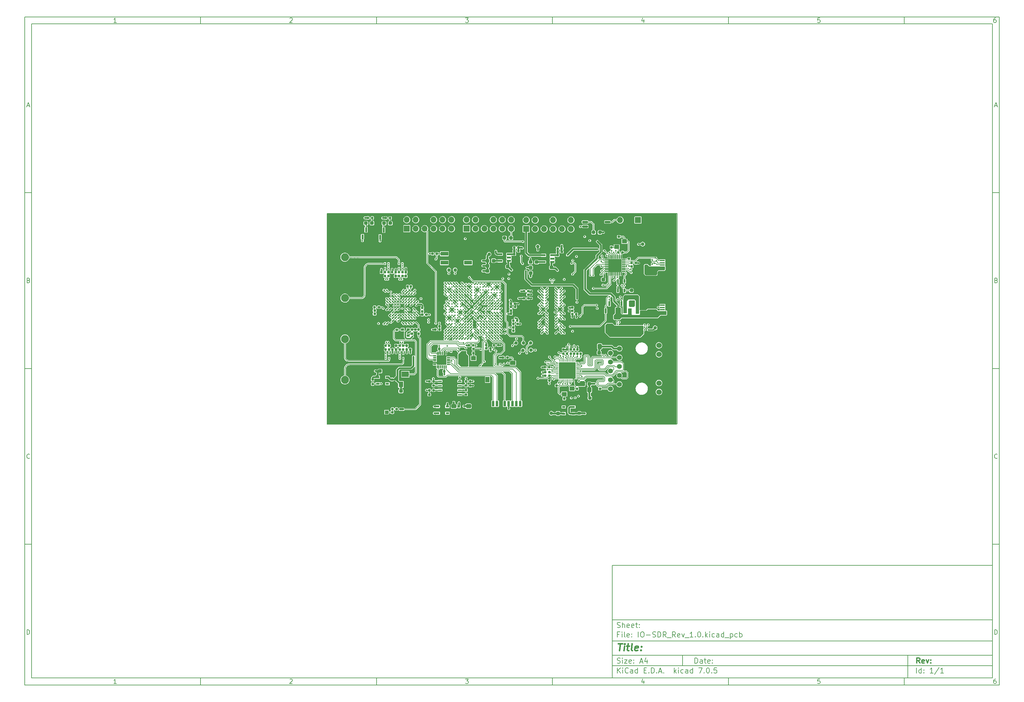
<source format=gbr>
%TF.GenerationSoftware,KiCad,Pcbnew,7.0.5*%
%TF.CreationDate,2023-12-16T19:19:42-05:00*%
%TF.ProjectId,IO-SDR_Rev_1.0,494f2d53-4452-45f5-9265-765f312e302e,rev?*%
%TF.SameCoordinates,Original*%
%TF.FileFunction,Copper,L1,Top*%
%TF.FilePolarity,Positive*%
%FSLAX46Y46*%
G04 Gerber Fmt 4.6, Leading zero omitted, Abs format (unit mm)*
G04 Created by KiCad (PCBNEW 7.0.5) date 2023-12-16 19:19:42*
%MOMM*%
%LPD*%
G01*
G04 APERTURE LIST*
G04 Aperture macros list*
%AMRoundRect*
0 Rectangle with rounded corners*
0 $1 Rounding radius*
0 $2 $3 $4 $5 $6 $7 $8 $9 X,Y pos of 4 corners*
0 Add a 4 corners polygon primitive as box body*
4,1,4,$2,$3,$4,$5,$6,$7,$8,$9,$2,$3,0*
0 Add four circle primitives for the rounded corners*
1,1,$1+$1,$2,$3*
1,1,$1+$1,$4,$5*
1,1,$1+$1,$6,$7*
1,1,$1+$1,$8,$9*
0 Add four rect primitives between the rounded corners*
20,1,$1+$1,$2,$3,$4,$5,0*
20,1,$1+$1,$4,$5,$6,$7,0*
20,1,$1+$1,$6,$7,$8,$9,0*
20,1,$1+$1,$8,$9,$2,$3,0*%
G04 Aperture macros list end*
%ADD10C,0.100000*%
%ADD11C,0.150000*%
%ADD12C,0.300000*%
%ADD13C,0.400000*%
%TA.AperFunction,SMDPad,CuDef*%
%ADD14RoundRect,0.237500X0.237500X-0.300000X0.237500X0.300000X-0.237500X0.300000X-0.237500X-0.300000X0*%
%TD*%
%TA.AperFunction,SMDPad,CuDef*%
%ADD15RoundRect,0.160000X-0.197500X-0.160000X0.197500X-0.160000X0.197500X0.160000X-0.197500X0.160000X0*%
%TD*%
%TA.AperFunction,SMDPad,CuDef*%
%ADD16RoundRect,0.160000X0.197500X0.160000X-0.197500X0.160000X-0.197500X-0.160000X0.197500X-0.160000X0*%
%TD*%
%TA.AperFunction,SMDPad,CuDef*%
%ADD17RoundRect,0.155000X-0.212500X-0.155000X0.212500X-0.155000X0.212500X0.155000X-0.212500X0.155000X0*%
%TD*%
%TA.AperFunction,SMDPad,CuDef*%
%ADD18RoundRect,0.160000X0.160000X-0.222500X0.160000X0.222500X-0.160000X0.222500X-0.160000X-0.222500X0*%
%TD*%
%TA.AperFunction,SMDPad,CuDef*%
%ADD19R,0.952500X0.558800*%
%TD*%
%TA.AperFunction,SMDPad,CuDef*%
%ADD20R,0.558800X0.304800*%
%TD*%
%TA.AperFunction,ComponentPad*%
%ADD21R,1.700000X1.700000*%
%TD*%
%TA.AperFunction,ComponentPad*%
%ADD22O,1.700000X1.700000*%
%TD*%
%TA.AperFunction,SMDPad,CuDef*%
%ADD23RoundRect,0.155000X0.212500X0.155000X-0.212500X0.155000X-0.212500X-0.155000X0.212500X-0.155000X0*%
%TD*%
%TA.AperFunction,SMDPad,CuDef*%
%ADD24RoundRect,0.155000X-0.155000X0.212500X-0.155000X-0.212500X0.155000X-0.212500X0.155000X0.212500X0*%
%TD*%
%TA.AperFunction,SMDPad,CuDef*%
%ADD25R,1.000000X1.000000*%
%TD*%
%TA.AperFunction,SMDPad,CuDef*%
%ADD26R,2.200000X1.050000*%
%TD*%
%TA.AperFunction,SMDPad,CuDef*%
%ADD27RoundRect,0.160000X-0.160000X0.197500X-0.160000X-0.197500X0.160000X-0.197500X0.160000X0.197500X0*%
%TD*%
%TA.AperFunction,SMDPad,CuDef*%
%ADD28C,1.000000*%
%TD*%
%TA.AperFunction,SMDPad,CuDef*%
%ADD29RoundRect,0.237500X0.237500X-0.250000X0.237500X0.250000X-0.237500X0.250000X-0.237500X-0.250000X0*%
%TD*%
%TA.AperFunction,SMDPad,CuDef*%
%ADD30RoundRect,0.155000X0.155000X-0.212500X0.155000X0.212500X-0.155000X0.212500X-0.155000X-0.212500X0*%
%TD*%
%TA.AperFunction,SMDPad,CuDef*%
%ADD31R,0.330000X0.410000*%
%TD*%
%TA.AperFunction,SMDPad,CuDef*%
%ADD32RoundRect,0.237500X-0.300000X-0.237500X0.300000X-0.237500X0.300000X0.237500X-0.300000X0.237500X0*%
%TD*%
%TA.AperFunction,ComponentPad*%
%ADD33C,2.250000*%
%TD*%
%TA.AperFunction,ComponentPad*%
%ADD34C,2.550000*%
%TD*%
%TA.AperFunction,SMDPad,CuDef*%
%ADD35R,1.300000X1.600000*%
%TD*%
%TA.AperFunction,SMDPad,CuDef*%
%ADD36R,2.000000X1.600000*%
%TD*%
%TA.AperFunction,ComponentPad*%
%ADD37C,5.000000*%
%TD*%
%TA.AperFunction,SMDPad,CuDef*%
%ADD38RoundRect,0.225000X0.250000X-0.225000X0.250000X0.225000X-0.250000X0.225000X-0.250000X-0.225000X0*%
%TD*%
%TA.AperFunction,SMDPad,CuDef*%
%ADD39RoundRect,0.040600X-0.564400X-0.249400X0.564400X-0.249400X0.564400X0.249400X-0.564400X0.249400X0*%
%TD*%
%TA.AperFunction,SMDPad,CuDef*%
%ADD40RoundRect,0.250000X0.475000X-0.337500X0.475000X0.337500X-0.475000X0.337500X-0.475000X-0.337500X0*%
%TD*%
%TA.AperFunction,SMDPad,CuDef*%
%ADD41R,0.558800X1.320800*%
%TD*%
%TA.AperFunction,SMDPad,CuDef*%
%ADD42R,0.304800X0.558800*%
%TD*%
%TA.AperFunction,ComponentPad*%
%ADD43C,1.397000*%
%TD*%
%TA.AperFunction,ComponentPad*%
%ADD44C,1.524000*%
%TD*%
%TA.AperFunction,ComponentPad*%
%ADD45C,2.133600*%
%TD*%
%TA.AperFunction,SMDPad,CuDef*%
%ADD46RoundRect,0.225000X0.375000X-0.225000X0.375000X0.225000X-0.375000X0.225000X-0.375000X-0.225000X0*%
%TD*%
%TA.AperFunction,SMDPad,CuDef*%
%ADD47RoundRect,0.237500X-0.250000X-0.237500X0.250000X-0.237500X0.250000X0.237500X-0.250000X0.237500X0*%
%TD*%
%TA.AperFunction,SMDPad,CuDef*%
%ADD48R,0.800000X1.500000*%
%TD*%
%TA.AperFunction,SMDPad,CuDef*%
%ADD49R,1.150000X1.500000*%
%TD*%
%TA.AperFunction,SMDPad,CuDef*%
%ADD50R,1.500000X1.150000*%
%TD*%
%TA.AperFunction,SMDPad,CuDef*%
%ADD51R,1.400000X1.700000*%
%TD*%
%TA.AperFunction,SMDPad,CuDef*%
%ADD52RoundRect,0.237500X0.287500X0.237500X-0.287500X0.237500X-0.287500X-0.237500X0.287500X-0.237500X0*%
%TD*%
%TA.AperFunction,SMDPad,CuDef*%
%ADD53RoundRect,0.250000X-0.337500X-0.475000X0.337500X-0.475000X0.337500X0.475000X-0.337500X0.475000X0*%
%TD*%
%TA.AperFunction,SMDPad,CuDef*%
%ADD54RoundRect,0.237500X-0.287500X-0.237500X0.287500X-0.237500X0.287500X0.237500X-0.287500X0.237500X0*%
%TD*%
%TA.AperFunction,SMDPad,CuDef*%
%ADD55RoundRect,0.002600X-0.427400X-0.127400X0.427400X-0.127400X0.427400X0.127400X-0.427400X0.127400X0*%
%TD*%
%TA.AperFunction,SMDPad,CuDef*%
%ADD56RoundRect,0.002600X0.127400X-0.427400X0.127400X0.427400X-0.127400X0.427400X-0.127400X-0.427400X0*%
%TD*%
%TA.AperFunction,SMDPad,CuDef*%
%ADD57RoundRect,0.002600X0.427400X0.127400X-0.427400X0.127400X-0.427400X-0.127400X0.427400X-0.127400X0*%
%TD*%
%TA.AperFunction,SMDPad,CuDef*%
%ADD58RoundRect,0.002600X-0.127400X0.427400X-0.127400X-0.427400X0.127400X-0.427400X0.127400X0.427400X0*%
%TD*%
%TA.AperFunction,SMDPad,CuDef*%
%ADD59R,3.300000X3.300000*%
%TD*%
%TA.AperFunction,SMDPad,CuDef*%
%ADD60RoundRect,0.008100X-0.126900X0.421900X-0.126900X-0.421900X0.126900X-0.421900X0.126900X0.421900X0*%
%TD*%
%TA.AperFunction,SMDPad,CuDef*%
%ADD61RoundRect,0.008100X-0.421900X-0.126900X0.421900X-0.126900X0.421900X0.126900X-0.421900X0.126900X0*%
%TD*%
%TA.AperFunction,SMDPad,CuDef*%
%ADD62R,2.600000X2.600000*%
%TD*%
%TA.AperFunction,SMDPad,CuDef*%
%ADD63RoundRect,0.237500X0.300000X0.237500X-0.300000X0.237500X-0.300000X-0.237500X0.300000X-0.237500X0*%
%TD*%
%TA.AperFunction,SMDPad,CuDef*%
%ADD64R,1.400000X1.200000*%
%TD*%
%TA.AperFunction,SMDPad,CuDef*%
%ADD65R,1.400000X1.150000*%
%TD*%
%TA.AperFunction,SMDPad,CuDef*%
%ADD66RoundRect,0.250000X-0.650000X0.412500X-0.650000X-0.412500X0.650000X-0.412500X0.650000X0.412500X0*%
%TD*%
%TA.AperFunction,SMDPad,CuDef*%
%ADD67RoundRect,0.250000X-0.475000X0.337500X-0.475000X-0.337500X0.475000X-0.337500X0.475000X0.337500X0*%
%TD*%
%TA.AperFunction,SMDPad,CuDef*%
%ADD68RoundRect,0.237500X0.250000X0.237500X-0.250000X0.237500X-0.250000X-0.237500X0.250000X-0.237500X0*%
%TD*%
%TA.AperFunction,SMDPad,CuDef*%
%ADD69RoundRect,0.160000X0.222500X0.160000X-0.222500X0.160000X-0.222500X-0.160000X0.222500X-0.160000X0*%
%TD*%
%TA.AperFunction,SMDPad,CuDef*%
%ADD70R,1.350000X0.400000*%
%TD*%
%TA.AperFunction,SMDPad,CuDef*%
%ADD71R,1.400000X1.600000*%
%TD*%
%TA.AperFunction,SMDPad,CuDef*%
%ADD72R,1.900000X1.900000*%
%TD*%
%TA.AperFunction,ComponentPad*%
%ADD73O,1.800000X0.900000*%
%TD*%
%TA.AperFunction,SMDPad,CuDef*%
%ADD74C,0.350000*%
%TD*%
%TA.AperFunction,SMDPad,CuDef*%
%ADD75C,0.410000*%
%TD*%
%TA.AperFunction,SMDPad,CuDef*%
%ADD76RoundRect,0.150000X0.512500X0.150000X-0.512500X0.150000X-0.512500X-0.150000X0.512500X-0.150000X0*%
%TD*%
%TA.AperFunction,SMDPad,CuDef*%
%ADD77R,2.160000X1.120000*%
%TD*%
%TA.AperFunction,SMDPad,CuDef*%
%ADD78C,0.450000*%
%TD*%
%TA.AperFunction,SMDPad,CuDef*%
%ADD79R,0.508000X1.003300*%
%TD*%
%TA.AperFunction,SMDPad,CuDef*%
%ADD80RoundRect,0.150000X-0.662500X-0.150000X0.662500X-0.150000X0.662500X0.150000X-0.662500X0.150000X0*%
%TD*%
%TA.AperFunction,SMDPad,CuDef*%
%ADD81RoundRect,0.250000X0.650000X-0.412500X0.650000X0.412500X-0.650000X0.412500X-0.650000X-0.412500X0*%
%TD*%
%TA.AperFunction,SMDPad,CuDef*%
%ADD82RoundRect,0.160000X-0.160000X0.222500X-0.160000X-0.222500X0.160000X-0.222500X0.160000X0.222500X0*%
%TD*%
%TA.AperFunction,SMDPad,CuDef*%
%ADD83R,0.711200X0.203200*%
%TD*%
%TA.AperFunction,SMDPad,CuDef*%
%ADD84R,0.203200X0.711200*%
%TD*%
%TA.AperFunction,SMDPad,CuDef*%
%ADD85R,4.648200X4.648200*%
%TD*%
%TA.AperFunction,SMDPad,CuDef*%
%ADD86R,0.850000X0.650000*%
%TD*%
%TA.AperFunction,SMDPad,CuDef*%
%ADD87RoundRect,0.160000X0.160000X-0.197500X0.160000X0.197500X-0.160000X0.197500X-0.160000X-0.197500X0*%
%TD*%
%TA.AperFunction,SMDPad,CuDef*%
%ADD88R,1.100000X0.440000*%
%TD*%
%TA.AperFunction,SMDPad,CuDef*%
%ADD89R,3.400000X4.000000*%
%TD*%
%TA.AperFunction,SMDPad,CuDef*%
%ADD90RoundRect,0.250000X0.337500X0.475000X-0.337500X0.475000X-0.337500X-0.475000X0.337500X-0.475000X0*%
%TD*%
%TA.AperFunction,ViaPad*%
%ADD91C,0.457200*%
%TD*%
%TA.AperFunction,Conductor*%
%ADD92C,0.508000*%
%TD*%
%TA.AperFunction,Conductor*%
%ADD93C,0.254000*%
%TD*%
%TA.AperFunction,Conductor*%
%ADD94C,0.186180*%
%TD*%
%TA.AperFunction,Conductor*%
%ADD95C,0.203200*%
%TD*%
%TA.AperFunction,Conductor*%
%ADD96C,0.381000*%
%TD*%
%TA.AperFunction,Conductor*%
%ADD97C,0.142240*%
%TD*%
%TA.AperFunction,Conductor*%
%ADD98C,0.186182*%
%TD*%
%TA.AperFunction,Conductor*%
%ADD99C,0.181610*%
%TD*%
%TA.AperFunction,Conductor*%
%ADD100C,0.152400*%
%TD*%
%TA.AperFunction,Conductor*%
%ADD101C,0.185928*%
%TD*%
%TA.AperFunction,Conductor*%
%ADD102C,0.142494*%
%TD*%
%TA.AperFunction,Conductor*%
%ADD103C,0.113030*%
%TD*%
%TA.AperFunction,Conductor*%
%ADD104C,0.101600*%
%TD*%
%TA.AperFunction,Profile*%
%ADD105C,0.200000*%
%TD*%
G04 APERTURE END LIST*
D10*
D11*
X177002200Y-166007200D02*
X285002200Y-166007200D01*
X285002200Y-198007200D01*
X177002200Y-198007200D01*
X177002200Y-166007200D01*
D10*
D11*
X10000000Y-10000000D02*
X287002200Y-10000000D01*
X287002200Y-200007200D01*
X10000000Y-200007200D01*
X10000000Y-10000000D01*
D10*
D11*
X12000000Y-12000000D02*
X285002200Y-12000000D01*
X285002200Y-198007200D01*
X12000000Y-198007200D01*
X12000000Y-12000000D01*
D10*
D11*
X60000000Y-12000000D02*
X60000000Y-10000000D01*
D10*
D11*
X110000000Y-12000000D02*
X110000000Y-10000000D01*
D10*
D11*
X160000000Y-12000000D02*
X160000000Y-10000000D01*
D10*
D11*
X210000000Y-12000000D02*
X210000000Y-10000000D01*
D10*
D11*
X260000000Y-12000000D02*
X260000000Y-10000000D01*
D10*
D11*
X36089160Y-11593604D02*
X35346303Y-11593604D01*
X35717731Y-11593604D02*
X35717731Y-10293604D01*
X35717731Y-10293604D02*
X35593922Y-10479319D01*
X35593922Y-10479319D02*
X35470112Y-10603128D01*
X35470112Y-10603128D02*
X35346303Y-10665033D01*
D10*
D11*
X85346303Y-10417414D02*
X85408207Y-10355509D01*
X85408207Y-10355509D02*
X85532017Y-10293604D01*
X85532017Y-10293604D02*
X85841541Y-10293604D01*
X85841541Y-10293604D02*
X85965350Y-10355509D01*
X85965350Y-10355509D02*
X86027255Y-10417414D01*
X86027255Y-10417414D02*
X86089160Y-10541223D01*
X86089160Y-10541223D02*
X86089160Y-10665033D01*
X86089160Y-10665033D02*
X86027255Y-10850747D01*
X86027255Y-10850747D02*
X85284398Y-11593604D01*
X85284398Y-11593604D02*
X86089160Y-11593604D01*
D10*
D11*
X135284398Y-10293604D02*
X136089160Y-10293604D01*
X136089160Y-10293604D02*
X135655826Y-10788842D01*
X135655826Y-10788842D02*
X135841541Y-10788842D01*
X135841541Y-10788842D02*
X135965350Y-10850747D01*
X135965350Y-10850747D02*
X136027255Y-10912652D01*
X136027255Y-10912652D02*
X136089160Y-11036461D01*
X136089160Y-11036461D02*
X136089160Y-11345985D01*
X136089160Y-11345985D02*
X136027255Y-11469795D01*
X136027255Y-11469795D02*
X135965350Y-11531700D01*
X135965350Y-11531700D02*
X135841541Y-11593604D01*
X135841541Y-11593604D02*
X135470112Y-11593604D01*
X135470112Y-11593604D02*
X135346303Y-11531700D01*
X135346303Y-11531700D02*
X135284398Y-11469795D01*
D10*
D11*
X185965350Y-10726938D02*
X185965350Y-11593604D01*
X185655826Y-10231700D02*
X185346303Y-11160271D01*
X185346303Y-11160271D02*
X186151064Y-11160271D01*
D10*
D11*
X236027255Y-10293604D02*
X235408207Y-10293604D01*
X235408207Y-10293604D02*
X235346303Y-10912652D01*
X235346303Y-10912652D02*
X235408207Y-10850747D01*
X235408207Y-10850747D02*
X235532017Y-10788842D01*
X235532017Y-10788842D02*
X235841541Y-10788842D01*
X235841541Y-10788842D02*
X235965350Y-10850747D01*
X235965350Y-10850747D02*
X236027255Y-10912652D01*
X236027255Y-10912652D02*
X236089160Y-11036461D01*
X236089160Y-11036461D02*
X236089160Y-11345985D01*
X236089160Y-11345985D02*
X236027255Y-11469795D01*
X236027255Y-11469795D02*
X235965350Y-11531700D01*
X235965350Y-11531700D02*
X235841541Y-11593604D01*
X235841541Y-11593604D02*
X235532017Y-11593604D01*
X235532017Y-11593604D02*
X235408207Y-11531700D01*
X235408207Y-11531700D02*
X235346303Y-11469795D01*
D10*
D11*
X285965350Y-10293604D02*
X285717731Y-10293604D01*
X285717731Y-10293604D02*
X285593922Y-10355509D01*
X285593922Y-10355509D02*
X285532017Y-10417414D01*
X285532017Y-10417414D02*
X285408207Y-10603128D01*
X285408207Y-10603128D02*
X285346303Y-10850747D01*
X285346303Y-10850747D02*
X285346303Y-11345985D01*
X285346303Y-11345985D02*
X285408207Y-11469795D01*
X285408207Y-11469795D02*
X285470112Y-11531700D01*
X285470112Y-11531700D02*
X285593922Y-11593604D01*
X285593922Y-11593604D02*
X285841541Y-11593604D01*
X285841541Y-11593604D02*
X285965350Y-11531700D01*
X285965350Y-11531700D02*
X286027255Y-11469795D01*
X286027255Y-11469795D02*
X286089160Y-11345985D01*
X286089160Y-11345985D02*
X286089160Y-11036461D01*
X286089160Y-11036461D02*
X286027255Y-10912652D01*
X286027255Y-10912652D02*
X285965350Y-10850747D01*
X285965350Y-10850747D02*
X285841541Y-10788842D01*
X285841541Y-10788842D02*
X285593922Y-10788842D01*
X285593922Y-10788842D02*
X285470112Y-10850747D01*
X285470112Y-10850747D02*
X285408207Y-10912652D01*
X285408207Y-10912652D02*
X285346303Y-11036461D01*
D10*
D11*
X60000000Y-198007200D02*
X60000000Y-200007200D01*
D10*
D11*
X110000000Y-198007200D02*
X110000000Y-200007200D01*
D10*
D11*
X160000000Y-198007200D02*
X160000000Y-200007200D01*
D10*
D11*
X210000000Y-198007200D02*
X210000000Y-200007200D01*
D10*
D11*
X260000000Y-198007200D02*
X260000000Y-200007200D01*
D10*
D11*
X36089160Y-199600804D02*
X35346303Y-199600804D01*
X35717731Y-199600804D02*
X35717731Y-198300804D01*
X35717731Y-198300804D02*
X35593922Y-198486519D01*
X35593922Y-198486519D02*
X35470112Y-198610328D01*
X35470112Y-198610328D02*
X35346303Y-198672233D01*
D10*
D11*
X85346303Y-198424614D02*
X85408207Y-198362709D01*
X85408207Y-198362709D02*
X85532017Y-198300804D01*
X85532017Y-198300804D02*
X85841541Y-198300804D01*
X85841541Y-198300804D02*
X85965350Y-198362709D01*
X85965350Y-198362709D02*
X86027255Y-198424614D01*
X86027255Y-198424614D02*
X86089160Y-198548423D01*
X86089160Y-198548423D02*
X86089160Y-198672233D01*
X86089160Y-198672233D02*
X86027255Y-198857947D01*
X86027255Y-198857947D02*
X85284398Y-199600804D01*
X85284398Y-199600804D02*
X86089160Y-199600804D01*
D10*
D11*
X135284398Y-198300804D02*
X136089160Y-198300804D01*
X136089160Y-198300804D02*
X135655826Y-198796042D01*
X135655826Y-198796042D02*
X135841541Y-198796042D01*
X135841541Y-198796042D02*
X135965350Y-198857947D01*
X135965350Y-198857947D02*
X136027255Y-198919852D01*
X136027255Y-198919852D02*
X136089160Y-199043661D01*
X136089160Y-199043661D02*
X136089160Y-199353185D01*
X136089160Y-199353185D02*
X136027255Y-199476995D01*
X136027255Y-199476995D02*
X135965350Y-199538900D01*
X135965350Y-199538900D02*
X135841541Y-199600804D01*
X135841541Y-199600804D02*
X135470112Y-199600804D01*
X135470112Y-199600804D02*
X135346303Y-199538900D01*
X135346303Y-199538900D02*
X135284398Y-199476995D01*
D10*
D11*
X185965350Y-198734138D02*
X185965350Y-199600804D01*
X185655826Y-198238900D02*
X185346303Y-199167471D01*
X185346303Y-199167471D02*
X186151064Y-199167471D01*
D10*
D11*
X236027255Y-198300804D02*
X235408207Y-198300804D01*
X235408207Y-198300804D02*
X235346303Y-198919852D01*
X235346303Y-198919852D02*
X235408207Y-198857947D01*
X235408207Y-198857947D02*
X235532017Y-198796042D01*
X235532017Y-198796042D02*
X235841541Y-198796042D01*
X235841541Y-198796042D02*
X235965350Y-198857947D01*
X235965350Y-198857947D02*
X236027255Y-198919852D01*
X236027255Y-198919852D02*
X236089160Y-199043661D01*
X236089160Y-199043661D02*
X236089160Y-199353185D01*
X236089160Y-199353185D02*
X236027255Y-199476995D01*
X236027255Y-199476995D02*
X235965350Y-199538900D01*
X235965350Y-199538900D02*
X235841541Y-199600804D01*
X235841541Y-199600804D02*
X235532017Y-199600804D01*
X235532017Y-199600804D02*
X235408207Y-199538900D01*
X235408207Y-199538900D02*
X235346303Y-199476995D01*
D10*
D11*
X285965350Y-198300804D02*
X285717731Y-198300804D01*
X285717731Y-198300804D02*
X285593922Y-198362709D01*
X285593922Y-198362709D02*
X285532017Y-198424614D01*
X285532017Y-198424614D02*
X285408207Y-198610328D01*
X285408207Y-198610328D02*
X285346303Y-198857947D01*
X285346303Y-198857947D02*
X285346303Y-199353185D01*
X285346303Y-199353185D02*
X285408207Y-199476995D01*
X285408207Y-199476995D02*
X285470112Y-199538900D01*
X285470112Y-199538900D02*
X285593922Y-199600804D01*
X285593922Y-199600804D02*
X285841541Y-199600804D01*
X285841541Y-199600804D02*
X285965350Y-199538900D01*
X285965350Y-199538900D02*
X286027255Y-199476995D01*
X286027255Y-199476995D02*
X286089160Y-199353185D01*
X286089160Y-199353185D02*
X286089160Y-199043661D01*
X286089160Y-199043661D02*
X286027255Y-198919852D01*
X286027255Y-198919852D02*
X285965350Y-198857947D01*
X285965350Y-198857947D02*
X285841541Y-198796042D01*
X285841541Y-198796042D02*
X285593922Y-198796042D01*
X285593922Y-198796042D02*
X285470112Y-198857947D01*
X285470112Y-198857947D02*
X285408207Y-198919852D01*
X285408207Y-198919852D02*
X285346303Y-199043661D01*
D10*
D11*
X10000000Y-60000000D02*
X12000000Y-60000000D01*
D10*
D11*
X10000000Y-110000000D02*
X12000000Y-110000000D01*
D10*
D11*
X10000000Y-160000000D02*
X12000000Y-160000000D01*
D10*
D11*
X10690476Y-35222176D02*
X11309523Y-35222176D01*
X10566666Y-35593604D02*
X10999999Y-34293604D01*
X10999999Y-34293604D02*
X11433333Y-35593604D01*
D10*
D11*
X11092857Y-84912652D02*
X11278571Y-84974557D01*
X11278571Y-84974557D02*
X11340476Y-85036461D01*
X11340476Y-85036461D02*
X11402380Y-85160271D01*
X11402380Y-85160271D02*
X11402380Y-85345985D01*
X11402380Y-85345985D02*
X11340476Y-85469795D01*
X11340476Y-85469795D02*
X11278571Y-85531700D01*
X11278571Y-85531700D02*
X11154761Y-85593604D01*
X11154761Y-85593604D02*
X10659523Y-85593604D01*
X10659523Y-85593604D02*
X10659523Y-84293604D01*
X10659523Y-84293604D02*
X11092857Y-84293604D01*
X11092857Y-84293604D02*
X11216666Y-84355509D01*
X11216666Y-84355509D02*
X11278571Y-84417414D01*
X11278571Y-84417414D02*
X11340476Y-84541223D01*
X11340476Y-84541223D02*
X11340476Y-84665033D01*
X11340476Y-84665033D02*
X11278571Y-84788842D01*
X11278571Y-84788842D02*
X11216666Y-84850747D01*
X11216666Y-84850747D02*
X11092857Y-84912652D01*
X11092857Y-84912652D02*
X10659523Y-84912652D01*
D10*
D11*
X11402380Y-135469795D02*
X11340476Y-135531700D01*
X11340476Y-135531700D02*
X11154761Y-135593604D01*
X11154761Y-135593604D02*
X11030952Y-135593604D01*
X11030952Y-135593604D02*
X10845238Y-135531700D01*
X10845238Y-135531700D02*
X10721428Y-135407890D01*
X10721428Y-135407890D02*
X10659523Y-135284080D01*
X10659523Y-135284080D02*
X10597619Y-135036461D01*
X10597619Y-135036461D02*
X10597619Y-134850747D01*
X10597619Y-134850747D02*
X10659523Y-134603128D01*
X10659523Y-134603128D02*
X10721428Y-134479319D01*
X10721428Y-134479319D02*
X10845238Y-134355509D01*
X10845238Y-134355509D02*
X11030952Y-134293604D01*
X11030952Y-134293604D02*
X11154761Y-134293604D01*
X11154761Y-134293604D02*
X11340476Y-134355509D01*
X11340476Y-134355509D02*
X11402380Y-134417414D01*
D10*
D11*
X10659523Y-185593604D02*
X10659523Y-184293604D01*
X10659523Y-184293604D02*
X10969047Y-184293604D01*
X10969047Y-184293604D02*
X11154761Y-184355509D01*
X11154761Y-184355509D02*
X11278571Y-184479319D01*
X11278571Y-184479319D02*
X11340476Y-184603128D01*
X11340476Y-184603128D02*
X11402380Y-184850747D01*
X11402380Y-184850747D02*
X11402380Y-185036461D01*
X11402380Y-185036461D02*
X11340476Y-185284080D01*
X11340476Y-185284080D02*
X11278571Y-185407890D01*
X11278571Y-185407890D02*
X11154761Y-185531700D01*
X11154761Y-185531700D02*
X10969047Y-185593604D01*
X10969047Y-185593604D02*
X10659523Y-185593604D01*
D10*
D11*
X287002200Y-60000000D02*
X285002200Y-60000000D01*
D10*
D11*
X287002200Y-110000000D02*
X285002200Y-110000000D01*
D10*
D11*
X287002200Y-160000000D02*
X285002200Y-160000000D01*
D10*
D11*
X285692676Y-35222176D02*
X286311723Y-35222176D01*
X285568866Y-35593604D02*
X286002199Y-34293604D01*
X286002199Y-34293604D02*
X286435533Y-35593604D01*
D10*
D11*
X286095057Y-84912652D02*
X286280771Y-84974557D01*
X286280771Y-84974557D02*
X286342676Y-85036461D01*
X286342676Y-85036461D02*
X286404580Y-85160271D01*
X286404580Y-85160271D02*
X286404580Y-85345985D01*
X286404580Y-85345985D02*
X286342676Y-85469795D01*
X286342676Y-85469795D02*
X286280771Y-85531700D01*
X286280771Y-85531700D02*
X286156961Y-85593604D01*
X286156961Y-85593604D02*
X285661723Y-85593604D01*
X285661723Y-85593604D02*
X285661723Y-84293604D01*
X285661723Y-84293604D02*
X286095057Y-84293604D01*
X286095057Y-84293604D02*
X286218866Y-84355509D01*
X286218866Y-84355509D02*
X286280771Y-84417414D01*
X286280771Y-84417414D02*
X286342676Y-84541223D01*
X286342676Y-84541223D02*
X286342676Y-84665033D01*
X286342676Y-84665033D02*
X286280771Y-84788842D01*
X286280771Y-84788842D02*
X286218866Y-84850747D01*
X286218866Y-84850747D02*
X286095057Y-84912652D01*
X286095057Y-84912652D02*
X285661723Y-84912652D01*
D10*
D11*
X286404580Y-135469795D02*
X286342676Y-135531700D01*
X286342676Y-135531700D02*
X286156961Y-135593604D01*
X286156961Y-135593604D02*
X286033152Y-135593604D01*
X286033152Y-135593604D02*
X285847438Y-135531700D01*
X285847438Y-135531700D02*
X285723628Y-135407890D01*
X285723628Y-135407890D02*
X285661723Y-135284080D01*
X285661723Y-135284080D02*
X285599819Y-135036461D01*
X285599819Y-135036461D02*
X285599819Y-134850747D01*
X285599819Y-134850747D02*
X285661723Y-134603128D01*
X285661723Y-134603128D02*
X285723628Y-134479319D01*
X285723628Y-134479319D02*
X285847438Y-134355509D01*
X285847438Y-134355509D02*
X286033152Y-134293604D01*
X286033152Y-134293604D02*
X286156961Y-134293604D01*
X286156961Y-134293604D02*
X286342676Y-134355509D01*
X286342676Y-134355509D02*
X286404580Y-134417414D01*
D10*
D11*
X285661723Y-185593604D02*
X285661723Y-184293604D01*
X285661723Y-184293604D02*
X285971247Y-184293604D01*
X285971247Y-184293604D02*
X286156961Y-184355509D01*
X286156961Y-184355509D02*
X286280771Y-184479319D01*
X286280771Y-184479319D02*
X286342676Y-184603128D01*
X286342676Y-184603128D02*
X286404580Y-184850747D01*
X286404580Y-184850747D02*
X286404580Y-185036461D01*
X286404580Y-185036461D02*
X286342676Y-185284080D01*
X286342676Y-185284080D02*
X286280771Y-185407890D01*
X286280771Y-185407890D02*
X286156961Y-185531700D01*
X286156961Y-185531700D02*
X285971247Y-185593604D01*
X285971247Y-185593604D02*
X285661723Y-185593604D01*
D10*
D11*
X200458026Y-193793328D02*
X200458026Y-192293328D01*
X200458026Y-192293328D02*
X200815169Y-192293328D01*
X200815169Y-192293328D02*
X201029455Y-192364757D01*
X201029455Y-192364757D02*
X201172312Y-192507614D01*
X201172312Y-192507614D02*
X201243741Y-192650471D01*
X201243741Y-192650471D02*
X201315169Y-192936185D01*
X201315169Y-192936185D02*
X201315169Y-193150471D01*
X201315169Y-193150471D02*
X201243741Y-193436185D01*
X201243741Y-193436185D02*
X201172312Y-193579042D01*
X201172312Y-193579042D02*
X201029455Y-193721900D01*
X201029455Y-193721900D02*
X200815169Y-193793328D01*
X200815169Y-193793328D02*
X200458026Y-193793328D01*
X202600884Y-193793328D02*
X202600884Y-193007614D01*
X202600884Y-193007614D02*
X202529455Y-192864757D01*
X202529455Y-192864757D02*
X202386598Y-192793328D01*
X202386598Y-192793328D02*
X202100884Y-192793328D01*
X202100884Y-192793328D02*
X201958026Y-192864757D01*
X202600884Y-193721900D02*
X202458026Y-193793328D01*
X202458026Y-193793328D02*
X202100884Y-193793328D01*
X202100884Y-193793328D02*
X201958026Y-193721900D01*
X201958026Y-193721900D02*
X201886598Y-193579042D01*
X201886598Y-193579042D02*
X201886598Y-193436185D01*
X201886598Y-193436185D02*
X201958026Y-193293328D01*
X201958026Y-193293328D02*
X202100884Y-193221900D01*
X202100884Y-193221900D02*
X202458026Y-193221900D01*
X202458026Y-193221900D02*
X202600884Y-193150471D01*
X203100884Y-192793328D02*
X203672312Y-192793328D01*
X203315169Y-192293328D02*
X203315169Y-193579042D01*
X203315169Y-193579042D02*
X203386598Y-193721900D01*
X203386598Y-193721900D02*
X203529455Y-193793328D01*
X203529455Y-193793328D02*
X203672312Y-193793328D01*
X204743741Y-193721900D02*
X204600884Y-193793328D01*
X204600884Y-193793328D02*
X204315170Y-193793328D01*
X204315170Y-193793328D02*
X204172312Y-193721900D01*
X204172312Y-193721900D02*
X204100884Y-193579042D01*
X204100884Y-193579042D02*
X204100884Y-193007614D01*
X204100884Y-193007614D02*
X204172312Y-192864757D01*
X204172312Y-192864757D02*
X204315170Y-192793328D01*
X204315170Y-192793328D02*
X204600884Y-192793328D01*
X204600884Y-192793328D02*
X204743741Y-192864757D01*
X204743741Y-192864757D02*
X204815170Y-193007614D01*
X204815170Y-193007614D02*
X204815170Y-193150471D01*
X204815170Y-193150471D02*
X204100884Y-193293328D01*
X205458026Y-193650471D02*
X205529455Y-193721900D01*
X205529455Y-193721900D02*
X205458026Y-193793328D01*
X205458026Y-193793328D02*
X205386598Y-193721900D01*
X205386598Y-193721900D02*
X205458026Y-193650471D01*
X205458026Y-193650471D02*
X205458026Y-193793328D01*
X205458026Y-192864757D02*
X205529455Y-192936185D01*
X205529455Y-192936185D02*
X205458026Y-193007614D01*
X205458026Y-193007614D02*
X205386598Y-192936185D01*
X205386598Y-192936185D02*
X205458026Y-192864757D01*
X205458026Y-192864757D02*
X205458026Y-193007614D01*
D10*
D11*
X177002200Y-194507200D02*
X285002200Y-194507200D01*
D10*
D11*
X178458026Y-196593328D02*
X178458026Y-195093328D01*
X179315169Y-196593328D02*
X178672312Y-195736185D01*
X179315169Y-195093328D02*
X178458026Y-195950471D01*
X179958026Y-196593328D02*
X179958026Y-195593328D01*
X179958026Y-195093328D02*
X179886598Y-195164757D01*
X179886598Y-195164757D02*
X179958026Y-195236185D01*
X179958026Y-195236185D02*
X180029455Y-195164757D01*
X180029455Y-195164757D02*
X179958026Y-195093328D01*
X179958026Y-195093328D02*
X179958026Y-195236185D01*
X181529455Y-196450471D02*
X181458027Y-196521900D01*
X181458027Y-196521900D02*
X181243741Y-196593328D01*
X181243741Y-196593328D02*
X181100884Y-196593328D01*
X181100884Y-196593328D02*
X180886598Y-196521900D01*
X180886598Y-196521900D02*
X180743741Y-196379042D01*
X180743741Y-196379042D02*
X180672312Y-196236185D01*
X180672312Y-196236185D02*
X180600884Y-195950471D01*
X180600884Y-195950471D02*
X180600884Y-195736185D01*
X180600884Y-195736185D02*
X180672312Y-195450471D01*
X180672312Y-195450471D02*
X180743741Y-195307614D01*
X180743741Y-195307614D02*
X180886598Y-195164757D01*
X180886598Y-195164757D02*
X181100884Y-195093328D01*
X181100884Y-195093328D02*
X181243741Y-195093328D01*
X181243741Y-195093328D02*
X181458027Y-195164757D01*
X181458027Y-195164757D02*
X181529455Y-195236185D01*
X182815170Y-196593328D02*
X182815170Y-195807614D01*
X182815170Y-195807614D02*
X182743741Y-195664757D01*
X182743741Y-195664757D02*
X182600884Y-195593328D01*
X182600884Y-195593328D02*
X182315170Y-195593328D01*
X182315170Y-195593328D02*
X182172312Y-195664757D01*
X182815170Y-196521900D02*
X182672312Y-196593328D01*
X182672312Y-196593328D02*
X182315170Y-196593328D01*
X182315170Y-196593328D02*
X182172312Y-196521900D01*
X182172312Y-196521900D02*
X182100884Y-196379042D01*
X182100884Y-196379042D02*
X182100884Y-196236185D01*
X182100884Y-196236185D02*
X182172312Y-196093328D01*
X182172312Y-196093328D02*
X182315170Y-196021900D01*
X182315170Y-196021900D02*
X182672312Y-196021900D01*
X182672312Y-196021900D02*
X182815170Y-195950471D01*
X184172313Y-196593328D02*
X184172313Y-195093328D01*
X184172313Y-196521900D02*
X184029455Y-196593328D01*
X184029455Y-196593328D02*
X183743741Y-196593328D01*
X183743741Y-196593328D02*
X183600884Y-196521900D01*
X183600884Y-196521900D02*
X183529455Y-196450471D01*
X183529455Y-196450471D02*
X183458027Y-196307614D01*
X183458027Y-196307614D02*
X183458027Y-195879042D01*
X183458027Y-195879042D02*
X183529455Y-195736185D01*
X183529455Y-195736185D02*
X183600884Y-195664757D01*
X183600884Y-195664757D02*
X183743741Y-195593328D01*
X183743741Y-195593328D02*
X184029455Y-195593328D01*
X184029455Y-195593328D02*
X184172313Y-195664757D01*
X186029455Y-195807614D02*
X186529455Y-195807614D01*
X186743741Y-196593328D02*
X186029455Y-196593328D01*
X186029455Y-196593328D02*
X186029455Y-195093328D01*
X186029455Y-195093328D02*
X186743741Y-195093328D01*
X187386598Y-196450471D02*
X187458027Y-196521900D01*
X187458027Y-196521900D02*
X187386598Y-196593328D01*
X187386598Y-196593328D02*
X187315170Y-196521900D01*
X187315170Y-196521900D02*
X187386598Y-196450471D01*
X187386598Y-196450471D02*
X187386598Y-196593328D01*
X188100884Y-196593328D02*
X188100884Y-195093328D01*
X188100884Y-195093328D02*
X188458027Y-195093328D01*
X188458027Y-195093328D02*
X188672313Y-195164757D01*
X188672313Y-195164757D02*
X188815170Y-195307614D01*
X188815170Y-195307614D02*
X188886599Y-195450471D01*
X188886599Y-195450471D02*
X188958027Y-195736185D01*
X188958027Y-195736185D02*
X188958027Y-195950471D01*
X188958027Y-195950471D02*
X188886599Y-196236185D01*
X188886599Y-196236185D02*
X188815170Y-196379042D01*
X188815170Y-196379042D02*
X188672313Y-196521900D01*
X188672313Y-196521900D02*
X188458027Y-196593328D01*
X188458027Y-196593328D02*
X188100884Y-196593328D01*
X189600884Y-196450471D02*
X189672313Y-196521900D01*
X189672313Y-196521900D02*
X189600884Y-196593328D01*
X189600884Y-196593328D02*
X189529456Y-196521900D01*
X189529456Y-196521900D02*
X189600884Y-196450471D01*
X189600884Y-196450471D02*
X189600884Y-196593328D01*
X190243742Y-196164757D02*
X190958028Y-196164757D01*
X190100885Y-196593328D02*
X190600885Y-195093328D01*
X190600885Y-195093328D02*
X191100885Y-196593328D01*
X191600884Y-196450471D02*
X191672313Y-196521900D01*
X191672313Y-196521900D02*
X191600884Y-196593328D01*
X191600884Y-196593328D02*
X191529456Y-196521900D01*
X191529456Y-196521900D02*
X191600884Y-196450471D01*
X191600884Y-196450471D02*
X191600884Y-196593328D01*
X194600884Y-196593328D02*
X194600884Y-195093328D01*
X194743742Y-196021900D02*
X195172313Y-196593328D01*
X195172313Y-195593328D02*
X194600884Y-196164757D01*
X195815170Y-196593328D02*
X195815170Y-195593328D01*
X195815170Y-195093328D02*
X195743742Y-195164757D01*
X195743742Y-195164757D02*
X195815170Y-195236185D01*
X195815170Y-195236185D02*
X195886599Y-195164757D01*
X195886599Y-195164757D02*
X195815170Y-195093328D01*
X195815170Y-195093328D02*
X195815170Y-195236185D01*
X197172314Y-196521900D02*
X197029456Y-196593328D01*
X197029456Y-196593328D02*
X196743742Y-196593328D01*
X196743742Y-196593328D02*
X196600885Y-196521900D01*
X196600885Y-196521900D02*
X196529456Y-196450471D01*
X196529456Y-196450471D02*
X196458028Y-196307614D01*
X196458028Y-196307614D02*
X196458028Y-195879042D01*
X196458028Y-195879042D02*
X196529456Y-195736185D01*
X196529456Y-195736185D02*
X196600885Y-195664757D01*
X196600885Y-195664757D02*
X196743742Y-195593328D01*
X196743742Y-195593328D02*
X197029456Y-195593328D01*
X197029456Y-195593328D02*
X197172314Y-195664757D01*
X198458028Y-196593328D02*
X198458028Y-195807614D01*
X198458028Y-195807614D02*
X198386599Y-195664757D01*
X198386599Y-195664757D02*
X198243742Y-195593328D01*
X198243742Y-195593328D02*
X197958028Y-195593328D01*
X197958028Y-195593328D02*
X197815170Y-195664757D01*
X198458028Y-196521900D02*
X198315170Y-196593328D01*
X198315170Y-196593328D02*
X197958028Y-196593328D01*
X197958028Y-196593328D02*
X197815170Y-196521900D01*
X197815170Y-196521900D02*
X197743742Y-196379042D01*
X197743742Y-196379042D02*
X197743742Y-196236185D01*
X197743742Y-196236185D02*
X197815170Y-196093328D01*
X197815170Y-196093328D02*
X197958028Y-196021900D01*
X197958028Y-196021900D02*
X198315170Y-196021900D01*
X198315170Y-196021900D02*
X198458028Y-195950471D01*
X199815171Y-196593328D02*
X199815171Y-195093328D01*
X199815171Y-196521900D02*
X199672313Y-196593328D01*
X199672313Y-196593328D02*
X199386599Y-196593328D01*
X199386599Y-196593328D02*
X199243742Y-196521900D01*
X199243742Y-196521900D02*
X199172313Y-196450471D01*
X199172313Y-196450471D02*
X199100885Y-196307614D01*
X199100885Y-196307614D02*
X199100885Y-195879042D01*
X199100885Y-195879042D02*
X199172313Y-195736185D01*
X199172313Y-195736185D02*
X199243742Y-195664757D01*
X199243742Y-195664757D02*
X199386599Y-195593328D01*
X199386599Y-195593328D02*
X199672313Y-195593328D01*
X199672313Y-195593328D02*
X199815171Y-195664757D01*
X201529456Y-195093328D02*
X202529456Y-195093328D01*
X202529456Y-195093328D02*
X201886599Y-196593328D01*
X203100884Y-196450471D02*
X203172313Y-196521900D01*
X203172313Y-196521900D02*
X203100884Y-196593328D01*
X203100884Y-196593328D02*
X203029456Y-196521900D01*
X203029456Y-196521900D02*
X203100884Y-196450471D01*
X203100884Y-196450471D02*
X203100884Y-196593328D01*
X204100885Y-195093328D02*
X204243742Y-195093328D01*
X204243742Y-195093328D02*
X204386599Y-195164757D01*
X204386599Y-195164757D02*
X204458028Y-195236185D01*
X204458028Y-195236185D02*
X204529456Y-195379042D01*
X204529456Y-195379042D02*
X204600885Y-195664757D01*
X204600885Y-195664757D02*
X204600885Y-196021900D01*
X204600885Y-196021900D02*
X204529456Y-196307614D01*
X204529456Y-196307614D02*
X204458028Y-196450471D01*
X204458028Y-196450471D02*
X204386599Y-196521900D01*
X204386599Y-196521900D02*
X204243742Y-196593328D01*
X204243742Y-196593328D02*
X204100885Y-196593328D01*
X204100885Y-196593328D02*
X203958028Y-196521900D01*
X203958028Y-196521900D02*
X203886599Y-196450471D01*
X203886599Y-196450471D02*
X203815170Y-196307614D01*
X203815170Y-196307614D02*
X203743742Y-196021900D01*
X203743742Y-196021900D02*
X203743742Y-195664757D01*
X203743742Y-195664757D02*
X203815170Y-195379042D01*
X203815170Y-195379042D02*
X203886599Y-195236185D01*
X203886599Y-195236185D02*
X203958028Y-195164757D01*
X203958028Y-195164757D02*
X204100885Y-195093328D01*
X205243741Y-196450471D02*
X205315170Y-196521900D01*
X205315170Y-196521900D02*
X205243741Y-196593328D01*
X205243741Y-196593328D02*
X205172313Y-196521900D01*
X205172313Y-196521900D02*
X205243741Y-196450471D01*
X205243741Y-196450471D02*
X205243741Y-196593328D01*
X206672313Y-195093328D02*
X205958027Y-195093328D01*
X205958027Y-195093328D02*
X205886599Y-195807614D01*
X205886599Y-195807614D02*
X205958027Y-195736185D01*
X205958027Y-195736185D02*
X206100885Y-195664757D01*
X206100885Y-195664757D02*
X206458027Y-195664757D01*
X206458027Y-195664757D02*
X206600885Y-195736185D01*
X206600885Y-195736185D02*
X206672313Y-195807614D01*
X206672313Y-195807614D02*
X206743742Y-195950471D01*
X206743742Y-195950471D02*
X206743742Y-196307614D01*
X206743742Y-196307614D02*
X206672313Y-196450471D01*
X206672313Y-196450471D02*
X206600885Y-196521900D01*
X206600885Y-196521900D02*
X206458027Y-196593328D01*
X206458027Y-196593328D02*
X206100885Y-196593328D01*
X206100885Y-196593328D02*
X205958027Y-196521900D01*
X205958027Y-196521900D02*
X205886599Y-196450471D01*
D10*
D11*
X177002200Y-191507200D02*
X285002200Y-191507200D01*
D10*
D12*
X264413853Y-193785528D02*
X263913853Y-193071242D01*
X263556710Y-193785528D02*
X263556710Y-192285528D01*
X263556710Y-192285528D02*
X264128139Y-192285528D01*
X264128139Y-192285528D02*
X264270996Y-192356957D01*
X264270996Y-192356957D02*
X264342425Y-192428385D01*
X264342425Y-192428385D02*
X264413853Y-192571242D01*
X264413853Y-192571242D02*
X264413853Y-192785528D01*
X264413853Y-192785528D02*
X264342425Y-192928385D01*
X264342425Y-192928385D02*
X264270996Y-192999814D01*
X264270996Y-192999814D02*
X264128139Y-193071242D01*
X264128139Y-193071242D02*
X263556710Y-193071242D01*
X265628139Y-193714100D02*
X265485282Y-193785528D01*
X265485282Y-193785528D02*
X265199568Y-193785528D01*
X265199568Y-193785528D02*
X265056710Y-193714100D01*
X265056710Y-193714100D02*
X264985282Y-193571242D01*
X264985282Y-193571242D02*
X264985282Y-192999814D01*
X264985282Y-192999814D02*
X265056710Y-192856957D01*
X265056710Y-192856957D02*
X265199568Y-192785528D01*
X265199568Y-192785528D02*
X265485282Y-192785528D01*
X265485282Y-192785528D02*
X265628139Y-192856957D01*
X265628139Y-192856957D02*
X265699568Y-192999814D01*
X265699568Y-192999814D02*
X265699568Y-193142671D01*
X265699568Y-193142671D02*
X264985282Y-193285528D01*
X266199567Y-192785528D02*
X266556710Y-193785528D01*
X266556710Y-193785528D02*
X266913853Y-192785528D01*
X267485281Y-193642671D02*
X267556710Y-193714100D01*
X267556710Y-193714100D02*
X267485281Y-193785528D01*
X267485281Y-193785528D02*
X267413853Y-193714100D01*
X267413853Y-193714100D02*
X267485281Y-193642671D01*
X267485281Y-193642671D02*
X267485281Y-193785528D01*
X267485281Y-192856957D02*
X267556710Y-192928385D01*
X267556710Y-192928385D02*
X267485281Y-192999814D01*
X267485281Y-192999814D02*
X267413853Y-192928385D01*
X267413853Y-192928385D02*
X267485281Y-192856957D01*
X267485281Y-192856957D02*
X267485281Y-192999814D01*
D10*
D11*
X178386598Y-193721900D02*
X178600884Y-193793328D01*
X178600884Y-193793328D02*
X178958026Y-193793328D01*
X178958026Y-193793328D02*
X179100884Y-193721900D01*
X179100884Y-193721900D02*
X179172312Y-193650471D01*
X179172312Y-193650471D02*
X179243741Y-193507614D01*
X179243741Y-193507614D02*
X179243741Y-193364757D01*
X179243741Y-193364757D02*
X179172312Y-193221900D01*
X179172312Y-193221900D02*
X179100884Y-193150471D01*
X179100884Y-193150471D02*
X178958026Y-193079042D01*
X178958026Y-193079042D02*
X178672312Y-193007614D01*
X178672312Y-193007614D02*
X178529455Y-192936185D01*
X178529455Y-192936185D02*
X178458026Y-192864757D01*
X178458026Y-192864757D02*
X178386598Y-192721900D01*
X178386598Y-192721900D02*
X178386598Y-192579042D01*
X178386598Y-192579042D02*
X178458026Y-192436185D01*
X178458026Y-192436185D02*
X178529455Y-192364757D01*
X178529455Y-192364757D02*
X178672312Y-192293328D01*
X178672312Y-192293328D02*
X179029455Y-192293328D01*
X179029455Y-192293328D02*
X179243741Y-192364757D01*
X179886597Y-193793328D02*
X179886597Y-192793328D01*
X179886597Y-192293328D02*
X179815169Y-192364757D01*
X179815169Y-192364757D02*
X179886597Y-192436185D01*
X179886597Y-192436185D02*
X179958026Y-192364757D01*
X179958026Y-192364757D02*
X179886597Y-192293328D01*
X179886597Y-192293328D02*
X179886597Y-192436185D01*
X180458026Y-192793328D02*
X181243741Y-192793328D01*
X181243741Y-192793328D02*
X180458026Y-193793328D01*
X180458026Y-193793328D02*
X181243741Y-193793328D01*
X182386598Y-193721900D02*
X182243741Y-193793328D01*
X182243741Y-193793328D02*
X181958027Y-193793328D01*
X181958027Y-193793328D02*
X181815169Y-193721900D01*
X181815169Y-193721900D02*
X181743741Y-193579042D01*
X181743741Y-193579042D02*
X181743741Y-193007614D01*
X181743741Y-193007614D02*
X181815169Y-192864757D01*
X181815169Y-192864757D02*
X181958027Y-192793328D01*
X181958027Y-192793328D02*
X182243741Y-192793328D01*
X182243741Y-192793328D02*
X182386598Y-192864757D01*
X182386598Y-192864757D02*
X182458027Y-193007614D01*
X182458027Y-193007614D02*
X182458027Y-193150471D01*
X182458027Y-193150471D02*
X181743741Y-193293328D01*
X183100883Y-193650471D02*
X183172312Y-193721900D01*
X183172312Y-193721900D02*
X183100883Y-193793328D01*
X183100883Y-193793328D02*
X183029455Y-193721900D01*
X183029455Y-193721900D02*
X183100883Y-193650471D01*
X183100883Y-193650471D02*
X183100883Y-193793328D01*
X183100883Y-192864757D02*
X183172312Y-192936185D01*
X183172312Y-192936185D02*
X183100883Y-193007614D01*
X183100883Y-193007614D02*
X183029455Y-192936185D01*
X183029455Y-192936185D02*
X183100883Y-192864757D01*
X183100883Y-192864757D02*
X183100883Y-193007614D01*
X184886598Y-193364757D02*
X185600884Y-193364757D01*
X184743741Y-193793328D02*
X185243741Y-192293328D01*
X185243741Y-192293328D02*
X185743741Y-193793328D01*
X186886598Y-192793328D02*
X186886598Y-193793328D01*
X186529455Y-192221900D02*
X186172312Y-193293328D01*
X186172312Y-193293328D02*
X187100883Y-193293328D01*
D10*
D11*
X263458026Y-196593328D02*
X263458026Y-195093328D01*
X264815170Y-196593328D02*
X264815170Y-195093328D01*
X264815170Y-196521900D02*
X264672312Y-196593328D01*
X264672312Y-196593328D02*
X264386598Y-196593328D01*
X264386598Y-196593328D02*
X264243741Y-196521900D01*
X264243741Y-196521900D02*
X264172312Y-196450471D01*
X264172312Y-196450471D02*
X264100884Y-196307614D01*
X264100884Y-196307614D02*
X264100884Y-195879042D01*
X264100884Y-195879042D02*
X264172312Y-195736185D01*
X264172312Y-195736185D02*
X264243741Y-195664757D01*
X264243741Y-195664757D02*
X264386598Y-195593328D01*
X264386598Y-195593328D02*
X264672312Y-195593328D01*
X264672312Y-195593328D02*
X264815170Y-195664757D01*
X265529455Y-196450471D02*
X265600884Y-196521900D01*
X265600884Y-196521900D02*
X265529455Y-196593328D01*
X265529455Y-196593328D02*
X265458027Y-196521900D01*
X265458027Y-196521900D02*
X265529455Y-196450471D01*
X265529455Y-196450471D02*
X265529455Y-196593328D01*
X265529455Y-195664757D02*
X265600884Y-195736185D01*
X265600884Y-195736185D02*
X265529455Y-195807614D01*
X265529455Y-195807614D02*
X265458027Y-195736185D01*
X265458027Y-195736185D02*
X265529455Y-195664757D01*
X265529455Y-195664757D02*
X265529455Y-195807614D01*
X268172313Y-196593328D02*
X267315170Y-196593328D01*
X267743741Y-196593328D02*
X267743741Y-195093328D01*
X267743741Y-195093328D02*
X267600884Y-195307614D01*
X267600884Y-195307614D02*
X267458027Y-195450471D01*
X267458027Y-195450471D02*
X267315170Y-195521900D01*
X269886598Y-195021900D02*
X268600884Y-196950471D01*
X271172313Y-196593328D02*
X270315170Y-196593328D01*
X270743741Y-196593328D02*
X270743741Y-195093328D01*
X270743741Y-195093328D02*
X270600884Y-195307614D01*
X270600884Y-195307614D02*
X270458027Y-195450471D01*
X270458027Y-195450471D02*
X270315170Y-195521900D01*
D10*
D11*
X177002200Y-187507200D02*
X285002200Y-187507200D01*
D10*
D13*
X178693928Y-188211638D02*
X179836785Y-188211638D01*
X179015357Y-190211638D02*
X179265357Y-188211638D01*
X180253452Y-190211638D02*
X180420119Y-188878304D01*
X180503452Y-188211638D02*
X180396309Y-188306876D01*
X180396309Y-188306876D02*
X180479643Y-188402114D01*
X180479643Y-188402114D02*
X180586786Y-188306876D01*
X180586786Y-188306876D02*
X180503452Y-188211638D01*
X180503452Y-188211638D02*
X180479643Y-188402114D01*
X181086786Y-188878304D02*
X181848690Y-188878304D01*
X181455833Y-188211638D02*
X181241548Y-189925923D01*
X181241548Y-189925923D02*
X181312976Y-190116400D01*
X181312976Y-190116400D02*
X181491548Y-190211638D01*
X181491548Y-190211638D02*
X181682024Y-190211638D01*
X182634405Y-190211638D02*
X182455833Y-190116400D01*
X182455833Y-190116400D02*
X182384405Y-189925923D01*
X182384405Y-189925923D02*
X182598690Y-188211638D01*
X184170119Y-190116400D02*
X183967738Y-190211638D01*
X183967738Y-190211638D02*
X183586785Y-190211638D01*
X183586785Y-190211638D02*
X183408214Y-190116400D01*
X183408214Y-190116400D02*
X183336785Y-189925923D01*
X183336785Y-189925923D02*
X183432024Y-189164019D01*
X183432024Y-189164019D02*
X183551071Y-188973542D01*
X183551071Y-188973542D02*
X183753452Y-188878304D01*
X183753452Y-188878304D02*
X184134404Y-188878304D01*
X184134404Y-188878304D02*
X184312976Y-188973542D01*
X184312976Y-188973542D02*
X184384404Y-189164019D01*
X184384404Y-189164019D02*
X184360595Y-189354495D01*
X184360595Y-189354495D02*
X183384404Y-189544971D01*
X185134405Y-190021161D02*
X185217738Y-190116400D01*
X185217738Y-190116400D02*
X185110595Y-190211638D01*
X185110595Y-190211638D02*
X185027262Y-190116400D01*
X185027262Y-190116400D02*
X185134405Y-190021161D01*
X185134405Y-190021161D02*
X185110595Y-190211638D01*
X185265357Y-188973542D02*
X185348690Y-189068780D01*
X185348690Y-189068780D02*
X185241548Y-189164019D01*
X185241548Y-189164019D02*
X185158214Y-189068780D01*
X185158214Y-189068780D02*
X185265357Y-188973542D01*
X185265357Y-188973542D02*
X185241548Y-189164019D01*
D10*
D11*
X178958026Y-185607614D02*
X178458026Y-185607614D01*
X178458026Y-186393328D02*
X178458026Y-184893328D01*
X178458026Y-184893328D02*
X179172312Y-184893328D01*
X179743740Y-186393328D02*
X179743740Y-185393328D01*
X179743740Y-184893328D02*
X179672312Y-184964757D01*
X179672312Y-184964757D02*
X179743740Y-185036185D01*
X179743740Y-185036185D02*
X179815169Y-184964757D01*
X179815169Y-184964757D02*
X179743740Y-184893328D01*
X179743740Y-184893328D02*
X179743740Y-185036185D01*
X180672312Y-186393328D02*
X180529455Y-186321900D01*
X180529455Y-186321900D02*
X180458026Y-186179042D01*
X180458026Y-186179042D02*
X180458026Y-184893328D01*
X181815169Y-186321900D02*
X181672312Y-186393328D01*
X181672312Y-186393328D02*
X181386598Y-186393328D01*
X181386598Y-186393328D02*
X181243740Y-186321900D01*
X181243740Y-186321900D02*
X181172312Y-186179042D01*
X181172312Y-186179042D02*
X181172312Y-185607614D01*
X181172312Y-185607614D02*
X181243740Y-185464757D01*
X181243740Y-185464757D02*
X181386598Y-185393328D01*
X181386598Y-185393328D02*
X181672312Y-185393328D01*
X181672312Y-185393328D02*
X181815169Y-185464757D01*
X181815169Y-185464757D02*
X181886598Y-185607614D01*
X181886598Y-185607614D02*
X181886598Y-185750471D01*
X181886598Y-185750471D02*
X181172312Y-185893328D01*
X182529454Y-186250471D02*
X182600883Y-186321900D01*
X182600883Y-186321900D02*
X182529454Y-186393328D01*
X182529454Y-186393328D02*
X182458026Y-186321900D01*
X182458026Y-186321900D02*
X182529454Y-186250471D01*
X182529454Y-186250471D02*
X182529454Y-186393328D01*
X182529454Y-185464757D02*
X182600883Y-185536185D01*
X182600883Y-185536185D02*
X182529454Y-185607614D01*
X182529454Y-185607614D02*
X182458026Y-185536185D01*
X182458026Y-185536185D02*
X182529454Y-185464757D01*
X182529454Y-185464757D02*
X182529454Y-185607614D01*
X184386597Y-186393328D02*
X184386597Y-184893328D01*
X185386598Y-184893328D02*
X185672312Y-184893328D01*
X185672312Y-184893328D02*
X185815169Y-184964757D01*
X185815169Y-184964757D02*
X185958026Y-185107614D01*
X185958026Y-185107614D02*
X186029455Y-185393328D01*
X186029455Y-185393328D02*
X186029455Y-185893328D01*
X186029455Y-185893328D02*
X185958026Y-186179042D01*
X185958026Y-186179042D02*
X185815169Y-186321900D01*
X185815169Y-186321900D02*
X185672312Y-186393328D01*
X185672312Y-186393328D02*
X185386598Y-186393328D01*
X185386598Y-186393328D02*
X185243741Y-186321900D01*
X185243741Y-186321900D02*
X185100883Y-186179042D01*
X185100883Y-186179042D02*
X185029455Y-185893328D01*
X185029455Y-185893328D02*
X185029455Y-185393328D01*
X185029455Y-185393328D02*
X185100883Y-185107614D01*
X185100883Y-185107614D02*
X185243741Y-184964757D01*
X185243741Y-184964757D02*
X185386598Y-184893328D01*
X186672312Y-185821900D02*
X187815170Y-185821900D01*
X188458027Y-186321900D02*
X188672313Y-186393328D01*
X188672313Y-186393328D02*
X189029455Y-186393328D01*
X189029455Y-186393328D02*
X189172313Y-186321900D01*
X189172313Y-186321900D02*
X189243741Y-186250471D01*
X189243741Y-186250471D02*
X189315170Y-186107614D01*
X189315170Y-186107614D02*
X189315170Y-185964757D01*
X189315170Y-185964757D02*
X189243741Y-185821900D01*
X189243741Y-185821900D02*
X189172313Y-185750471D01*
X189172313Y-185750471D02*
X189029455Y-185679042D01*
X189029455Y-185679042D02*
X188743741Y-185607614D01*
X188743741Y-185607614D02*
X188600884Y-185536185D01*
X188600884Y-185536185D02*
X188529455Y-185464757D01*
X188529455Y-185464757D02*
X188458027Y-185321900D01*
X188458027Y-185321900D02*
X188458027Y-185179042D01*
X188458027Y-185179042D02*
X188529455Y-185036185D01*
X188529455Y-185036185D02*
X188600884Y-184964757D01*
X188600884Y-184964757D02*
X188743741Y-184893328D01*
X188743741Y-184893328D02*
X189100884Y-184893328D01*
X189100884Y-184893328D02*
X189315170Y-184964757D01*
X189958026Y-186393328D02*
X189958026Y-184893328D01*
X189958026Y-184893328D02*
X190315169Y-184893328D01*
X190315169Y-184893328D02*
X190529455Y-184964757D01*
X190529455Y-184964757D02*
X190672312Y-185107614D01*
X190672312Y-185107614D02*
X190743741Y-185250471D01*
X190743741Y-185250471D02*
X190815169Y-185536185D01*
X190815169Y-185536185D02*
X190815169Y-185750471D01*
X190815169Y-185750471D02*
X190743741Y-186036185D01*
X190743741Y-186036185D02*
X190672312Y-186179042D01*
X190672312Y-186179042D02*
X190529455Y-186321900D01*
X190529455Y-186321900D02*
X190315169Y-186393328D01*
X190315169Y-186393328D02*
X189958026Y-186393328D01*
X192315169Y-186393328D02*
X191815169Y-185679042D01*
X191458026Y-186393328D02*
X191458026Y-184893328D01*
X191458026Y-184893328D02*
X192029455Y-184893328D01*
X192029455Y-184893328D02*
X192172312Y-184964757D01*
X192172312Y-184964757D02*
X192243741Y-185036185D01*
X192243741Y-185036185D02*
X192315169Y-185179042D01*
X192315169Y-185179042D02*
X192315169Y-185393328D01*
X192315169Y-185393328D02*
X192243741Y-185536185D01*
X192243741Y-185536185D02*
X192172312Y-185607614D01*
X192172312Y-185607614D02*
X192029455Y-185679042D01*
X192029455Y-185679042D02*
X191458026Y-185679042D01*
X192600884Y-186536185D02*
X193743741Y-186536185D01*
X194958026Y-186393328D02*
X194458026Y-185679042D01*
X194100883Y-186393328D02*
X194100883Y-184893328D01*
X194100883Y-184893328D02*
X194672312Y-184893328D01*
X194672312Y-184893328D02*
X194815169Y-184964757D01*
X194815169Y-184964757D02*
X194886598Y-185036185D01*
X194886598Y-185036185D02*
X194958026Y-185179042D01*
X194958026Y-185179042D02*
X194958026Y-185393328D01*
X194958026Y-185393328D02*
X194886598Y-185536185D01*
X194886598Y-185536185D02*
X194815169Y-185607614D01*
X194815169Y-185607614D02*
X194672312Y-185679042D01*
X194672312Y-185679042D02*
X194100883Y-185679042D01*
X196172312Y-186321900D02*
X196029455Y-186393328D01*
X196029455Y-186393328D02*
X195743741Y-186393328D01*
X195743741Y-186393328D02*
X195600883Y-186321900D01*
X195600883Y-186321900D02*
X195529455Y-186179042D01*
X195529455Y-186179042D02*
X195529455Y-185607614D01*
X195529455Y-185607614D02*
X195600883Y-185464757D01*
X195600883Y-185464757D02*
X195743741Y-185393328D01*
X195743741Y-185393328D02*
X196029455Y-185393328D01*
X196029455Y-185393328D02*
X196172312Y-185464757D01*
X196172312Y-185464757D02*
X196243741Y-185607614D01*
X196243741Y-185607614D02*
X196243741Y-185750471D01*
X196243741Y-185750471D02*
X195529455Y-185893328D01*
X196743740Y-185393328D02*
X197100883Y-186393328D01*
X197100883Y-186393328D02*
X197458026Y-185393328D01*
X197672312Y-186536185D02*
X198815169Y-186536185D01*
X199958026Y-186393328D02*
X199100883Y-186393328D01*
X199529454Y-186393328D02*
X199529454Y-184893328D01*
X199529454Y-184893328D02*
X199386597Y-185107614D01*
X199386597Y-185107614D02*
X199243740Y-185250471D01*
X199243740Y-185250471D02*
X199100883Y-185321900D01*
X200600882Y-186250471D02*
X200672311Y-186321900D01*
X200672311Y-186321900D02*
X200600882Y-186393328D01*
X200600882Y-186393328D02*
X200529454Y-186321900D01*
X200529454Y-186321900D02*
X200600882Y-186250471D01*
X200600882Y-186250471D02*
X200600882Y-186393328D01*
X201600883Y-184893328D02*
X201743740Y-184893328D01*
X201743740Y-184893328D02*
X201886597Y-184964757D01*
X201886597Y-184964757D02*
X201958026Y-185036185D01*
X201958026Y-185036185D02*
X202029454Y-185179042D01*
X202029454Y-185179042D02*
X202100883Y-185464757D01*
X202100883Y-185464757D02*
X202100883Y-185821900D01*
X202100883Y-185821900D02*
X202029454Y-186107614D01*
X202029454Y-186107614D02*
X201958026Y-186250471D01*
X201958026Y-186250471D02*
X201886597Y-186321900D01*
X201886597Y-186321900D02*
X201743740Y-186393328D01*
X201743740Y-186393328D02*
X201600883Y-186393328D01*
X201600883Y-186393328D02*
X201458026Y-186321900D01*
X201458026Y-186321900D02*
X201386597Y-186250471D01*
X201386597Y-186250471D02*
X201315168Y-186107614D01*
X201315168Y-186107614D02*
X201243740Y-185821900D01*
X201243740Y-185821900D02*
X201243740Y-185464757D01*
X201243740Y-185464757D02*
X201315168Y-185179042D01*
X201315168Y-185179042D02*
X201386597Y-185036185D01*
X201386597Y-185036185D02*
X201458026Y-184964757D01*
X201458026Y-184964757D02*
X201600883Y-184893328D01*
X202743739Y-186250471D02*
X202815168Y-186321900D01*
X202815168Y-186321900D02*
X202743739Y-186393328D01*
X202743739Y-186393328D02*
X202672311Y-186321900D01*
X202672311Y-186321900D02*
X202743739Y-186250471D01*
X202743739Y-186250471D02*
X202743739Y-186393328D01*
X203458025Y-186393328D02*
X203458025Y-184893328D01*
X203600883Y-185821900D02*
X204029454Y-186393328D01*
X204029454Y-185393328D02*
X203458025Y-185964757D01*
X204672311Y-186393328D02*
X204672311Y-185393328D01*
X204672311Y-184893328D02*
X204600883Y-184964757D01*
X204600883Y-184964757D02*
X204672311Y-185036185D01*
X204672311Y-185036185D02*
X204743740Y-184964757D01*
X204743740Y-184964757D02*
X204672311Y-184893328D01*
X204672311Y-184893328D02*
X204672311Y-185036185D01*
X206029455Y-186321900D02*
X205886597Y-186393328D01*
X205886597Y-186393328D02*
X205600883Y-186393328D01*
X205600883Y-186393328D02*
X205458026Y-186321900D01*
X205458026Y-186321900D02*
X205386597Y-186250471D01*
X205386597Y-186250471D02*
X205315169Y-186107614D01*
X205315169Y-186107614D02*
X205315169Y-185679042D01*
X205315169Y-185679042D02*
X205386597Y-185536185D01*
X205386597Y-185536185D02*
X205458026Y-185464757D01*
X205458026Y-185464757D02*
X205600883Y-185393328D01*
X205600883Y-185393328D02*
X205886597Y-185393328D01*
X205886597Y-185393328D02*
X206029455Y-185464757D01*
X207315169Y-186393328D02*
X207315169Y-185607614D01*
X207315169Y-185607614D02*
X207243740Y-185464757D01*
X207243740Y-185464757D02*
X207100883Y-185393328D01*
X207100883Y-185393328D02*
X206815169Y-185393328D01*
X206815169Y-185393328D02*
X206672311Y-185464757D01*
X207315169Y-186321900D02*
X207172311Y-186393328D01*
X207172311Y-186393328D02*
X206815169Y-186393328D01*
X206815169Y-186393328D02*
X206672311Y-186321900D01*
X206672311Y-186321900D02*
X206600883Y-186179042D01*
X206600883Y-186179042D02*
X206600883Y-186036185D01*
X206600883Y-186036185D02*
X206672311Y-185893328D01*
X206672311Y-185893328D02*
X206815169Y-185821900D01*
X206815169Y-185821900D02*
X207172311Y-185821900D01*
X207172311Y-185821900D02*
X207315169Y-185750471D01*
X208672312Y-186393328D02*
X208672312Y-184893328D01*
X208672312Y-186321900D02*
X208529454Y-186393328D01*
X208529454Y-186393328D02*
X208243740Y-186393328D01*
X208243740Y-186393328D02*
X208100883Y-186321900D01*
X208100883Y-186321900D02*
X208029454Y-186250471D01*
X208029454Y-186250471D02*
X207958026Y-186107614D01*
X207958026Y-186107614D02*
X207958026Y-185679042D01*
X207958026Y-185679042D02*
X208029454Y-185536185D01*
X208029454Y-185536185D02*
X208100883Y-185464757D01*
X208100883Y-185464757D02*
X208243740Y-185393328D01*
X208243740Y-185393328D02*
X208529454Y-185393328D01*
X208529454Y-185393328D02*
X208672312Y-185464757D01*
X209029455Y-186536185D02*
X210172312Y-186536185D01*
X210529454Y-185393328D02*
X210529454Y-186893328D01*
X210529454Y-185464757D02*
X210672312Y-185393328D01*
X210672312Y-185393328D02*
X210958026Y-185393328D01*
X210958026Y-185393328D02*
X211100883Y-185464757D01*
X211100883Y-185464757D02*
X211172312Y-185536185D01*
X211172312Y-185536185D02*
X211243740Y-185679042D01*
X211243740Y-185679042D02*
X211243740Y-186107614D01*
X211243740Y-186107614D02*
X211172312Y-186250471D01*
X211172312Y-186250471D02*
X211100883Y-186321900D01*
X211100883Y-186321900D02*
X210958026Y-186393328D01*
X210958026Y-186393328D02*
X210672312Y-186393328D01*
X210672312Y-186393328D02*
X210529454Y-186321900D01*
X212529455Y-186321900D02*
X212386597Y-186393328D01*
X212386597Y-186393328D02*
X212100883Y-186393328D01*
X212100883Y-186393328D02*
X211958026Y-186321900D01*
X211958026Y-186321900D02*
X211886597Y-186250471D01*
X211886597Y-186250471D02*
X211815169Y-186107614D01*
X211815169Y-186107614D02*
X211815169Y-185679042D01*
X211815169Y-185679042D02*
X211886597Y-185536185D01*
X211886597Y-185536185D02*
X211958026Y-185464757D01*
X211958026Y-185464757D02*
X212100883Y-185393328D01*
X212100883Y-185393328D02*
X212386597Y-185393328D01*
X212386597Y-185393328D02*
X212529455Y-185464757D01*
X213172311Y-186393328D02*
X213172311Y-184893328D01*
X213172311Y-185464757D02*
X213315169Y-185393328D01*
X213315169Y-185393328D02*
X213600883Y-185393328D01*
X213600883Y-185393328D02*
X213743740Y-185464757D01*
X213743740Y-185464757D02*
X213815169Y-185536185D01*
X213815169Y-185536185D02*
X213886597Y-185679042D01*
X213886597Y-185679042D02*
X213886597Y-186107614D01*
X213886597Y-186107614D02*
X213815169Y-186250471D01*
X213815169Y-186250471D02*
X213743740Y-186321900D01*
X213743740Y-186321900D02*
X213600883Y-186393328D01*
X213600883Y-186393328D02*
X213315169Y-186393328D01*
X213315169Y-186393328D02*
X213172311Y-186321900D01*
D10*
D11*
X177002200Y-181507200D02*
X285002200Y-181507200D01*
D10*
D11*
X178386598Y-183621900D02*
X178600884Y-183693328D01*
X178600884Y-183693328D02*
X178958026Y-183693328D01*
X178958026Y-183693328D02*
X179100884Y-183621900D01*
X179100884Y-183621900D02*
X179172312Y-183550471D01*
X179172312Y-183550471D02*
X179243741Y-183407614D01*
X179243741Y-183407614D02*
X179243741Y-183264757D01*
X179243741Y-183264757D02*
X179172312Y-183121900D01*
X179172312Y-183121900D02*
X179100884Y-183050471D01*
X179100884Y-183050471D02*
X178958026Y-182979042D01*
X178958026Y-182979042D02*
X178672312Y-182907614D01*
X178672312Y-182907614D02*
X178529455Y-182836185D01*
X178529455Y-182836185D02*
X178458026Y-182764757D01*
X178458026Y-182764757D02*
X178386598Y-182621900D01*
X178386598Y-182621900D02*
X178386598Y-182479042D01*
X178386598Y-182479042D02*
X178458026Y-182336185D01*
X178458026Y-182336185D02*
X178529455Y-182264757D01*
X178529455Y-182264757D02*
X178672312Y-182193328D01*
X178672312Y-182193328D02*
X179029455Y-182193328D01*
X179029455Y-182193328D02*
X179243741Y-182264757D01*
X179886597Y-183693328D02*
X179886597Y-182193328D01*
X180529455Y-183693328D02*
X180529455Y-182907614D01*
X180529455Y-182907614D02*
X180458026Y-182764757D01*
X180458026Y-182764757D02*
X180315169Y-182693328D01*
X180315169Y-182693328D02*
X180100883Y-182693328D01*
X180100883Y-182693328D02*
X179958026Y-182764757D01*
X179958026Y-182764757D02*
X179886597Y-182836185D01*
X181815169Y-183621900D02*
X181672312Y-183693328D01*
X181672312Y-183693328D02*
X181386598Y-183693328D01*
X181386598Y-183693328D02*
X181243740Y-183621900D01*
X181243740Y-183621900D02*
X181172312Y-183479042D01*
X181172312Y-183479042D02*
X181172312Y-182907614D01*
X181172312Y-182907614D02*
X181243740Y-182764757D01*
X181243740Y-182764757D02*
X181386598Y-182693328D01*
X181386598Y-182693328D02*
X181672312Y-182693328D01*
X181672312Y-182693328D02*
X181815169Y-182764757D01*
X181815169Y-182764757D02*
X181886598Y-182907614D01*
X181886598Y-182907614D02*
X181886598Y-183050471D01*
X181886598Y-183050471D02*
X181172312Y-183193328D01*
X183100883Y-183621900D02*
X182958026Y-183693328D01*
X182958026Y-183693328D02*
X182672312Y-183693328D01*
X182672312Y-183693328D02*
X182529454Y-183621900D01*
X182529454Y-183621900D02*
X182458026Y-183479042D01*
X182458026Y-183479042D02*
X182458026Y-182907614D01*
X182458026Y-182907614D02*
X182529454Y-182764757D01*
X182529454Y-182764757D02*
X182672312Y-182693328D01*
X182672312Y-182693328D02*
X182958026Y-182693328D01*
X182958026Y-182693328D02*
X183100883Y-182764757D01*
X183100883Y-182764757D02*
X183172312Y-182907614D01*
X183172312Y-182907614D02*
X183172312Y-183050471D01*
X183172312Y-183050471D02*
X182458026Y-183193328D01*
X183600883Y-182693328D02*
X184172311Y-182693328D01*
X183815168Y-182193328D02*
X183815168Y-183479042D01*
X183815168Y-183479042D02*
X183886597Y-183621900D01*
X183886597Y-183621900D02*
X184029454Y-183693328D01*
X184029454Y-183693328D02*
X184172311Y-183693328D01*
X184672311Y-183550471D02*
X184743740Y-183621900D01*
X184743740Y-183621900D02*
X184672311Y-183693328D01*
X184672311Y-183693328D02*
X184600883Y-183621900D01*
X184600883Y-183621900D02*
X184672311Y-183550471D01*
X184672311Y-183550471D02*
X184672311Y-183693328D01*
X184672311Y-182764757D02*
X184743740Y-182836185D01*
X184743740Y-182836185D02*
X184672311Y-182907614D01*
X184672311Y-182907614D02*
X184600883Y-182836185D01*
X184600883Y-182836185D02*
X184672311Y-182764757D01*
X184672311Y-182764757D02*
X184672311Y-182907614D01*
D10*
D12*
D10*
D11*
D10*
D11*
D10*
D11*
D10*
D11*
D10*
D11*
X197002200Y-191507200D02*
X197002200Y-194507200D01*
D10*
D11*
X261002200Y-191507200D02*
X261002200Y-198007200D01*
D14*
%TO.P,C37,1*%
%TO.N,VCC*%
X161570550Y-122772246D03*
%TO.P,C37,2*%
%TO.N,GND*%
X161570550Y-121047246D03*
%TD*%
D15*
%TO.P,RA23,1*%
%TO.N,+1V8*%
X125956054Y-77363854D03*
%TO.P,RA23,2*%
%TO.N,USR_BTN*%
X127151054Y-77363854D03*
%TD*%
D16*
%TO.P,RA27,1*%
%TO.N,+1V8*%
X142347500Y-104284646D03*
%TO.P,RA27,2*%
%TO.N,FPGA-REST*%
X141152500Y-104284646D03*
%TD*%
D17*
%TO.P,C71,1*%
%TO.N,+VSW*%
X122969200Y-93738600D03*
%TO.P,C71,2*%
%TO.N,GND*%
X124104200Y-93738600D03*
%TD*%
%TO.P,CA3,1*%
%TO.N,/Sheet2/XTAL_IN*%
X163325000Y-118590000D03*
%TO.P,CA3,2*%
%TO.N,GND*%
X164460000Y-118590000D03*
%TD*%
D18*
%TO.P,L13,1,1*%
%TO.N,/Sheet3/TX2A_P*%
X115403824Y-83680964D03*
%TO.P,L13,2,2*%
%TO.N,+1V2*%
X115403824Y-82535964D03*
%TD*%
D16*
%TO.P,RA17,1*%
%TO.N,+1V8*%
X136627500Y-114860000D03*
%TO.P,RA17,2*%
%TO.N,PS_MIO05_500_QSPI0_IO3*%
X135432500Y-114860000D03*
%TD*%
D19*
%TO.P,U9,1,IN*%
%TO.N,+5VA*%
X165935900Y-122840000D03*
%TO.P,U9,2,GND*%
%TO.N,GND*%
X165935900Y-121900500D03*
%TO.P,U9,3,EN*%
%TO.N,+5VA*%
X165935900Y-120961000D03*
%TO.P,U9,4,FB*%
%TO.N,unconnected-(U9-FB-Pad4)*%
X163180000Y-120961000D03*
%TO.P,U9,5,OUT*%
%TO.N,VCC*%
X163180000Y-122840000D03*
%TD*%
D20*
%TO.P,V3,1,1*%
%TO.N,GND*%
X189290000Y-77902500D03*
%TO.P,V3,2,2*%
%TO.N,USB_ID*%
X189290000Y-78537500D03*
%TD*%
D16*
%TO.P,RA25,1*%
%TO.N,Net-(U14I-PS_SRST_B_501)*%
X137452700Y-103403400D03*
%TO.P,RA25,2*%
%TO.N,+1V8*%
X136257700Y-103403400D03*
%TD*%
D21*
%TO.P,J3,1,Pin_1*%
%TO.N,+5VA*%
X184292654Y-67782854D03*
D22*
%TO.P,J3,2,Pin_2*%
%TO.N,GND*%
X181752654Y-67782854D03*
%TO.P,J3,3,Pin_3*%
%TO.N,PTI*%
X179212654Y-67782854D03*
%TD*%
D23*
%TO.P,C99,1*%
%TO.N,+1V5*%
X150014074Y-96383444D03*
%TO.P,C99,2*%
%TO.N,/Sheet4/H6*%
X148879074Y-96383444D03*
%TD*%
D24*
%TO.P,CA4,1*%
%TO.N,/Sheet2/XTAL_OUT*%
X167000000Y-115732500D03*
%TO.P,CA4,2*%
%TO.N,GND*%
X167000000Y-116867500D03*
%TD*%
D17*
%TO.P,C116,1*%
%TO.N,+15V*%
X165633104Y-92655994D03*
%TO.P,C116,2*%
%TO.N,GND*%
X166768104Y-92655994D03*
%TD*%
D15*
%TO.P,R36,1*%
%TO.N,/Sheet4/P6*%
X148183254Y-93487844D03*
%TO.P,R36,2*%
%TO.N,GND*%
X149378254Y-93487844D03*
%TD*%
D25*
%TO.P,J8,1,In*%
%TO.N,Net-(J8-In)*%
X112853600Y-122428000D03*
D26*
%TO.P,J8,2,Ext*%
%TO.N,GND*%
X111353600Y-123903000D03*
D25*
X109853600Y-122428000D03*
D26*
X111353600Y-120953000D03*
%TD*%
D27*
%TO.P,R16,1*%
%TO.N,VCC*%
X164085200Y-104552500D03*
%TO.P,R16,2*%
%TO.N,PHY_RXD2*%
X164085200Y-105747500D03*
%TD*%
D16*
%TO.P,R14,1*%
%TO.N,+1V5*%
X162672500Y-76800000D03*
%TO.P,R14,2*%
%TO.N,Net-(U7-FB{slash}OUT)*%
X161477500Y-76800000D03*
%TD*%
D28*
%TO.P,TP7,1,1*%
%TO.N,TMS*%
X151612600Y-104825800D03*
%TD*%
D29*
%TO.P,RA4,1*%
%TO.N,Net-(U2-OCB)*%
X182460001Y-87779950D03*
%TO.P,RA4,2*%
%TO.N,GND*%
X182460001Y-85954950D03*
%TD*%
D30*
%TO.P,C55,1*%
%TO.N,+1V2*%
X118821200Y-86673500D03*
%TO.P,C55,2*%
%TO.N,GND*%
X118821200Y-85538500D03*
%TD*%
D24*
%TO.P,C72,1*%
%TO.N,/Sheet3/XT1*%
X121967000Y-98945700D03*
%TO.P,C72,2*%
%TO.N,/Sheet3/SUP*%
X121967000Y-100080700D03*
%TD*%
D31*
%TO.P,T2,1,UNBALANCED*%
%TO.N,/Sheet3/UB2*%
X112407994Y-80166404D03*
%TO.P,T2,2,GND*%
%TO.N,GND*%
X112407994Y-80826404D03*
%TO.P,T2,3,BALANCED*%
%TO.N,Net-(C87-Pad2)*%
X112407994Y-81486404D03*
%TO.P,T2,4,BALANCED*%
%TO.N,Net-(C83-Pad2)*%
X113397994Y-81486404D03*
%TO.P,T2,5,DO_NOT_CONNCET*%
%TO.N,unconnected-(T2-DO_NOT_CONNCET-Pad5)*%
X113397994Y-80826404D03*
%TO.P,T2,6,NC*%
%TO.N,unconnected-(T2-NC-Pad6)*%
X113397994Y-80166404D03*
%TD*%
D24*
%TO.P,CA8,1*%
%TO.N,+3.3V*%
X114407300Y-113110300D03*
%TO.P,CA8,2*%
%TO.N,GND*%
X114407300Y-114245300D03*
%TD*%
D21*
%TO.P,J5,1,Pin_1*%
%TO.N,+1V8*%
X152545354Y-70328054D03*
D22*
%TO.P,J5,2,Pin_2*%
%TO.N,TMS*%
X152545354Y-67788054D03*
%TO.P,J5,3,Pin_3*%
%TO.N,TCK*%
X155085354Y-70328054D03*
%TO.P,J5,4,Pin_4*%
%TO.N,TDO*%
X155085354Y-67788054D03*
%TO.P,J5,5,Pin_5*%
%TO.N,TDI*%
X157625354Y-70328054D03*
%TO.P,J5,6,Pin_6*%
%TO.N,GND*%
X157625354Y-67788054D03*
%TO.P,J5,7,Pin_7*%
%TO.N,EXT_CLK_EN*%
X160165354Y-70328054D03*
%TO.P,J5,8,Pin_8*%
%TO.N,UART_RX*%
X160165354Y-67788054D03*
%TO.P,J5,9,Pin_9*%
%TO.N,UART_TX*%
X162705354Y-70328054D03*
%TO.P,J5,10,Pin_10*%
%TO.N,GND*%
X162705354Y-67788054D03*
%TO.P,J5,11,Pin_11*%
%TO.N,JTAG_BOOT*%
X165245354Y-70328054D03*
%TO.P,J5,12,Pin_12*%
%TO.N,SD_BOOT*%
X165245354Y-67788054D03*
%TD*%
D32*
%TO.P,CA9,1*%
%TO.N,GND*%
X172707500Y-84680000D03*
%TO.P,CA9,2*%
%TO.N,+1V8*%
X174432500Y-84680000D03*
%TD*%
D33*
%TO.P,J11,1*%
%TO.N,/Sheet3/UB1*%
X101015800Y-78333600D03*
D34*
%TO.P,J11,SH1*%
%TO.N,GND*%
X103555800Y-75793600D03*
%TO.P,J11,SH2*%
X103555800Y-80873600D03*
%TO.P,J11,SH3*%
X98475800Y-80873600D03*
%TO.P,J11,SH4*%
X98475800Y-75793600D03*
%TD*%
D35*
%TO.P,R29,1,1*%
%TO.N,+3.3V*%
X116930800Y-114528600D03*
D36*
%TO.P,R29,2,2*%
%TO.N,Net-(CY1-Standby)*%
X118180800Y-111628600D03*
D35*
%TO.P,R29,3,3*%
%TO.N,GND*%
X119430800Y-114528600D03*
%TD*%
D37*
%TO.P,H3,1,1*%
%TO.N,GND*%
X192227654Y-69077854D03*
%TD*%
D38*
%TO.P,C36,1*%
%TO.N,+5VA*%
X167615750Y-122735546D03*
%TO.P,C36,2*%
%TO.N,GND*%
X167615750Y-121185546D03*
%TD*%
D39*
%TO.P,U8,1,EN*%
%TO.N,+5VA*%
X145120000Y-77500000D03*
%TO.P,U8,2,GND*%
%TO.N,GND*%
X145120000Y-78450000D03*
%TO.P,U8,3,LX*%
%TO.N,Net-(U8-LX)*%
X145120000Y-79400000D03*
%TO.P,U8,4,VIN*%
%TO.N,+5VA*%
X147630000Y-79400000D03*
%TO.P,U8,5,NC*%
%TO.N,unconnected-(U8-NC-Pad5)*%
X147630000Y-78450000D03*
%TO.P,U8,6,FB/OUT*%
%TO.N,Net-(U8-FB{slash}OUT)*%
X147630000Y-77500000D03*
%TD*%
D15*
%TO.P,RA18,1*%
%TO.N,PS_MIO05_500_QSPI0_IO3*%
X135432500Y-113640000D03*
%TO.P,RA18,2*%
%TO.N,JTAG_BOOT*%
X136627500Y-113640000D03*
%TD*%
D27*
%TO.P,R19,1*%
%TO.N,VCC*%
X165180000Y-104552500D03*
%TO.P,R19,2*%
%TO.N,PHY_RXD1*%
X165180000Y-105747500D03*
%TD*%
D23*
%TO.P,C141,1*%
%TO.N,+1V8*%
X127766100Y-104382000D03*
%TO.P,C141,2*%
%TO.N,GND*%
X126631100Y-104382000D03*
%TD*%
D24*
%TO.P,C89,1*%
%TO.N,/Sheet3/RX1A_P*%
X113574214Y-103483904D03*
%TO.P,C89,2*%
%TO.N,Net-(C89-Pad2)*%
X113574214Y-104618904D03*
%TD*%
D15*
%TO.P,R34,1*%
%TO.N,/Sheet4/H6*%
X148869054Y-98339244D03*
%TO.P,R34,2*%
%TO.N,GND*%
X150064054Y-98339244D03*
%TD*%
D32*
%TO.P,C34,1*%
%TO.N,+1V5*%
X153777500Y-82790000D03*
%TO.P,C34,2*%
%TO.N,GND*%
X155502500Y-82790000D03*
%TD*%
D30*
%TO.P,C87,1*%
%TO.N,/Sheet3/RX2A_P*%
X112408014Y-83709724D03*
%TO.P,C87,2*%
%TO.N,Net-(C87-Pad2)*%
X112408014Y-82574724D03*
%TD*%
D32*
%TO.P,C32,1*%
%TO.N,+1V0*%
X141505000Y-80780000D03*
%TO.P,C32,2*%
%TO.N,GND*%
X143230000Y-80780000D03*
%TD*%
D17*
%TO.P,C100,1*%
%TO.N,/Sheet4/H6*%
X148879074Y-99279044D03*
%TO.P,C100,2*%
%TO.N,GND*%
X150014074Y-99279044D03*
%TD*%
D28*
%TO.P,TP2,1,1*%
%TO.N,+1V8*%
X189153800Y-98425000D03*
%TD*%
D30*
%TO.P,C83,1*%
%TO.N,/Sheet3/RX2A_N*%
X113398004Y-83709734D03*
%TO.P,C83,2*%
%TO.N,Net-(C83-Pad2)*%
X113398004Y-82574734D03*
%TD*%
%TO.P,C81,1*%
%TO.N,+1V2*%
X114540534Y-104618924D03*
%TO.P,C81,2*%
%TO.N,GND*%
X114540534Y-103483924D03*
%TD*%
D28*
%TO.P,TP4,1,1*%
%TO.N,+1V5*%
X155825000Y-75290000D03*
%TD*%
D37*
%TO.P,H4,1,1*%
%TO.N,GND*%
X192227654Y-122707854D03*
%TD*%
D40*
%TO.P,C5,1*%
%TO.N,+5VA*%
X180810000Y-98607500D03*
%TO.P,C5,2*%
%TO.N,GND*%
X180810000Y-96532500D03*
%TD*%
D41*
%TO.P,QA3,1,G*%
%TO.N,PS_MI00*%
X175108154Y-93592654D03*
%TO.P,QA3,2,S*%
%TO.N,GND*%
X177140154Y-93592654D03*
%TO.P,QA3,3,D*%
%TO.N,Net-(QA3-D)*%
X176124154Y-91560654D03*
%TD*%
D15*
%TO.P,R24,1*%
%TO.N,VCC*%
X157902500Y-112004800D03*
%TO.P,R24,2*%
%TO.N,/Sheet2/LED0_AD0*%
X159097500Y-112004800D03*
%TD*%
%TO.P,R31,1*%
%TO.N,Net-(C76-Pad2)*%
X109462500Y-92558200D03*
%TO.P,R31,2*%
%TO.N,TX_VCO_1P1V_SUPPLY*%
X110657500Y-92558200D03*
%TD*%
D24*
%TO.P,C110,1*%
%TO.N,+3V3*%
X133420000Y-120792500D03*
%TO.P,C110,2*%
%TO.N,GND*%
X133420000Y-121927500D03*
%TD*%
D16*
%TO.P,RA16,1*%
%TO.N,PS_MIO03_500_QSPI0_IO1*%
X126197500Y-114830000D03*
%TO.P,RA16,2*%
%TO.N,GND*%
X125002500Y-114830000D03*
%TD*%
D24*
%TO.P,C85,1*%
%TO.N,/Sheet3/RX1A_N*%
X112594224Y-103483924D03*
%TO.P,C85,2*%
%TO.N,Net-(C85-Pad2)*%
X112594224Y-104618924D03*
%TD*%
D42*
%TO.P,V2,1,1*%
%TO.N,GND*%
X187672500Y-79140000D03*
%TO.P,V2,2,2*%
%TO.N,USB_OTG_P*%
X188307500Y-79140000D03*
%TD*%
D41*
%TO.P,Q4,1,G*%
%TO.N,DONE*%
X105994200Y-72553800D03*
%TO.P,Q4,2,S*%
%TO.N,GND*%
X108026200Y-72553800D03*
%TO.P,Q4,3,D*%
%TO.N,Net-(D4-K)*%
X107010200Y-70521800D03*
%TD*%
D15*
%TO.P,R30,1*%
%TO.N,Net-(J8-In)*%
X114489900Y-122453400D03*
%TO.P,R30,2*%
%TO.N,GND*%
X115684900Y-122453400D03*
%TD*%
D27*
%TO.P,R18,1*%
%TO.N,VCC*%
X167080000Y-104552500D03*
%TO.P,R18,2*%
%TO.N,PHY_RXD0*%
X167080000Y-105747500D03*
%TD*%
D23*
%TO.P,CA11,1*%
%TO.N,GND*%
X183627500Y-80940000D03*
%TO.P,CA11,2*%
%TO.N,+5VA*%
X182492500Y-80940000D03*
%TD*%
D24*
%TO.P,C58,1*%
%TO.N,Net-(CY1-Standby)*%
X115797000Y-99005700D03*
%TO.P,C58,2*%
%TO.N,GND*%
X115797000Y-100140700D03*
%TD*%
D43*
%TO.P,J7,1,TCT*%
%TO.N,Net-(J7-TCT)*%
X176472200Y-115746801D03*
%TO.P,J7,2,MDI0+*%
%TO.N,/Sheet2/MDI0_P*%
X179012200Y-114476801D03*
%TO.P,J7,3,MDI0-*%
%TO.N,/Sheet2/MDI0_N*%
X176472200Y-113206801D03*
%TO.P,J7,4,MDI1+*%
%TO.N,/Sheet2/MDI1_P*%
X179012200Y-111936801D03*
%TO.P,J7,5,MDI2+*%
%TO.N,/Sheet2/MDI2_P*%
X176472200Y-110666801D03*
%TO.P,J7,6,MDI2-*%
%TO.N,/Sheet2/MDI2_N*%
X179012200Y-109396801D03*
%TO.P,J7,7,MDI1-*%
%TO.N,/Sheet2/MDI1_N*%
X176472200Y-108126801D03*
%TO.P,J7,8,MDI3+*%
%TO.N,/Sheet2/MDI3_P*%
X179012200Y-106856801D03*
%TO.P,J7,9,MDI3-*%
%TO.N,/Sheet2/MDI3_N*%
X176472200Y-105586801D03*
%TO.P,J7,10,EARTH*%
%TO.N,Net-(J7-EARTH)*%
X179012200Y-104316801D03*
D44*
%TO.P,J7,11*%
%TO.N,/Sheet2/LED1_AD1*%
X190262200Y-116656802D03*
%TO.P,J7,12*%
%TO.N,/Sheet2/RGMII_GR-*%
X190262200Y-114116802D03*
%TO.P,J7,13*%
%TO.N,/Sheet2/RGMI_YE-*%
X190262200Y-105946800D03*
%TO.P,J7,14*%
%TO.N,VCC*%
X190262200Y-103406800D03*
D45*
%TO.P,J7,15,GND*%
%TO.N,GND*%
X182312201Y-117776802D03*
%TO.P,J7,16,GND*%
X182312201Y-102286800D03*
%TD*%
D30*
%TO.P,C82,1*%
%TO.N,/Sheet3/TX2A_N*%
X117373390Y-83701700D03*
%TO.P,C82,2*%
%TO.N,Net-(C82-Pad2)*%
X117373390Y-82566700D03*
%TD*%
D32*
%TO.P,C59,1*%
%TO.N,+5VA*%
X110968300Y-110716400D03*
%TO.P,C59,2*%
%TO.N,GND*%
X112693300Y-110716400D03*
%TD*%
D27*
%TO.P,RA19,1*%
%TO.N,Net-(U14H-PS_CLK_500)*%
X137496700Y-104401800D03*
%TO.P,RA19,2*%
%TO.N,/Sheet4/XTAL111*%
X137496700Y-105596800D03*
%TD*%
D31*
%TO.P,T1,1,UNBALANCED*%
%TO.N,/Sheet3/UB1*%
X116370384Y-80166394D03*
%TO.P,T1,2,GND*%
%TO.N,GND*%
X116370384Y-80826394D03*
%TO.P,T1,3,BALANCED*%
%TO.N,Net-(C86-Pad2)*%
X116370384Y-81486394D03*
%TO.P,T1,4,BALANCED*%
%TO.N,Net-(C82-Pad2)*%
X117360384Y-81486394D03*
%TO.P,T1,5,DO_NOT_CONNCET*%
%TO.N,unconnected-(T1-DO_NOT_CONNCET-Pad5)*%
X117360384Y-80826394D03*
%TO.P,T1,6,NC*%
%TO.N,unconnected-(T1-NC-Pad6)*%
X117360384Y-80166394D03*
%TD*%
D46*
%TO.P,D1,1,K*%
%TO.N,+5VA*%
X178570000Y-98577500D03*
%TO.P,D1,2,A*%
%TO.N,+5VD*%
X178570000Y-95277500D03*
%TD*%
D15*
%TO.P,R13,1*%
%TO.N,Net-(U8-FB{slash}OUT)*%
X149147500Y-77480000D03*
%TO.P,R13,2*%
%TO.N,GND*%
X150342500Y-77480000D03*
%TD*%
D17*
%TO.P,C138,1*%
%TO.N,FPGA-REST*%
X141198154Y-103352600D03*
%TO.P,C138,2*%
%TO.N,GND*%
X142333154Y-103352600D03*
%TD*%
D47*
%TO.P,RA5,1*%
%TO.N,/Sheet2/MAC_MDC*%
X146367500Y-72840000D03*
%TO.P,RA5,2*%
%TO.N,PS_MI052*%
X148192500Y-72840000D03*
%TD*%
D48*
%TO.P,J13,1,DAT2*%
%TO.N,/Sheet4/DAT2*%
X150825754Y-119989054D03*
%TO.P,J13,2,CD/DAT3*%
%TO.N,/Sheet4/DAT3*%
X149725754Y-119989054D03*
%TO.P,J13,3,CMD*%
%TO.N,/Sheet4/CMDB0*%
X148625754Y-119989054D03*
%TO.P,J13,4,VDD*%
%TO.N,+3V3*%
X147525754Y-119989054D03*
%TO.P,J13,5,CLK*%
%TO.N,/Sheet4/CMDB1*%
X146425754Y-119989054D03*
%TO.P,J13,6,VSS*%
%TO.N,GND*%
X145325754Y-119989054D03*
%TO.P,J13,7,DAT0*%
%TO.N,/Sheet4/DAT0*%
X144225754Y-119989054D03*
%TO.P,J13,8,DAT1*%
%TO.N,/Sheet4/DAT1*%
X143125754Y-119989054D03*
D49*
%TO.P,J13,DL,DET_LEVEL*%
%TO.N,unconnected-(J13-DET_LEVEL-PadDL)*%
X141550754Y-113139054D03*
D50*
%TO.P,J13,DS,DET_SWT*%
%TO.N,CD*%
X148725754Y-108414054D03*
D51*
%TO.P,J13,S1,SHIELD*%
%TO.N,GND*%
X154575754Y-122889054D03*
%TO.P,J13,S2,SHIELD*%
X141675754Y-122889054D03*
D50*
%TO.P,J13,S3,SHIELD*%
X151025754Y-108414054D03*
%TO.P,J13,S4,SHIELD*%
X142125754Y-108414054D03*
%TD*%
D15*
%TO.P,RA7,1*%
%TO.N,/Sheet3/REFCLK*%
X178673154Y-76959654D03*
%TO.P,RA7,2*%
%TO.N,/Sheet3/XO*%
X179868154Y-76959654D03*
%TD*%
D52*
%TO.P,L7,1,1*%
%TO.N,Net-(U7-LX)*%
X155495000Y-79740000D03*
%TO.P,L7,2,2*%
%TO.N,+1V5*%
X153745000Y-79740000D03*
%TD*%
D53*
%TO.P,C53,1*%
%TO.N,GND*%
X171347900Y-103722000D03*
%TO.P,C53,2*%
%TO.N,Net-(J7-EARTH)*%
X173422900Y-103722000D03*
%TD*%
D21*
%TO.P,J6,1,Pin_1*%
%TO.N,IO_L15N_T2*%
X135567054Y-70231854D03*
D22*
%TO.P,J6,2,Pin_2*%
%TO.N,IO_L15P_T2*%
X135567054Y-67691854D03*
%TO.P,J6,3,Pin_3*%
%TO.N,IO_L4N_TO_35*%
X138107054Y-70231854D03*
%TO.P,J6,4,Pin_4*%
%TO.N,IO_L4P_TO_35*%
X138107054Y-67691854D03*
%TO.P,J6,5,Pin_5*%
%TO.N,+5VA*%
X140647054Y-70231854D03*
%TO.P,J6,6,Pin_6*%
%TO.N,GND*%
X140647054Y-67691854D03*
%TO.P,J6,7,Pin_7*%
%TO.N,PS_MI048*%
X143187054Y-70231854D03*
%TO.P,J6,8,Pin_8*%
%TO.N,PS_MI049*%
X143187054Y-67691854D03*
%TO.P,J6,9,Pin_9*%
%TO.N,PS_MI046*%
X145727054Y-70231854D03*
%TO.P,J6,10,Pin_10*%
%TO.N,PS_MIO07_500_USB_RESET_B*%
X145727054Y-67691854D03*
%TO.P,J6,11,Pin_11*%
%TO.N,PS_MI052*%
X148267054Y-70231854D03*
%TO.P,J6,12,Pin_12*%
%TO.N,PS_MI09*%
X148267054Y-67691854D03*
%TD*%
D32*
%TO.P,C33,1*%
%TO.N,+1V5*%
X153777500Y-81280000D03*
%TO.P,C33,2*%
%TO.N,GND*%
X155502500Y-81280000D03*
%TD*%
D28*
%TO.P,TP13,1,1*%
%TO.N,VCC*%
X159664604Y-122720000D03*
%TD*%
D41*
%TO.P,QA2,1,G*%
%TO.N,+5VD*%
X182028154Y-93562654D03*
%TO.P,QA2,2,S*%
%TO.N,Net-(QA1-S)*%
X184060154Y-93562654D03*
%TO.P,QA2,3,D*%
%TO.N,+5VA*%
X183044154Y-91530654D03*
%TD*%
D27*
%TO.P,R17,1*%
%TO.N,VCC*%
X163120000Y-104552500D03*
%TO.P,R17,2*%
%TO.N,PHY_RXD3*%
X163120000Y-105747500D03*
%TD*%
D54*
%TO.P,D4,1,K*%
%TO.N,Net-(D4-K)*%
X106948000Y-68630800D03*
%TO.P,D4,2,A*%
%TO.N,Net-(D4-A)*%
X108698000Y-68630800D03*
%TD*%
D55*
%TO.P,U13,1,CLKOUT*%
%TO.N,PS_MIO36_501_USB0_CLK*%
X175342654Y-78936254D03*
%TO.P,U13,2,NXT*%
%TO.N,PS_MIO31_501_USB0_NXT*%
X175342654Y-79436254D03*
%TO.P,U13,3,DATA0*%
%TO.N,PS_MIO32_501_USB0_D0*%
X175342654Y-79936254D03*
%TO.P,U13,4,DATA1*%
%TO.N,PS_MIO33_501_USB0_D1*%
X175342654Y-80436254D03*
%TO.P,U13,5,DATA2*%
%TO.N,PS_MIO34_501_USB0_D2*%
X175342654Y-80936254D03*
%TO.P,U13,6,DATA3*%
%TO.N,PS_MIO35_501_USB0_D3*%
X175342654Y-81436254D03*
%TO.P,U13,7,DATA4*%
%TO.N,PS_MIO28_501_USB0_D4*%
X175342654Y-81936254D03*
%TO.P,U13,8,REFSEL0*%
%TO.N,+1V8*%
X175342654Y-82436254D03*
D56*
%TO.P,U13,9,DATA5*%
%TO.N,PS_MIO37_501_USB0_D5*%
X176027654Y-83121254D03*
%TO.P,U13,10,DATA6*%
%TO.N,PS_MIO38_501_USB0_D6*%
X176527654Y-83121254D03*
%TO.P,U13,11,REFSEL1*%
%TO.N,+1V8*%
X177027654Y-83121254D03*
%TO.P,U13,12,NC*%
%TO.N,unconnected-(U13-NC-Pad12)*%
X177527654Y-83121254D03*
%TO.P,U13,13,DATA7*%
%TO.N,PS_MIO39_501_USB0_D7*%
X178027654Y-83121254D03*
%TO.P,U13,14,REFSEL2*%
%TO.N,+1V8*%
X178527654Y-83121254D03*
%TO.P,U13,15,SPK_L*%
%TO.N,unconnected-(U13-SPK_L-Pad15)*%
X179027654Y-83121254D03*
%TO.P,U13,16,SPK_R*%
%TO.N,unconnected-(U13-SPK_R-Pad16)*%
X179527654Y-83121254D03*
D57*
%TO.P,U13,17,CPEN*%
%TO.N,USB_OTG_CPEN*%
X180212654Y-82436254D03*
%TO.P,U13,18,DP*%
%TO.N,USB_OTG_P*%
X180212654Y-81936254D03*
%TO.P,U13,19,DM*%
%TO.N,USB_OTG_N*%
X180212654Y-81436254D03*
%TO.P,U13,20,VDD33*%
%TO.N,Net-(U13-VDD33)*%
X180212654Y-80936254D03*
%TO.P,U13,21,VBAT*%
%TO.N,+5VA*%
X180212654Y-80436254D03*
%TO.P,U13,22,VBUS*%
%TO.N,USB_VBUS_OTG*%
X180212654Y-79936254D03*
%TO.P,U13,23,ID*%
%TO.N,USB_ID*%
X180212654Y-79436254D03*
%TO.P,U13,24,RBIAS*%
%TO.N,Net-(U13-RBIAS)*%
X180212654Y-78936254D03*
D58*
%TO.P,U13,25,XO*%
%TO.N,/Sheet3/XO*%
X179527654Y-78251254D03*
%TO.P,U13,26,REFCLK*%
%TO.N,/Sheet3/REFCLK*%
X179027654Y-78251254D03*
%TO.P,U13,27,~{RESETB}*%
%TO.N,PS_MIO07_500_USB_RESET_B*%
X178527654Y-78251254D03*
%TO.P,U13,28,VDD18*%
%TO.N,+1V8*%
X178027654Y-78251254D03*
%TO.P,U13,29,STP*%
%TO.N,PS_MIO30_501_USB0_STP*%
X177527654Y-78251254D03*
%TO.P,U13,30,VDD18*%
%TO.N,+1V8*%
X177027654Y-78251254D03*
%TO.P,U13,31,DIR*%
%TO.N,PS_MIO29_501_USB0_DIR*%
X176527654Y-78251254D03*
%TO.P,U13,32,VDDIO*%
%TO.N,+1V8*%
X176027654Y-78251254D03*
D59*
%TO.P,U13,33,EXP*%
%TO.N,GND*%
X177777654Y-80686254D03*
%TD*%
D18*
%TO.P,L11,1,1*%
%TO.N,/Sheet3/TX2A_N*%
X118313194Y-83694734D03*
%TO.P,L11,2,2*%
%TO.N,+1V2*%
X118313194Y-82549734D03*
%TD*%
D37*
%TO.P,H2,1,1*%
%TO.N,GND*%
X99117654Y-122707854D03*
%TD*%
D60*
%TO.P,U16,1,DAT2A*%
%TO.N,SDMMC_D2*%
X129748600Y-105659400D03*
%TO.P,U16,2,GND_2*%
%TO.N,GND*%
X129248600Y-105659400D03*
%TO.P,U16,3,DAT3A*%
%TO.N,SDMMC_D3*%
X128748600Y-105659400D03*
%TO.P,U16,4,CMDA*%
%TO.N,SDMMC_CMD*%
X128248600Y-105659400D03*
%TO.P,U16,5,VCCA*%
%TO.N,+1V8*%
X127748600Y-105659400D03*
%TO.P,U16,6,DAT0A*%
%TO.N,SDMMC_D0*%
X127248600Y-105659400D03*
D61*
%TO.P,U16,7,DAT1A*%
%TO.N,SDMMC_D1*%
X126563600Y-106344400D03*
%TO.P,U16,8,DAT2B1*%
%TO.N,unconnected-(U16-DAT2B1-Pad8)*%
X126563600Y-106844400D03*
%TO.P,U16,9,CLKA*%
%TO.N,SDMMC_CLK*%
X126563600Y-107344400D03*
%TO.P,U16,10,DAT3B1*%
%TO.N,unconnected-(U16-DAT3B1-Pad10)*%
X126563600Y-107844400D03*
%TO.P,U16,11,GND_11*%
%TO.N,GND*%
X126563600Y-108344400D03*
%TO.P,U16,12,CMDB1*%
%TO.N,unconnected-(U16-CMDB1-Pad12)*%
X126563600Y-108844400D03*
D60*
%TO.P,U16,13,CLKB1*%
%TO.N,unconnected-(U16-CLKB1-Pad13)*%
X127248600Y-109529400D03*
%TO.P,U16,14,DAT0B1*%
%TO.N,/Sheet4/DAT1*%
X127748600Y-109529400D03*
%TO.P,U16,15,DAT1B1*%
%TO.N,unconnected-(U16-DAT1B1-Pad15)*%
X128248600Y-109529400D03*
%TO.P,U16,16,DAT1B0*%
%TO.N,unconnected-(U16-DAT1B0-Pad16)*%
X128748600Y-109529400D03*
%TO.P,U16,17,VCCB1*%
%TO.N,+3V3*%
X129248600Y-109529400D03*
%TO.P,U16,18,DAT0B0*%
%TO.N,/Sheet4/DAT0*%
X129748600Y-109529400D03*
D61*
%TO.P,U16,19,CLKB0*%
%TO.N,/Sheet4/CMDB1*%
X130433600Y-108844400D03*
%TO.P,U16,20,CMDB0*%
%TO.N,/Sheet4/CMDB0*%
X130433600Y-108344400D03*
%TO.P,U16,21,VCCB0*%
%TO.N,+3V3*%
X130433600Y-107844400D03*
%TO.P,U16,22,DAT3B0*%
%TO.N,/Sheet4/DAT3*%
X130433600Y-107344400D03*
%TO.P,U16,23,DAT2B0*%
%TO.N,/Sheet4/DAT2*%
X130433600Y-106844400D03*
%TO.P,U16,24,SEL*%
%TO.N,GND*%
X130433600Y-106344400D03*
D62*
%TO.P,U16,25,EXP*%
X128498600Y-107594400D03*
%TD*%
D19*
%TO.P,U11,1,IN*%
%TO.N,+5VA*%
X110325850Y-112443900D03*
%TO.P,U11,2,GND*%
%TO.N,GND*%
X110325850Y-113383400D03*
%TO.P,U11,3,EN*%
%TO.N,EXT_CLK_EN*%
X110325850Y-114322900D03*
%TO.P,U11,4,FB*%
%TO.N,unconnected-(U11-FB-Pad4)*%
X113081750Y-114322900D03*
%TO.P,U11,5,OUT*%
%TO.N,+3.3V*%
X113081750Y-112443900D03*
%TD*%
D23*
%TO.P,C76,1*%
%TO.N,GND*%
X110607500Y-93498200D03*
%TO.P,C76,2*%
%TO.N,Net-(C76-Pad2)*%
X109472500Y-93498200D03*
%TD*%
%TO.P,CA6,1*%
%TO.N,/Sheet3/XO*%
X178847500Y-72520000D03*
%TO.P,CA6,2*%
%TO.N,GND*%
X177712500Y-72520000D03*
%TD*%
D32*
%TO.P,CA7,1*%
%TO.N,+3.3V*%
X116923000Y-116395600D03*
%TO.P,CA7,2*%
%TO.N,GND*%
X118648000Y-116395600D03*
%TD*%
D23*
%TO.P,C139,1*%
%TO.N,+3V3*%
X129218500Y-110769400D03*
%TO.P,C139,2*%
%TO.N,GND*%
X128083500Y-110769400D03*
%TD*%
D17*
%TO.P,C106,1*%
%TO.N,/Sheet4/P6*%
X148193274Y-94453044D03*
%TO.P,C106,2*%
%TO.N,GND*%
X149328274Y-94453044D03*
%TD*%
D28*
%TO.P,TP6,1,1*%
%TO.N,DONE*%
X151714200Y-102717600D03*
%TD*%
D63*
%TO.P,C29,1*%
%TO.N,+5VA*%
X159707500Y-81260000D03*
%TO.P,C29,2*%
%TO.N,GND*%
X157982500Y-81260000D03*
%TD*%
D64*
%TO.P,CY2,1*%
%TO.N,+1V8*%
X135344200Y-108654500D03*
%TO.P,CY2,2,GND*%
%TO.N,GND*%
X137544200Y-108654500D03*
%TO.P,CY2,3*%
%TO.N,/Sheet4/XTAL111*%
X137544200Y-107054500D03*
%TO.P,CY2,4,GND*%
%TO.N,+1V8*%
X135344200Y-107054500D03*
%TD*%
D65*
%TO.P,Y1,1*%
%TO.N,/Sheet2/XTAL_OUT*%
X165570000Y-115680000D03*
%TO.P,Y1,2,GND*%
%TO.N,GND*%
X163370000Y-115680000D03*
%TO.P,Y1,3*%
%TO.N,/Sheet2/XTAL_IN*%
X163370000Y-117280000D03*
%TO.P,Y1,4,GND__1*%
%TO.N,GND*%
X165570000Y-117280000D03*
%TD*%
D54*
%TO.P,L10,1,1*%
%TO.N,GND*%
X171485000Y-105500000D03*
%TO.P,L10,2,2*%
%TO.N,Net-(J7-EARTH)*%
X173235000Y-105500000D03*
%TD*%
%TO.P,D3,1,K*%
%TO.N,Net-(D3-K)*%
X112155000Y-68642200D03*
%TO.P,D3,2,A*%
%TO.N,Net-(D3-A)*%
X113905000Y-68642200D03*
%TD*%
D17*
%TO.P,C119,1*%
%TO.N,+1V5*%
X151934074Y-87956794D03*
%TO.P,C119,2*%
%TO.N,+15V*%
X153069074Y-87956794D03*
%TD*%
D15*
%TO.P,RA15,1*%
%TO.N,PS_MIO02_500_QSPI0_IO0*%
X135432500Y-117350000D03*
%TO.P,RA15,2*%
%TO.N,GND*%
X136627500Y-117350000D03*
%TD*%
D19*
%TO.P,U17,1,VIN*%
%TO.N,+5VA*%
X127381904Y-120803554D03*
%TO.P,U17,2,GND*%
%TO.N,GND*%
X127381904Y-121743054D03*
%TO.P,U17,3,EN*%
%TO.N,+5VA*%
X127381904Y-122682554D03*
%TO.P,U17,4,BP*%
%TO.N,unconnected-(U17-BP-Pad4)*%
X130137804Y-122682554D03*
%TO.P,U17,5,VOUT*%
%TO.N,+3V3*%
X130137804Y-120803554D03*
%TD*%
D66*
%TO.P,C1,1*%
%TO.N,+5VP*%
X188406054Y-82328954D03*
%TO.P,C1,2*%
%TO.N,GND*%
X188406054Y-85453954D03*
%TD*%
D27*
%TO.P,RA6,1*%
%TO.N,+5VA*%
X108895500Y-113181900D03*
%TO.P,RA6,2*%
%TO.N,EXT_CLK_EN*%
X108895500Y-114376900D03*
%TD*%
D23*
%TO.P,C31,1*%
%TO.N,+1V5*%
X162632500Y-75860000D03*
%TO.P,C31,2*%
%TO.N,Net-(U7-FB{slash}OUT)*%
X161497500Y-75860000D03*
%TD*%
D63*
%TO.P,C28,1*%
%TO.N,+5VA*%
X147307500Y-80990000D03*
%TO.P,C28,2*%
%TO.N,GND*%
X145582500Y-80990000D03*
%TD*%
D67*
%TO.P,C108,1*%
%TO.N,+3V3*%
X131969854Y-120715554D03*
%TO.P,C108,2*%
%TO.N,GND*%
X131969854Y-122790554D03*
%TD*%
D31*
%TO.P,T3,1,UNBALANCED*%
%TO.N,/Sheet3/UB3*%
X117588524Y-107086624D03*
%TO.P,T3,2,GND*%
%TO.N,GND*%
X117588524Y-106426624D03*
%TO.P,T3,3,BALANCED*%
%TO.N,Net-(C88-Pad2)*%
X117588524Y-105766624D03*
%TO.P,T3,4,BALANCED*%
%TO.N,Net-(C84-Pad2)*%
X116598524Y-105766624D03*
%TO.P,T3,5,DO_NOT_CONNCET*%
%TO.N,unconnected-(T3-DO_NOT_CONNCET-Pad5)*%
X116598524Y-106426624D03*
%TO.P,T3,6,NC*%
%TO.N,unconnected-(T3-NC-Pad6)*%
X116598524Y-107086624D03*
%TD*%
D28*
%TO.P,TP3,1,1*%
%TO.N,+1V0*%
X141981954Y-77488654D03*
%TD*%
D15*
%TO.P,RA1,1*%
%TO.N,USB_VBUS_OTG*%
X182489104Y-79984594D03*
%TO.P,RA1,2*%
%TO.N,+5VP*%
X183684104Y-79984594D03*
%TD*%
D68*
%TO.P,RA3,1*%
%TO.N,+5VA*%
X173492500Y-71260000D03*
%TO.P,RA3,2*%
%TO.N,Net-(RA3-Pad2)*%
X171667500Y-71260000D03*
%TD*%
D30*
%TO.P,C91,1*%
%TO.N,+1V2*%
X119620544Y-104618904D03*
%TO.P,C91,2*%
%TO.N,GND*%
X119620544Y-103483904D03*
%TD*%
D17*
%TO.P,C52,1*%
%TO.N,GND*%
X172352500Y-115740000D03*
%TO.P,C52,2*%
%TO.N,Net-(J7-TCT)*%
X173487500Y-115740000D03*
%TD*%
D40*
%TO.P,C4,1*%
%TO.N,+5VA*%
X182810000Y-98607500D03*
%TO.P,C4,2*%
%TO.N,GND*%
X182810000Y-96532500D03*
%TD*%
D69*
%TO.P,L6,1,1*%
%TO.N,+1V8*%
X124129200Y-94683200D03*
%TO.P,L6,2,2*%
%TO.N,+VSW*%
X122984200Y-94683200D03*
%TD*%
D23*
%TO.P,C30,1*%
%TO.N,+1V0*%
X150302500Y-75590000D03*
%TO.P,C30,2*%
%TO.N,Net-(U8-FB{slash}OUT)*%
X149167500Y-75590000D03*
%TD*%
D70*
%TO.P,J1,1,VUSB*%
%TO.N,+5VD*%
X191233154Y-93924654D03*
%TO.P,J1,2,D-*%
%TO.N,unconnected-(J1-D--Pad2)*%
X191233154Y-93274654D03*
%TO.P,J1,3,D+*%
%TO.N,PTI*%
X191233154Y-92624654D03*
%TO.P,J1,4,ID*%
%TO.N,unconnected-(J1-ID-Pad4)*%
X191233154Y-91974654D03*
%TO.P,J1,5,GND*%
%TO.N,GND*%
X191233154Y-91324654D03*
D71*
%TO.P,J1,S1,SHIELD*%
X191458154Y-95824654D03*
%TO.P,J1,S2,SHIELD__1*%
X191458154Y-89424654D03*
D72*
%TO.P,J1,S3,SHIELD__2*%
X193908154Y-91424654D03*
%TO.P,J1,S4,SHIELD__3*%
X193908154Y-93824654D03*
D73*
%TO.P,J1,S5,SHIELD__4*%
X193908154Y-95924654D03*
%TO.P,J1,S6,SHIELD__5*%
X193908154Y-89324654D03*
%TD*%
D74*
%TO.P,U12,A1,RX2A_N*%
%TO.N,/Sheet3/RX2A_N*%
X112497000Y-88113200D03*
%TO.P,U12,A2,RX2A_P*%
%TO.N,/Sheet3/RX2A_P*%
X113297000Y-88113200D03*
%TO.P,U12,A3,NC*%
%TO.N,unconnected-(U12-NC-PadA3)*%
X114097000Y-88113200D03*
%TO.P,U12,A4,VSSA*%
%TO.N,GND*%
X114897000Y-88113200D03*
%TO.P,U12,A5,TX_MON2*%
X115697000Y-88113200D03*
%TO.P,U12,A6,VSSA*%
X116497000Y-88113200D03*
%TO.P,U12,A7,TX2A_N*%
%TO.N,/Sheet3/TX2A_N*%
X117297000Y-88113200D03*
%TO.P,U12,A8,TX2A_P*%
%TO.N,/Sheet3/TX2A_P*%
X118097000Y-88113200D03*
%TO.P,U12,A9,TX2B_N*%
%TO.N,+1V2*%
X118897000Y-88113200D03*
%TO.P,U12,A10,TX2B_P*%
X119697000Y-88113200D03*
%TO.P,U12,A11,VDDA1P1_TX_VCO*%
%TO.N,VDDA1P1_RX_VCO*%
X120497000Y-88113200D03*
%TO.P,U12,A12,TX_EXT_LO_IN*%
%TO.N,GND*%
X121297000Y-88113200D03*
%TO.P,U12,B1,VSSA*%
X112497000Y-88913200D03*
%TO.P,U12,B2,VSSA*%
X113297000Y-88913200D03*
%TO.P,U12,B3,AUXDAC1*%
%TO.N,AD9363_AUXDAC1*%
X114097000Y-88913200D03*
%TO.P,U12,B4,GPO_3*%
%TO.N,AD9363_GPO_3*%
X114897000Y-88913200D03*
%TO.P,U12,B5,GPO_2*%
%TO.N,AD9363_GPO_2*%
X115697000Y-88913200D03*
%TO.P,U12,B6,GPO_1*%
%TO.N,AD9363_GPO_1*%
X116497000Y-88913200D03*
%TO.P,U12,B7,GPO_0*%
%TO.N,AD9363_GPO_0*%
X117297000Y-88913200D03*
%TO.P,U12,B8,VDD_GPO*%
%TO.N,+1V2*%
X118097000Y-88913200D03*
%TO.P,U12,B9,VDDA1P3_TX_LO*%
%TO.N,+12L*%
X118897000Y-88913200D03*
%TO.P,U12,B10,VDDA1P3_TX_VCO_LDO*%
X119697000Y-88913200D03*
%TO.P,U12,B11,TX_VCO_LDO_OUT*%
%TO.N,TX_VCO_1P1V_SUPPLY*%
X120497000Y-88913200D03*
%TO.P,U12,B12,VSSA*%
%TO.N,GND*%
X121297000Y-88913200D03*
%TO.P,U12,C1,RX2C_P*%
X112497000Y-89713200D03*
%TO.P,U12,C2,VSSA*%
X113297000Y-89713200D03*
%TO.P,U12,C3,AUXDAC2*%
%TO.N,AD9363_AUXDAC2*%
X114097000Y-89713200D03*
%TO.P,U12,C4,TEST/EN*%
%TO.N,GND*%
X114897000Y-89713200D03*
%TO.P,U12,C5,CTRL_IN0*%
%TO.N,CTRL_IN0*%
X115697000Y-89713200D03*
%TO.P,U12,C6,CTRL_IN1*%
%TO.N,CTRL_IN1*%
X116497000Y-89713200D03*
%TO.P,U12,C7,VSSA*%
%TO.N,GND*%
X117297000Y-89713200D03*
%TO.P,U12,C8,VSSA*%
X118097000Y-89713200D03*
%TO.P,U12,C9,VSSA*%
X118897000Y-89713200D03*
%TO.P,U12,C10,VSSA*%
X119697000Y-89713200D03*
%TO.P,U12,C11,VSSA*%
X120497000Y-89713200D03*
%TO.P,U12,C12,VSSA*%
X121297000Y-89713200D03*
%TO.P,U12,D1,RX2C_N*%
X112497000Y-90513200D03*
%TO.P,U12,D2,VDDA1P3_RX_RF*%
%TO.N,+1V2*%
X113297000Y-90513200D03*
%TO.P,U12,D3,VDDA1P3_RX_TX*%
X114097000Y-90513200D03*
%TO.P,U12,D4,CTRL_OUT0*%
%TO.N,IO_L08_34_CTRL_OUT0*%
X114897000Y-90513200D03*
%TO.P,U12,D5,CTRL_IN3*%
%TO.N,CTRL_IN3*%
X115697000Y-90513200D03*
%TO.P,U12,D6,CTRL_IN2*%
%TO.N,CTRL_IN2*%
X116497000Y-90513200D03*
%TO.P,U12,D7,P0_D9/TX_D4_P*%
%TO.N,IO_L19_34_TX_D9*%
X117297000Y-90513200D03*
%TO.P,U12,D8,P0_D7/TX_D3_P*%
%TO.N,IO_L18_34_TX_D7*%
X118097000Y-90513200D03*
%TO.P,U12,D9,P0_D5/TX_D2_P*%
%TO.N,IO_L17_34_TX_D5*%
X118897000Y-90513200D03*
%TO.P,U12,D10,P0_D3/TX_D1_P*%
%TO.N,IO_L16_34_TX_D3*%
X119697000Y-90513200D03*
%TO.P,U12,D11,P0_D1/TX_D0_P*%
%TO.N,IO_L15_34_TX_D1*%
X120497000Y-90513200D03*
%TO.P,U12,D12,VSSD*%
%TO.N,GND*%
X121297000Y-90513200D03*
%TO.P,U12,E1,RX2B_P*%
X112497000Y-91313200D03*
%TO.P,U12,E2,VDDA1P3_RX_LO*%
%TO.N,+12L*%
X113297000Y-91313200D03*
%TO.P,U12,E3,VDDA1P3_TX_LO_BUFFER*%
%TO.N,+1V2*%
X114097000Y-91313200D03*
%TO.P,U12,E4,CTRL_OUT1*%
%TO.N,IO_L08_34_CTRL_OUT1*%
X114897000Y-91313200D03*
%TO.P,U12,E5,CTRL_OUT2*%
%TO.N,IO_L08_34_CTRL_OUT2*%
X115697000Y-91313200D03*
%TO.P,U12,E6,CTRL_OUT3*%
%TO.N,IO_L08_34_CTRL_OUT3*%
X116497000Y-91313200D03*
%TO.P,U12,E7,P0_D11/TX_D5_P*%
%TO.N,IO_L20_34_TX_D11*%
X117297000Y-91313200D03*
%TO.P,U12,E8,P0_D8/TX_D4_N*%
%TO.N,IO_L19_34_TX_D8*%
X118097000Y-91313200D03*
%TO.P,U12,E9,P0_D6/TX_D3_N*%
%TO.N,IO_L18_34_TX_D6*%
X118897000Y-91313200D03*
%TO.P,U12,E10,P0_D4/TX_D2_N*%
%TO.N,IO_L17_34_TX_D4*%
X119697000Y-91313200D03*
%TO.P,U12,E11,P0_D2/TX_D1_N*%
%TO.N,IO_L16_34_TX_D2*%
X120497000Y-91313200D03*
%TO.P,U12,E12,P0_D0/TX_D0_N*%
%TO.N,IO_L15_34_TX_D0*%
X121297000Y-91313200D03*
%TO.P,U12,F1,RX2B_N*%
%TO.N,GND*%
X112497000Y-92113200D03*
%TO.P,U12,F2,VDDA1P3_RX_VCO_LDO*%
%TO.N,+12L*%
X113297000Y-92113200D03*
%TO.P,U12,F3,VSSA*%
%TO.N,GND*%
X114097000Y-92113200D03*
%TO.P,U12,F4,CTRL_OUT6*%
%TO.N,IO_L08_34_CTRL_OUT6*%
X114897000Y-92113200D03*
%TO.P,U12,F5,CTRL_OUT5*%
%TO.N,IO_L08_34_CTRL_OUT5*%
X115697000Y-92113200D03*
%TO.P,U12,F6,CTRL_OUT4*%
%TO.N,IO_L08_34_CTRL_OUT4*%
X116497000Y-92113200D03*
%TO.P,U12,F7,VSSD*%
%TO.N,GND*%
X117297000Y-92113200D03*
%TO.P,U12,F8,P0_D10/TX_D5_N*%
%TO.N,IO_L20_34_TX_D10*%
X118097000Y-92113200D03*
%TO.P,U12,F9,VSSD*%
%TO.N,GND*%
X118897000Y-92113200D03*
%TO.P,U12,F10,FB_CLK_P*%
%TO.N,IO_L01_34_FB_CLK*%
X119697000Y-92113200D03*
%TO.P,U12,F11,VSSD*%
%TO.N,GND*%
X120497000Y-92113200D03*
%TO.P,U12,F12,VDDD1P3_DIG*%
%TO.N,+1V2*%
X121297000Y-92113200D03*
%TO.P,U12,G1,RX_EXT_LO_IN*%
%TO.N,GND*%
X112497000Y-92913200D03*
%TO.P,U12,G2,RX_VCO_LDO_OUT*%
%TO.N,VDDA1P1_RX_VCO*%
X113297000Y-92913200D03*
%TO.P,U12,G3,VDDA1P1_RX_VCO*%
%TO.N,TX_VCO_1P1V_SUPPLY*%
X114097000Y-92913200D03*
%TO.P,U12,G4,CTRL_OUT7*%
%TO.N,IO_L08_34_CTRL_OUT7*%
X114897000Y-92913200D03*
%TO.P,U12,G5,EN_AGC*%
%TO.N,IO_L10_34_EN_AGC*%
X115697000Y-92913200D03*
%TO.P,U12,G6,ENABLE*%
%TO.N,IO_L11_34_ENABLE*%
X116497000Y-92913200D03*
%TO.P,U12,G7,RX_FRAME_N*%
%TO.N,unconnected-(U12-RX_FRAME_N-PadG7)*%
X117297000Y-92913200D03*
%TO.P,U12,G8,RX_FRAME_P*%
%TO.N,IO_L07_34_RX_FRAME*%
X118097000Y-92913200D03*
%TO.P,U12,G9,TX_FRAME_P*%
%TO.N,IO_L09_34_TX_FRAME*%
X118897000Y-92913200D03*
%TO.P,U12,G10,FB_CLK_N*%
%TO.N,GND*%
X119697000Y-92913200D03*
%TO.P,U12,G11,DATA_CLK_P*%
%TO.N,IO_L12_MRCC_34_DATA_CLK*%
X120497000Y-92913200D03*
%TO.P,U12,G12,VSSD*%
%TO.N,GND*%
X121297000Y-92913200D03*
%TO.P,U12,H1,RX1B_P*%
X112497000Y-93713200D03*
%TO.P,U12,H2,VSSA*%
X113297000Y-93713200D03*
%TO.P,U12,H3,VSSA*%
X114097000Y-93713200D03*
%TO.P,U12,H4,TXNRX*%
%TO.N,IO_L11_34_TXNRX*%
X114897000Y-93713200D03*
%TO.P,U12,H5,SYNC_IN*%
%TO.N,GND*%
X115697000Y-93713200D03*
%TO.P,U12,H6,VSSA*%
X116497000Y-93713200D03*
%TO.P,U12,H7,VSSD*%
X117297000Y-93713200D03*
%TO.P,U12,H8,P1_D11/RX_D5_P*%
%TO.N,IO_L06_34_RX_D11*%
X118097000Y-93713200D03*
%TO.P,U12,H9,TX_FRAME_N*%
%TO.N,GND*%
X118897000Y-93713200D03*
%TO.P,U12,H10,VSSD*%
X119697000Y-93713200D03*
%TO.P,U12,H11,DATA_CLK_N*%
%TO.N,unconnected-(U12-DATA_CLK_N-PadH11)*%
X120497000Y-93713200D03*
%TO.P,U12,H12,VDD_INTERFACE*%
%TO.N,+VSW*%
X121297000Y-93713200D03*
%TO.P,U12,J1,RX1B_N*%
%TO.N,GND*%
X112497000Y-94513200D03*
%TO.P,U12,J2,VSSA*%
X113297000Y-94513200D03*
%TO.P,U12,J3,VDDA1P3_RX_SYNTH*%
%TO.N,+12L*%
X114097000Y-94513200D03*
%TO.P,U12,J4,SPI_DI*%
%TO.N,IO_L24_35_SPI_DI*%
X114897000Y-94513200D03*
%TO.P,U12,J5,SPI_CLK*%
%TO.N,IO_L23_35_SPI_CLK*%
X115697000Y-94513200D03*
%TO.P,U12,J6,CLK_OUT*%
%TO.N,IO_02_34_AD9361_CLKOUT*%
X116497000Y-94513200D03*
%TO.P,U12,J7,P1_D10/RX_D5_N*%
%TO.N,IO_L06_34_RX_D10*%
X117297000Y-94513200D03*
%TO.P,U12,J8,P1_D9/RX_D4_P*%
%TO.N,IO_L05_34_RX_D9*%
X118097000Y-94513200D03*
%TO.P,U12,J9,P1_D7/RX_D3_P*%
%TO.N,IO_L04_34_RX_D7*%
X118897000Y-94513200D03*
%TO.P,U12,J10,P1_D5/RX_D2_P*%
%TO.N,IO_L03_34_RX_D5*%
X119697000Y-94513200D03*
%TO.P,U12,J11,P1_D3/RX_D1_P*%
%TO.N,IO_L02_34_RX_D3*%
X120497000Y-94513200D03*
%TO.P,U12,J12,P1_D1/RX_D0_P*%
%TO.N,IO_L01_34_RX_D1*%
X121297000Y-94513200D03*
%TO.P,U12,K1,RX1C_P*%
%TO.N,GND*%
X112497000Y-95313200D03*
%TO.P,U12,K2,VSSA*%
X113297000Y-95313200D03*
%TO.P,U12,K3,VDDA1P3_TX_SYNTH*%
%TO.N,+12L*%
X114097000Y-95313200D03*
%TO.P,U12,K4,VDDA1P3_BB*%
%TO.N,+1V2*%
X114897000Y-95313200D03*
%TO.P,U12,K5,~{RESETB}*%
%TO.N,IO_02_34_AD9361_RST*%
X115697000Y-95313200D03*
%TO.P,U12,K6,~{SPI_ENB}*%
%TO.N,IO_L23_35_SPI_ENB*%
X116497000Y-95313200D03*
%TO.P,U12,K7,P1_D8/RX_D4_N*%
%TO.N,IO_L05_34_RX_D8*%
X117297000Y-95313200D03*
%TO.P,U12,K8,P1_D6/RX_D3_N*%
%TO.N,IO_L04_34_RX_D6*%
X118097000Y-95313200D03*
%TO.P,U12,K9,P1_D4/RX_D2_N*%
%TO.N,IO_L03_34_RX_D4*%
X118897000Y-95313200D03*
%TO.P,U12,K10,P1_D2/RX_D1_N*%
%TO.N,IO_L02_34_RX_D2*%
X119697000Y-95313200D03*
%TO.P,U12,K11,P1_D0/RX_D0_N*%
%TO.N,IO_L01_34_RX_D0*%
X120497000Y-95313200D03*
%TO.P,U12,K12,VSSD*%
%TO.N,GND*%
X121297000Y-95313200D03*
%TO.P,U12,L1,RX1C_N*%
X112497000Y-96113200D03*
%TO.P,U12,L2,VSSA*%
X113297000Y-96113200D03*
%TO.P,U12,L3,VSSA*%
X114097000Y-96113200D03*
%TO.P,U12,L4,RBIAS*%
%TO.N,Net-(U12-RBIAS)*%
X114897000Y-96113200D03*
%TO.P,U12,L5,AUXADC*%
%TO.N,AD9363_AUXADC*%
X115697000Y-96113200D03*
%TO.P,U12,L6,SPI_DO*%
%TO.N,IO_L24_35_SPI_D0*%
X116497000Y-96113200D03*
%TO.P,U12,L7,VSSA*%
%TO.N,GND*%
X117297000Y-96113200D03*
%TO.P,U12,L8,VSSA*%
X118097000Y-96113200D03*
%TO.P,U12,L9,VSSA*%
X118897000Y-96113200D03*
%TO.P,U12,L10,VSSA*%
X119697000Y-96113200D03*
%TO.P,U12,L11,VSSA*%
X120497000Y-96113200D03*
%TO.P,U12,L12,VSSA*%
X121297000Y-96113200D03*
%TO.P,U12,M1,RX1A_P*%
%TO.N,/Sheet3/RX1A_P*%
X112497000Y-96913200D03*
%TO.P,U12,M2,RX1A_N*%
%TO.N,/Sheet3/RX1A_N*%
X113297000Y-96913200D03*
%TO.P,U12,M3,NC*%
%TO.N,unconnected-(U12-NC-PadM3)*%
X114097000Y-96913200D03*
%TO.P,U12,M4,VSSA*%
%TO.N,GND*%
X114897000Y-96913200D03*
%TO.P,U12,M5,TX_MON1*%
X115697000Y-96913200D03*
%TO.P,U12,M6,VSSA*%
X116497000Y-96913200D03*
%TO.P,U12,M7,TX1A_P*%
%TO.N,/Sheet3/TX1A_P*%
X117297000Y-96913200D03*
%TO.P,U12,M8,TX1A_N*%
%TO.N,/Sheet3/TX1A_N*%
X118097000Y-96913200D03*
%TO.P,U12,M9,TX1B_P*%
%TO.N,+1V2*%
X118897000Y-96913200D03*
%TO.P,U12,M10,TX1B_N*%
X119697000Y-96913200D03*
%TO.P,U12,M11,XTALP*%
%TO.N,unconnected-(U12-XTALP-PadM11)*%
X120497000Y-96913200D03*
%TO.P,U12,M12,XTALN*%
%TO.N,/Sheet3/XT1*%
X121297000Y-96913200D03*
%TD*%
D33*
%TO.P,J9,1*%
%TO.N,/Sheet3/UB2*%
X101015800Y-89966800D03*
D34*
%TO.P,J9,SH1*%
%TO.N,GND*%
X103555800Y-87426800D03*
%TO.P,J9,SH2*%
X103555800Y-92506800D03*
%TO.P,J9,SH3*%
X98475800Y-92506800D03*
%TO.P,J9,SH4*%
X98475800Y-87426800D03*
%TD*%
D40*
%TO.P,C3,1*%
%TO.N,+5VA*%
X184770000Y-98607500D03*
%TO.P,C3,2*%
%TO.N,GND*%
X184770000Y-96532500D03*
%TD*%
D15*
%TO.P,R26,1*%
%TO.N,GND*%
X157892500Y-113420000D03*
%TO.P,R26,2*%
%TO.N,/Sheet2/LED1_AD1*%
X159087500Y-113420000D03*
%TD*%
D28*
%TO.P,TP12,1,1*%
%TO.N,SCL*%
X132333994Y-81953404D03*
%TD*%
D33*
%TO.P,J12,1*%
%TO.N,/Sheet3/UB4*%
X101020000Y-101590000D03*
D34*
%TO.P,J12,SH1*%
%TO.N,GND*%
X103560000Y-99050000D03*
%TO.P,J12,SH2*%
X103560000Y-104130000D03*
%TO.P,J12,SH3*%
X98480000Y-104130000D03*
%TO.P,J12,SH4*%
X98480000Y-99050000D03*
%TD*%
D15*
%TO.P,RA29,1*%
%TO.N,+5VA*%
X107555700Y-67169000D03*
%TO.P,RA29,2*%
%TO.N,Net-(D4-A)*%
X108750700Y-67169000D03*
%TD*%
D75*
%TO.P,U18,A1,VDDQ1*%
%TO.N,+1V5*%
X162940800Y-99542200D03*
%TO.P,U18,A2,DQ13*%
%TO.N,/Sheet4/DDR-DQ13*%
X162140800Y-99542200D03*
%TO.P,U18,A3,DQ15*%
%TO.N,/Sheet4/DDR-DQ15*%
X161340800Y-99542200D03*
%TO.P,U18,A7,DQ12*%
%TO.N,/Sheet4/DDR-DQ12*%
X158140800Y-99542200D03*
%TO.P,U18,A8,VDDQ2*%
%TO.N,+1V5*%
X157340800Y-99542200D03*
%TO.P,U18,A9,VSS1*%
%TO.N,GND*%
X156540800Y-99542200D03*
%TO.P,U18,B1,VSSQ1*%
X162940800Y-98742200D03*
%TO.P,U18,B2,VDD1*%
%TO.N,+1V5*%
X162140800Y-98742200D03*
%TO.P,U18,B3,VSS2*%
%TO.N,GND*%
X161340800Y-98742200D03*
%TO.P,U18,B7,UDQSN*%
%TO.N,/Sheet4/DDR-UDQS_N*%
X158140800Y-98742200D03*
%TO.P,U18,B8,DQ14*%
%TO.N,/Sheet4/DDR-DQ14*%
X157340800Y-98742200D03*
%TO.P,U18,B9,VSSQ2*%
%TO.N,GND*%
X156540800Y-98742200D03*
%TO.P,U18,C1,VDDQ3*%
%TO.N,+1V5*%
X162940800Y-97942200D03*
%TO.P,U18,C2,DQ11*%
%TO.N,/Sheet4/DDR-DQ11*%
X162140800Y-97942200D03*
%TO.P,U18,C3,DQ9*%
%TO.N,/Sheet4/DDR-DQ9*%
X161340800Y-97942200D03*
%TO.P,U18,C7,UDQS*%
%TO.N,/Sheet4/DDR-UDQS_P*%
X158140800Y-97942200D03*
%TO.P,U18,C8,DQ10*%
%TO.N,/Sheet4/DDR-DQ10*%
X157340800Y-97942200D03*
%TO.P,U18,C9,VDDQ4*%
%TO.N,+1V5*%
X156540800Y-97942200D03*
%TO.P,U18,D1,VSSQ3*%
%TO.N,GND*%
X162940800Y-97142200D03*
%TO.P,U18,D2,VDDQ5*%
%TO.N,+1V5*%
X162140800Y-97142200D03*
%TO.P,U18,D3,UDM*%
%TO.N,/Sheet4/DDR-UDM*%
X161340800Y-97142200D03*
%TO.P,U18,D7,DQ8*%
%TO.N,/Sheet4/DDR-DQ8*%
X158140800Y-97142200D03*
%TO.P,U18,D8,VSSQ4*%
%TO.N,GND*%
X157340800Y-97142200D03*
%TO.P,U18,D9,VDD2*%
%TO.N,+1V5*%
X156540800Y-97142200D03*
%TO.P,U18,E1,VSS3*%
%TO.N,GND*%
X162940800Y-96342200D03*
%TO.P,U18,E2,VSSQ5*%
X162140800Y-96342200D03*
%TO.P,U18,E3,DQ0*%
%TO.N,/Sheet4/DDR-DQ0*%
X161340800Y-96342200D03*
%TO.P,U18,E7,LDM*%
%TO.N,/Sheet4/DDR-LDM*%
X158140800Y-96342200D03*
%TO.P,U18,E8,VSSQ6*%
%TO.N,GND*%
X157340800Y-96342200D03*
%TO.P,U18,E9,VDDQ6*%
%TO.N,+1V5*%
X156540800Y-96342200D03*
%TO.P,U18,F1,VDDQ7*%
X162940800Y-95542200D03*
%TO.P,U18,F2,DQ2*%
%TO.N,/Sheet4/DDR-DQ2*%
X162140800Y-95542200D03*
%TO.P,U18,F3,LDQS*%
%TO.N,/Sheet4/DDR-LDQS_P*%
X161340800Y-95542200D03*
%TO.P,U18,F7,DQ1*%
%TO.N,/Sheet4/DDR-DQ1*%
X158140800Y-95542200D03*
%TO.P,U18,F8,DQ3*%
%TO.N,/Sheet4/DDR-DQ3*%
X157340800Y-95542200D03*
%TO.P,U18,F9,VSSQ7*%
%TO.N,GND*%
X156540800Y-95542200D03*
%TO.P,U18,G1,VSSQ8*%
X162940800Y-94742200D03*
%TO.P,U18,G2,DQ6*%
%TO.N,/Sheet4/DDR-DQ6*%
X162140800Y-94742200D03*
%TO.P,U18,G3,LDQSN*%
%TO.N,/Sheet4/DDR-LDQS_N*%
X161340800Y-94742200D03*
%TO.P,U18,G7,VDD3*%
%TO.N,+1V5*%
X158140800Y-94742200D03*
%TO.P,U18,G8,VSS4*%
%TO.N,GND*%
X157340800Y-94742200D03*
%TO.P,U18,G9,VSSQ9*%
X156540800Y-94742200D03*
%TO.P,U18,H1,VREFDQ*%
%TO.N,+15V*%
X162940800Y-93942200D03*
%TO.P,U18,H2,VDDQ8*%
%TO.N,+1V5*%
X162140800Y-93942200D03*
%TO.P,U18,H3,DQ4*%
%TO.N,/Sheet4/DDR-DQ4*%
X161340800Y-93942200D03*
%TO.P,U18,H7,DQ7*%
%TO.N,/Sheet4/DDR-DQ7*%
X158140800Y-93942200D03*
%TO.P,U18,H8,DQ5*%
%TO.N,/Sheet4/DDR-DQ5*%
X157340800Y-93942200D03*
%TO.P,U18,H9,VDDQ9*%
%TO.N,+1V5*%
X156540800Y-93942200D03*
%TO.P,U18,J1,ODT1*%
%TO.N,unconnected-(U18-ODT1-PadJ1)*%
X162940800Y-93142200D03*
%TO.P,U18,J2,VSS5*%
%TO.N,GND*%
X162140800Y-93142200D03*
%TO.P,U18,J3,RAS*%
%TO.N,/Sheet4/PS-DDR-RAS*%
X161340800Y-93142200D03*
%TO.P,U18,J7,CK*%
%TO.N,/Sheet4/DDR-CK_P*%
X158140800Y-93142200D03*
%TO.P,U18,J8,VSS6*%
%TO.N,GND*%
X157340800Y-93142200D03*
%TO.P,U18,J9,CKE1*%
%TO.N,unconnected-(U18-CKE1-PadJ9)*%
X156540800Y-93142200D03*
%TO.P,U18,K1,ODT0*%
%TO.N,/Sheet4/PS-DDR-ODT*%
X162940800Y-92342200D03*
%TO.P,U18,K2,VDD4*%
%TO.N,+1V5*%
X162140800Y-92342200D03*
%TO.P,U18,K3,CAS*%
%TO.N,/Sheet4/PS-DDR-CAS*%
X161340800Y-92342200D03*
%TO.P,U18,K7,CKN*%
%TO.N,/Sheet4/DDR-CK_N*%
X158140800Y-92342200D03*
%TO.P,U18,K8,VDD5*%
%TO.N,+1V5*%
X157340800Y-92342200D03*
%TO.P,U18,K9,CKE0*%
%TO.N,/Sheet4/PS-DDR-CKE*%
X156540800Y-92342200D03*
%TO.P,U18,L1,CS1*%
%TO.N,unconnected-(U18-CS1-PadL1)*%
X162940800Y-91542200D03*
%TO.P,U18,L2,CSO*%
%TO.N,/Sheet4/PS-DDR-CS*%
X162140800Y-91542200D03*
%TO.P,U18,L3,WE*%
%TO.N,/Sheet4/PS-DDR-WE*%
X161340800Y-91542200D03*
%TO.P,U18,L7,A10*%
%TO.N,/Sheet4/PS-DDR-A10*%
X158140800Y-91542200D03*
%TO.P,U18,L8,ZQ0*%
%TO.N,Net-(U18-ZQ0)*%
X157340800Y-91542200D03*
%TO.P,U18,L9,ZQ1*%
%TO.N,unconnected-(U18-ZQ1-PadL9)*%
X156540800Y-91542200D03*
%TO.P,U18,M1,VSS7*%
%TO.N,GND*%
X162940800Y-90742200D03*
%TO.P,U18,M2,BA0*%
%TO.N,/Sheet4/PS-DDR-BA0*%
X162140800Y-90742200D03*
%TO.P,U18,M3,BA2*%
%TO.N,/Sheet4/PS-DDR-BA2*%
X161340800Y-90742200D03*
%TO.P,U18,M7,A15*%
%TO.N,unconnected-(U18-A15-PadM7)*%
X158140800Y-90742200D03*
%TO.P,U18,M8,VREFCA*%
%TO.N,+15V*%
X157340800Y-90742200D03*
%TO.P,U18,M9,VSS8*%
%TO.N,GND*%
X156540800Y-90742200D03*
%TO.P,U18,N1,VDD6*%
%TO.N,+1V5*%
X162940800Y-89942200D03*
%TO.P,U18,N2,A3*%
%TO.N,/Sheet4/PS-DDR-A3*%
X162140800Y-89942200D03*
%TO.P,U18,N3,A0*%
%TO.N,/Sheet4/PS-DDR-A0*%
X161340800Y-89942200D03*
%TO.P,U18,N7,A12*%
%TO.N,/Sheet4/PS-DDR-A12*%
X158140800Y-89942200D03*
%TO.P,U18,N8,BA1*%
%TO.N,/Sheet4/PS-DDR-BA1*%
X157340800Y-89942200D03*
%TO.P,U18,N9,VDD7*%
%TO.N,+1V5*%
X156540800Y-89942200D03*
%TO.P,U18,P1,VSS9*%
%TO.N,GND*%
X162940800Y-89142200D03*
%TO.P,U18,P2,A5*%
%TO.N,/Sheet4/PS-DDR-A5*%
X162140800Y-89142200D03*
%TO.P,U18,P3,A2*%
%TO.N,/Sheet4/PS-DDR-A2*%
X161340800Y-89142200D03*
%TO.P,U18,P7,A1*%
%TO.N,/Sheet4/PS-DDR-A1*%
X158140800Y-89142200D03*
%TO.P,U18,P8,A4*%
%TO.N,/Sheet4/PS-DDR-A4*%
X157340800Y-89142200D03*
%TO.P,U18,P9,VSS10*%
%TO.N,GND*%
X156540800Y-89142200D03*
%TO.P,U18,R1,VDD8*%
%TO.N,+1V5*%
X162940800Y-88342200D03*
%TO.P,U18,R2,A7*%
%TO.N,/Sheet4/PS-DDR-A7*%
X162140800Y-88342200D03*
%TO.P,U18,R3,A9*%
%TO.N,/Sheet4/PS-DDR-A9*%
X161340800Y-88342200D03*
%TO.P,U18,R7,A11*%
%TO.N,/Sheet4/PS-DDR-A11*%
X158140800Y-88342200D03*
%TO.P,U18,R8,A6*%
%TO.N,/Sheet4/PS-DDR-A6*%
X157340800Y-88342200D03*
%TO.P,U18,R9,VDD9*%
%TO.N,+1V5*%
X156540800Y-88342200D03*
%TO.P,U18,T1,VSS11*%
%TO.N,GND*%
X162940800Y-87542200D03*
%TO.P,U18,T2,RESET*%
%TO.N,/Sheet4/DDR-RESET*%
X162140800Y-87542200D03*
%TO.P,U18,T3,A13*%
%TO.N,/Sheet4/PS-DDR-A13*%
X161340800Y-87542200D03*
%TO.P,U18,T7,A14*%
%TO.N,/Sheet4/PS-DDR-A14*%
X158140800Y-87542200D03*
%TO.P,U18,T8,A8*%
%TO.N,/Sheet4/PS-DDR-A8*%
X157340800Y-87542200D03*
%TO.P,U18,T9,VSS12*%
%TO.N,GND*%
X156540800Y-87542200D03*
%TD*%
D28*
%TO.P,TP1,1,1*%
%TO.N,+5VA*%
X185623200Y-74625200D03*
%TD*%
D76*
%TO.P,D2,1,G*%
%TO.N,GND*%
X119425300Y-122514400D03*
%TO.P,D2,2,S*%
X119425300Y-120614400D03*
%TO.P,D2,3,D*%
%TO.N,/Sheet3/SUP*%
X117150300Y-121564400D03*
%TD*%
D23*
%TO.P,C120,1*%
%TO.N,+15V*%
X153069074Y-88976194D03*
%TO.P,C120,2*%
%TO.N,GND*%
X151934074Y-88976194D03*
%TD*%
D28*
%TO.P,TP14,1,1*%
%TO.N,+36V*%
X170610000Y-118350000D03*
%TD*%
D77*
%TO.P,SW1,1*%
%TO.N,USR_BTN*%
X129281054Y-77343854D03*
%TO.P,SW1,2*%
%TO.N,unconnected-(SW1-Pad2)*%
X129281054Y-79883854D03*
%TO.P,SW1,3*%
%TO.N,unconnected-(SW1-Pad3)*%
X136011054Y-79883854D03*
%TO.P,SW1,4*%
%TO.N,GND*%
X136011054Y-77343854D03*
%TD*%
D78*
%TO.P,U14,A1,PS_DDR_DM0_502*%
%TO.N,/Sheet4/DDR-LDM*%
X145053054Y-101231654D03*
%TO.P,U14,A2,PS_DDR_DQ2_502*%
%TO.N,/Sheet4/DDR-DQ2*%
X144253054Y-101231654D03*
%TO.P,U14,A3,VCCO_DDR_502*%
%TO.N,+1V5*%
X143453054Y-101231654D03*
%TO.P,U14,A4,PS_DDR_DQ3_502*%
%TO.N,/Sheet4/DDR-DQ3*%
X142653054Y-101231654D03*
%TO.P,U14,A5,PS_MIO6_500*%
%TO.N,PS_MIO06_500_QSPI0_SCLK*%
X141853054Y-101231654D03*
%TO.P,U14,A6,PS_MIO5_500*%
%TO.N,PS_MIO05_500_QSPI0_IO3*%
X141053054Y-101231654D03*
%TO.P,U14,A7,PS_MIO1_500*%
%TO.N,PS_MIO01_500_QSPI0_SS_B*%
X140253054Y-101231654D03*
%TO.P,U14,A8,GND*%
%TO.N,GND*%
X139453054Y-101231654D03*
%TO.P,U14,A9,PS_MIO43_501*%
%TO.N,SDMMC_D1*%
X138653054Y-101231654D03*
%TO.P,U14,A10,PS_MIO37_501*%
%TO.N,PS_MIO37_501_USB0_D5*%
X137853054Y-101231654D03*
%TO.P,U14,A11,PS_MIO36_501*%
%TO.N,PS_MIO36_501_USB0_CLK*%
X137053054Y-101231654D03*
%TO.P,U14,A12,PS_MIO34_501*%
%TO.N,PS_MIO34_501_USB0_D2*%
X136253054Y-101231654D03*
%TO.P,U14,A13,VCCO_MIO0_501*%
%TO.N,+1V8*%
X135453054Y-101231654D03*
%TO.P,U14,A14,PS_MIO32_501*%
%TO.N,PS_MIO32_501_USB0_D0*%
X134653054Y-101231654D03*
%TO.P,U14,A15,PS_MIO26_501*%
%TO.N,PHY_RXD3*%
X133853054Y-101231654D03*
%TO.P,U14,A16,PS_MIO24_501*%
%TO.N,PHY_RXD1*%
X133053054Y-101231654D03*
%TO.P,U14,A17,PS_MIO20_501*%
%TO.N,PHY_TXD3*%
X132253054Y-101231654D03*
%TO.P,U14,A18,GND*%
%TO.N,GND*%
X131453054Y-101231654D03*
%TO.P,U14,A19,PS_MIO16_501*%
%TO.N,PHY_TXCLK*%
X130653054Y-101231654D03*
%TO.P,U14,A20,IO_L2N_T0_AD8N_35*%
%TO.N,IO_L23_35_SPI_ENB*%
X129853054Y-101231654D03*
%TO.P,U14,B1,GND*%
%TO.N,GND*%
X145053054Y-100431654D03*
%TO.P,U14,B2,PS_DDR_DQS_N0_502*%
%TO.N,/Sheet4/DDR-LDQS_N*%
X144253054Y-100431654D03*
%TO.P,U14,B3,PS_DDR_DQ1_502*%
%TO.N,/Sheet4/DDR-DQ1*%
X143453054Y-100431654D03*
%TO.P,U14,B4,PS_DDR_DRST_B_502*%
%TO.N,/Sheet4/DDR-RESET*%
X142653054Y-100431654D03*
%TO.P,U14,B5,PS_MIO9_500*%
%TO.N,PS_MI09*%
X141853054Y-100431654D03*
%TO.P,U14,B6,VCCO_MIO0_500*%
%TO.N,+1V8*%
X141053054Y-100431654D03*
%TO.P,U14,B7,PS_MIO4_500*%
%TO.N,PS_MIO05_500_QSPI0_IO2*%
X140253054Y-100431654D03*
%TO.P,U14,B8,PS_MIO2_500*%
%TO.N,PS_MIO05_500_QSPI0_IO0*%
X139453054Y-100431654D03*
%TO.P,U14,B9,PS_MIO51_501*%
%TO.N,PS_MI051*%
X138653054Y-100431654D03*
%TO.P,U14,B10,PS_SRST_B_501*%
%TO.N,Net-(U14I-PS_SRST_B_501)*%
X137853054Y-100431654D03*
%TO.P,U14,B11,GND*%
%TO.N,GND*%
X137053054Y-100431654D03*
%TO.P,U14,B12,PS_MIO48_501*%
%TO.N,PS_MI048*%
X136253054Y-100431654D03*
%TO.P,U14,B13,PS_MIO50_501*%
%TO.N,unconnected-(U14I-PS_MIO50_501-PadB13)*%
X135453054Y-100431654D03*
%TO.P,U14,B14,PS_MIO47_501*%
%TO.N,CD*%
X134653054Y-100431654D03*
%TO.P,U14,B15,PS_MIO45_501*%
%TO.N,SDMMC_D3*%
X133853054Y-100431654D03*
%TO.P,U14,B16,VCCO_MIO0_501*%
%TO.N,+1V8*%
X133053054Y-100431654D03*
%TO.P,U14,B17,PS_MIO22_501*%
%TO.N,PHY_RXCLK*%
X132253054Y-100431654D03*
%TO.P,U14,B18,PS_MIO18_501*%
%TO.N,PHY_TXD1*%
X131453054Y-100431654D03*
%TO.P,U14,B19,IO_L2P_T0_AD8P_35*%
%TO.N,IO_L23_35_SPI_CLK*%
X130653054Y-100431654D03*
%TO.P,U14,B20,IO_L1N_T0_AD0N_35*%
%TO.N,IO_L24_35_SPI_DI*%
X129853054Y-100431654D03*
%TO.P,U14,C1,PS_DDR_DQ6_502*%
%TO.N,/Sheet4/DDR-DQ6*%
X145053054Y-99631654D03*
%TO.P,U14,C2,PS_DDR_DQS_P0_502*%
%TO.N,/Sheet4/DDR-LDQS_P*%
X144253054Y-99631654D03*
%TO.P,U14,C3,PS_DDR_DQ0_502*%
%TO.N,/Sheet4/DDR-DQ0*%
X143453054Y-99631654D03*
%TO.P,U14,C4,GND*%
%TO.N,GND*%
X142653054Y-99631654D03*
%TO.P,U14,C5,PS_MIO14_500*%
%TO.N,Net-(U14H-PS_MIO14_500)*%
X141853054Y-99631654D03*
%TO.P,U14,C6,PS_MIO11_500*%
%TO.N,PS_MI011*%
X141053054Y-99631654D03*
%TO.P,U14,C7,PS_POR_B_501*%
%TO.N,FPGA-REST*%
X140253054Y-99631654D03*
%TO.P,U14,C8,PS_MIO15_501*%
%TO.N,USR_LED*%
X139453054Y-99631654D03*
%TO.P,U14,C9,GND*%
%TO.N,GND*%
X138653054Y-99631654D03*
%TO.P,U14,C10,PS_MIO52_501*%
%TO.N,PS_MI052*%
X137853054Y-99631654D03*
%TO.P,U14,C11,PS_MIO53_501*%
%TO.N,MAC_MDIO*%
X137053054Y-99631654D03*
%TO.P,U14,C12,PS_MIO49_501*%
%TO.N,PS_MI049*%
X136253054Y-99631654D03*
%TO.P,U14,C13,PS_MIO29_501*%
%TO.N,PS_MIO29_501_USB0_DIR*%
X135453054Y-99631654D03*
%TO.P,U14,C14,GND*%
%TO.N,GND*%
X134653054Y-99631654D03*
%TO.P,U14,C15,PS_MIO30_501*%
%TO.N,PS_MIO30_501_USB0_STP*%
X133853054Y-99631654D03*
%TO.P,U14,C16,PS_MIO28_501*%
%TO.N,PS_MIO28_501_USB0_D4*%
X133053054Y-99631654D03*
%TO.P,U14,C17,PS_MIO41_501*%
%TO.N,SDMMC_CMD*%
X132253054Y-99631654D03*
%TO.P,U14,C18,PS_MIO39_501*%
%TO.N,PS_MIO39_501_USB0_D7*%
X131453054Y-99631654D03*
%TO.P,U14,C19,VCCO_35*%
%TO.N,+1V8*%
X130653054Y-99631654D03*
%TO.P,U14,C20,IO_L1P_T0_AD0P_35*%
%TO.N,IO_L24_35_SPI_D0*%
X129853054Y-99631654D03*
%TO.P,U14,D1,PS_DDR_DQ5_502*%
%TO.N,/Sheet4/DDR-DQ5*%
X145053054Y-98831654D03*
%TO.P,U14,D2,VCCO_DDR_502*%
%TO.N,+1V5*%
X144253054Y-98831654D03*
%TO.P,U14,D3,PS_DDR_DQ4_502*%
%TO.N,/Sheet4/DDR-DQ4*%
X143453054Y-98831654D03*
%TO.P,U14,D4,PS_DDR_A13_502*%
%TO.N,/Sheet4/PS-DDR-A13*%
X142653054Y-98831654D03*
%TO.P,U14,D5,PS_MIO8_500*%
%TO.N,Net-(U14H-PS_MIO8_500)*%
X141853054Y-98831654D03*
%TO.P,U14,D6,PS_MIO3_500*%
%TO.N,PS_MIO05_500_QSPI0_IO1*%
X141053054Y-98831654D03*
%TO.P,U14,D7,VCCO_MIO0_500*%
%TO.N,+1V8*%
X140253054Y-98831654D03*
%TO.P,U14,D8,PS_MIO7_500*%
%TO.N,Net-(U14H-PS_MIO7_500)*%
X139453054Y-98831654D03*
%TO.P,U14,D9,PS_MIO12_500*%
%TO.N,UART_TX*%
X138653054Y-98831654D03*
%TO.P,U14,D10,PS_MIO19_501*%
%TO.N,PHY_TXD2*%
X137853054Y-98831654D03*
%TO.P,U14,D11,PS_MIO23_501*%
%TO.N,PHY_RXD0*%
X137053054Y-98831654D03*
%TO.P,U14,D12,VCCO_MIO0_501*%
%TO.N,+1V8*%
X136253054Y-98831654D03*
%TO.P,U14,D13,PS_MIO27_501*%
%TO.N,ETH_RXCTL*%
X135453054Y-98831654D03*
%TO.P,U14,D14,PS_MIO40_501*%
%TO.N,SDMMC_CLK*%
X134653054Y-98831654D03*
%TO.P,U14,D15,PS_MIO33_501*%
%TO.N,PS_MIO33_501_USB0_D1*%
X133853054Y-98831654D03*
%TO.P,U14,D16,PS_MIO46_501*%
%TO.N,PS_MI046*%
X133053054Y-98831654D03*
%TO.P,U14,D17,GND*%
%TO.N,GND*%
X132253054Y-98831654D03*
%TO.P,U14,D18,IO_L3N_T0_DQS_AD1N_35*%
%TO.N,CTRL_IN1*%
X131453054Y-98831654D03*
%TO.P,U14,D19,IO_L4P_T0_35*%
%TO.N,IO_L4P_TO_35*%
X130653054Y-98831654D03*
%TO.P,U14,D20,IO_L4N_T0_35*%
%TO.N,IO_L4N_TO_35*%
X129853054Y-98831654D03*
%TO.P,U14,E1,PS_DDR_DQ7_502*%
%TO.N,/Sheet4/DDR-DQ7*%
X145053054Y-98031654D03*
%TO.P,U14,E2,PS_DDR_DQ8_502*%
%TO.N,/Sheet4/DDR-DQ8*%
X144253054Y-98031654D03*
%TO.P,U14,E3,PS_DDR_DQ9_502*%
%TO.N,/Sheet4/DDR-DQ9*%
X143453054Y-98031654D03*
%TO.P,U14,E4,PS_DDR_A12_502*%
%TO.N,/Sheet4/PS-DDR-A12*%
X142653054Y-98031654D03*
%TO.P,U14,E5,VCCO_DDR_502*%
%TO.N,+1V5*%
X141853054Y-98031654D03*
%TO.P,U14,E6,PS_MIO0_500*%
%TO.N,PS_MI00*%
X141053054Y-98031654D03*
%TO.P,U14,E7,PS_CLK_500*%
%TO.N,Net-(U14H-PS_CLK_500)*%
X140253054Y-98031654D03*
%TO.P,U14,E8,PS_MIO13_500*%
%TO.N,UART_RX*%
X139453054Y-98031654D03*
%TO.P,U14,E9,PS_MIO10_500*%
%TO.N,PS_MI010*%
X138653054Y-98031654D03*
%TO.P,U14,E10,GND*%
%TO.N,GND*%
X137853054Y-98031654D03*
%TO.P,U14,E11,PS_MIO_VREF_501*%
%TO.N,Net-(U14I-PS_MIO_VREF_501)*%
X137053054Y-98031654D03*
%TO.P,U14,E12,PS_MIO42_501*%
%TO.N,SDMMC_D0*%
X136253054Y-98031654D03*
%TO.P,U14,E13,PS_MIO38_501*%
%TO.N,PS_MIO38_501_USB0_D6*%
X135453054Y-98031654D03*
%TO.P,U14,E14,PS_MIO17_501*%
%TO.N,PHY_TXD0*%
X134653054Y-98031654D03*
%TO.P,U14,E15,VCCO_MIO0_501*%
%TO.N,+1V8*%
X133853054Y-98031654D03*
%TO.P,U14,E16,PS_MIO31_501*%
%TO.N,PS_MIO31_501_USB0_NXT*%
X133053054Y-98031654D03*
%TO.P,U14,E17,IO_L3P_T0_DQS_AD1P_35*%
%TO.N,CTRL_IN0*%
X132253054Y-98031654D03*
%TO.P,U14,E18,IO_L5P_T0_AD9P_35*%
%TO.N,CTRL_IN2*%
X131453054Y-98031654D03*
%TO.P,U14,E19,IO_L5N_T0_AD9N_35*%
%TO.N,CTRL_IN3*%
X130653054Y-98031654D03*
%TO.P,U14,E20,GND*%
%TO.N,GND*%
X129853054Y-98031654D03*
%TO.P,U14,F1,PS_DDR_DM1_502*%
%TO.N,/Sheet4/DDR-UDM*%
X145053054Y-97231654D03*
%TO.P,U14,F2,PS_DDR_DQS_N1_502*%
%TO.N,/Sheet4/DDR-UDQS_N*%
X144253054Y-97231654D03*
%TO.P,U14,F3,GND*%
%TO.N,GND*%
X143453054Y-97231654D03*
%TO.P,U14,F4,PS_DDR_A14_502*%
%TO.N,/Sheet4/PS-DDR-A14*%
X142653054Y-97231654D03*
%TO.P,U14,F5,PS_DDR_A10_502*%
%TO.N,/Sheet4/PS-DDR-A10*%
X141853054Y-97231654D03*
%TO.P,U14,F6,TDO_0*%
%TO.N,TDO*%
X141053054Y-97231654D03*
%TO.P,U14,F7,GND*%
%TO.N,GND*%
X140253054Y-97231654D03*
%TO.P,U14,F8,VCCPAUX*%
%TO.N,+1V8*%
X139453054Y-97231654D03*
%TO.P,U14,F9,TCK_0*%
%TO.N,TCK*%
X138653054Y-97231654D03*
%TO.P,U14,F10,RSVDGND*%
%TO.N,GND*%
X137853054Y-97231654D03*
%TO.P,U14,F11,VCCBATT_0*%
%TO.N,+1V8*%
X137053054Y-97231654D03*
%TO.P,U14,F12,PS_MIO35_501*%
%TO.N,PS_MIO35_501_USB0_D3*%
X136253054Y-97231654D03*
%TO.P,U14,F13,PS_MIO44_501*%
%TO.N,SDMMC_D2*%
X135453054Y-97231654D03*
%TO.P,U14,F14,PS_MIO21_501*%
%TO.N,PHY_TXEN*%
X134653054Y-97231654D03*
%TO.P,U14,F15,PS_MIO25_501*%
%TO.N,PHY_RXD2*%
X133853054Y-97231654D03*
%TO.P,U14,F16,IO_L6P_T0_35*%
%TO.N,unconnected-(U14F-IO_L6P_T0_35-PadF16)*%
X133053054Y-97231654D03*
%TO.P,U14,F17,IO_L6N_T0_VREF_35*%
%TO.N,unconnected-(U14F-IO_L6N_T0_VREF_35-PadF17)*%
X132253054Y-97231654D03*
%TO.P,U14,F18,VCCO_35*%
%TO.N,+1V8*%
X131453054Y-97231654D03*
%TO.P,U14,F19,IO_L15P_T2_DQS_AD12P_35*%
%TO.N,IO_L15P_T2*%
X130653054Y-97231654D03*
%TO.P,U14,F20,IO_L15N_T2_DQS_AD12N_35*%
X129853054Y-97231654D03*
%TO.P,U14,G1,VCCO_DDR_502*%
%TO.N,+1V5*%
X145053054Y-96431654D03*
%TO.P,U14,G2,PS_DDR_DQS_P1_502*%
%TO.N,/Sheet4/DDR-UDQS_P*%
X144253054Y-96431654D03*
%TO.P,U14,G3,PS_DDR_DQ10_502*%
%TO.N,/Sheet4/DDR-DQ10*%
X143453054Y-96431654D03*
%TO.P,U14,G4,PS_DDR_A11_502*%
%TO.N,/Sheet4/PS-DDR-A11*%
X142653054Y-96431654D03*
%TO.P,U14,G5,PS_DDR_VRN_502*%
%TO.N,Net-(U14G-PS_DDR_VRN_502)*%
X141853054Y-96431654D03*
%TO.P,U14,G6,TDI_0*%
%TO.N,TDI*%
X141053054Y-96431654D03*
%TO.P,U14,G7,VCCPINT*%
%TO.N,+1V0*%
X140253054Y-96431654D03*
%TO.P,U14,G8,VCCPLL*%
%TO.N,+1V8*%
X139453054Y-96431654D03*
%TO.P,U14,G9,VCCPAUX*%
X138653054Y-96431654D03*
%TO.P,U14,G10,GND*%
%TO.N,GND*%
X137853054Y-96431654D03*
%TO.P,U14,G11,VCCBRAM*%
%TO.N,+1V0*%
X137053054Y-96431654D03*
%TO.P,U14,G12,GND*%
%TO.N,GND*%
X136253054Y-96431654D03*
%TO.P,U14,G13,VCCINT*%
%TO.N,+1V0*%
X135453054Y-96431654D03*
%TO.P,U14,G14,IO_0_35*%
%TO.N,unconnected-(U14F-IO_0_35-PadG14)*%
X134653054Y-96431654D03*
%TO.P,U14,G15,IO_L19N_T3_VREF_35*%
%TO.N,unconnected-(U14F-IO_L19N_T3_VREF_35-PadG15)*%
X133853054Y-96431654D03*
%TO.P,U14,G16,GND*%
%TO.N,GND*%
X133053054Y-96431654D03*
%TO.P,U14,G17,IO_L16P_T2_35*%
%TO.N,unconnected-(U14F-IO_L16P_T2_35-PadG17)*%
X132253054Y-96431654D03*
%TO.P,U14,G18,IO_L16N_T2_35*%
%TO.N,unconnected-(U14F-IO_L16N_T2_35-PadG18)*%
X131453054Y-96431654D03*
%TO.P,U14,G19,IO_L18P_T2_AD13P_35*%
%TO.N,unconnected-(U14F-IO_L18P_T2_AD13P_35-PadG19)*%
X130653054Y-96431654D03*
%TO.P,U14,G20,IO_L18N_T2_AD13N_35*%
%TO.N,unconnected-(U14F-IO_L18N_T2_AD13N_35-PadG20)*%
X129853054Y-96431654D03*
%TO.P,U14,H1,PS_DDR_DQ14_502*%
%TO.N,/Sheet4/DDR-DQ14*%
X145053054Y-95631654D03*
%TO.P,U14,H2,PS_DDR_DQ13_502*%
%TO.N,/Sheet4/DDR-DQ13*%
X144253054Y-95631654D03*
%TO.P,U14,H3,PS_DDR_DQ11_502*%
%TO.N,/Sheet4/DDR-DQ11*%
X143453054Y-95631654D03*
%TO.P,U14,H4,VCCO_DDR_502*%
%TO.N,+1V5*%
X142653054Y-95631654D03*
%TO.P,U14,H5,PS_DDR_VRP_502*%
%TO.N,Net-(U14G-PS_DDR_VRP_502)*%
X141853054Y-95631654D03*
%TO.P,U14,H6,PS_DDR_VREF0_502*%
%TO.N,/Sheet4/H6*%
X141053054Y-95631654D03*
%TO.P,U14,H7,GND*%
%TO.N,GND*%
X140253054Y-95631654D03*
%TO.P,U14,H8,VCCPAUX*%
%TO.N,+1V8*%
X139453054Y-95631654D03*
%TO.P,U14,H9,GND*%
%TO.N,GND*%
X138653054Y-95631654D03*
%TO.P,U14,H10,VCCBRAM*%
%TO.N,+1V0*%
X137853054Y-95631654D03*
%TO.P,U14,H11,GND*%
%TO.N,GND*%
X137053054Y-95631654D03*
%TO.P,U14,H12,VCCINT*%
%TO.N,+1V0*%
X136253054Y-95631654D03*
%TO.P,U14,H13,GND*%
%TO.N,GND*%
X135453054Y-95631654D03*
%TO.P,U14,H14,VCCO_35*%
%TO.N,+1V8*%
X134653054Y-95631654D03*
%TO.P,U14,H15,IO_L19P_T3_35*%
%TO.N,unconnected-(U14F-IO_L19P_T3_35-PadH15)*%
X133853054Y-95631654D03*
%TO.P,U14,H16,IO_L13P_T2_MRCC_35*%
%TO.N,unconnected-(U14F-IO_L13P_T2_MRCC_35-PadH16)*%
X133053054Y-95631654D03*
%TO.P,U14,H17,IO_L13N_T2_MRCC_35*%
%TO.N,unconnected-(U14F-IO_L13N_T2_MRCC_35-PadH17)*%
X132253054Y-95631654D03*
%TO.P,U14,H18,IO_L14N_T2_AD4N_SRCC_35*%
%TO.N,unconnected-(U14F-IO_L14N_T2_AD4N_SRCC_35-PadH18)*%
X131453054Y-95631654D03*
%TO.P,U14,H19,GND*%
%TO.N,GND*%
X130653054Y-95631654D03*
%TO.P,U14,H20,IO_L17N_T2_AD5N_35*%
%TO.N,unconnected-(U14F-IO_L17N_T2_AD5N_35-PadH20)*%
X129853054Y-95631654D03*
%TO.P,U14,J1,PS_DDR_DQ15_502*%
%TO.N,/Sheet4/DDR-DQ15*%
X145053054Y-94831654D03*
%TO.P,U14,J2,GND*%
%TO.N,GND*%
X144253054Y-94831654D03*
%TO.P,U14,J3,PS_DDR_DQ12_502*%
%TO.N,/Sheet4/DDR-DQ12*%
X143453054Y-94831654D03*
%TO.P,U14,J4,PS_DDR_A9_502*%
%TO.N,/Sheet4/PS-DDR-A9*%
X142653054Y-94831654D03*
%TO.P,U14,J5,PS_DDR_BA2_502*%
%TO.N,/Sheet4/PS-DDR-BA2*%
X141853054Y-94831654D03*
%TO.P,U14,J6,TMS_0*%
%TO.N,TMS*%
X141053054Y-94831654D03*
%TO.P,U14,J7,VCCPINT*%
%TO.N,+1V0*%
X140253054Y-94831654D03*
%TO.P,U14,J8,GND*%
%TO.N,GND*%
X139453054Y-94831654D03*
%TO.P,U14,J9,VCCADC_0*%
%TO.N,unconnected-(U14C-VCCADC_0-PadJ9)*%
X138653054Y-94831654D03*
%TO.P,U14,J10,GNDADC_0*%
%TO.N,+1V8*%
X137853054Y-94831654D03*
%TO.P,U14,J11,VCCAUX*%
X137053054Y-94831654D03*
%TO.P,U14,J12,GND*%
%TO.N,GND*%
X136253054Y-94831654D03*
%TO.P,U14,J13,VCCINT*%
%TO.N,+1V0*%
X135453054Y-94831654D03*
%TO.P,U14,J14,IO_L20N_T3_AD6N_35*%
%TO.N,unconnected-(U14F-IO_L20N_T3_AD6N_35-PadJ14)*%
X134653054Y-94831654D03*
%TO.P,U14,J15,IO_25_34*%
%TO.N,unconnected-(U14F-IO_25_34-PadJ15)*%
X133853054Y-94831654D03*
%TO.P,U14,J16,IO_L24N_T3_AD15N_35*%
%TO.N,unconnected-(U14F-IO_L24N_T3_AD15N_35-PadJ16)*%
X133053054Y-94831654D03*
%TO.P,U14,J17,VCCO_35*%
%TO.N,+1V8*%
X132253054Y-94831654D03*
%TO.P,U14,J18,O_L14P_T2_AD4P_SRCC_35*%
%TO.N,unconnected-(U14F-O_L14P_T2_AD4P_SRCC_35-PadJ18)*%
X131453054Y-94831654D03*
%TO.P,U14,J19,IO_L10N_T1_AD11N_35*%
%TO.N,unconnected-(U14F-IO_L10N_T1_AD11N_35-PadJ19)*%
X130653054Y-94831654D03*
%TO.P,U14,J20,IO_L17P_T2_AD5P_35*%
%TO.N,unconnected-(U14F-IO_L17P_T2_AD5P_35-PadJ20)*%
X129853054Y-94831654D03*
%TO.P,U14,K1,PS_DDR_A8_502*%
%TO.N,/Sheet4/PS-DDR-A8*%
X145053054Y-94031654D03*
%TO.P,U14,K2,PS_DDR_A1_502*%
%TO.N,/Sheet4/PS-DDR-A1*%
X144253054Y-94031654D03*
%TO.P,U14,K3,PS_DDR_A3_502*%
%TO.N,/Sheet4/PS-DDR-A3*%
X143453054Y-94031654D03*
%TO.P,U14,K4,PS_DDR_A7_502*%
%TO.N,/Sheet4/PS-DDR-A7*%
X142653054Y-94031654D03*
%TO.P,U14,K5,GND*%
%TO.N,GND*%
X141853054Y-94031654D03*
%TO.P,U14,K6,VCCO_0*%
%TO.N,+1V8*%
X141053054Y-94031654D03*
%TO.P,U14,K7,GND*%
%TO.N,GND*%
X140253054Y-94031654D03*
%TO.P,U14,K8,VCCPAUX*%
%TO.N,+1V8*%
X139453054Y-94031654D03*
%TO.P,U14,K9,VP_0*%
%TO.N,Net-(U14C-VP_0)*%
X138653054Y-94031654D03*
%TO.P,U14,K10,VREFN_0*%
%TO.N,+1V8*%
X137853054Y-94031654D03*
%TO.P,U14,K11,GND*%
%TO.N,GND*%
X137053054Y-94031654D03*
%TO.P,U14,K12,VCCINT*%
%TO.N,+1V0*%
X136253054Y-94031654D03*
%TO.P,U14,K13,GND*%
%TO.N,GND*%
X135453054Y-94031654D03*
%TO.P,U14,K14,IO_L20P_T3_AD6P_35*%
%TO.N,unconnected-(U14F-IO_L20P_T3_AD6P_35-PadK14)*%
X134653054Y-94031654D03*
%TO.P,U14,K15,GND*%
%TO.N,GND*%
X133853054Y-94031654D03*
%TO.P,U14,K16,IO_L24P_T3_AD15P_35*%
%TO.N,unconnected-(U14F-IO_L24P_T3_AD15P_35-PadK16)*%
X133053054Y-94031654D03*
%TO.P,U14,K17,IO_L12P_T1_MRCC_35*%
%TO.N,unconnected-(U14F-IO_L12P_T1_MRCC_35-PadK17)*%
X132253054Y-94031654D03*
%TO.P,U14,K18,O_L12N_T1_MRCC_35*%
%TO.N,unconnected-(U14F-O_L12N_T1_MRCC_35-PadK18)*%
X131453054Y-94031654D03*
%TO.P,U14,K19,IO_L10P_T1_AD11P_35*%
%TO.N,unconnected-(U14F-IO_L10P_T1_AD11P_35-PadK19)*%
X130653054Y-94031654D03*
%TO.P,U14,K20,VCCO_35*%
%TO.N,+1V8*%
X129853054Y-94031654D03*
%TO.P,U14,L1,PS_DDR_A5_502*%
%TO.N,/Sheet4/PS-DDR-A5*%
X145053054Y-93231654D03*
%TO.P,U14,L2,PS_DDR_CKP_502*%
%TO.N,/Sheet4/DDR-CK_P*%
X144253054Y-93231654D03*
%TO.P,U14,L3,VCCO_DDR_502*%
%TO.N,+1V5*%
X143453054Y-93231654D03*
%TO.P,U14,L4,PS_DDR_A6_502*%
%TO.N,/Sheet4/PS-DDR-A6*%
X142653054Y-93231654D03*
%TO.P,U14,L5,PS_DDR_BA0_502*%
%TO.N,/Sheet4/PS-DDR-BA0*%
X141853054Y-93231654D03*
%TO.P,U14,L6,PROGRAM_B_0*%
%TO.N,Net-(U14C-PROGRAM_B_0)*%
X141053054Y-93231654D03*
%TO.P,U14,L7,VCCPINT*%
%TO.N,+1V0*%
X140253054Y-93231654D03*
%TO.P,U14,L8,GND*%
%TO.N,GND*%
X139453054Y-93231654D03*
%TO.P,U14,L9,VREFP_0*%
%TO.N,+1V8*%
X138653054Y-93231654D03*
%TO.P,U14,L10,VN_0*%
X137853054Y-93231654D03*
%TO.P,U14,L11,VCCAUX*%
X137053054Y-93231654D03*
%TO.P,U14,L12,GND*%
%TO.N,GND*%
X136253054Y-93231654D03*
%TO.P,U14,L13,VCCINT*%
%TO.N,+1V0*%
X135453054Y-93231654D03*
%TO.P,U14,L14,IO_L22P_T3_AD7P_35*%
%TO.N,unconnected-(U14F-IO_L22P_T3_AD7P_35-PadL14)*%
X134653054Y-93231654D03*
%TO.P,U14,L15,IO_L22N_T3_AD7N_35*%
%TO.N,unconnected-(U14F-IO_L22N_T3_AD7N_35-PadL15)*%
X133853054Y-93231654D03*
%TO.P,U14,L16,IO_L11P_T1_SRCC_35*%
%TO.N,unconnected-(U14F-IO_L11P_T1_SRCC_35-PadL16)*%
X133053054Y-93231654D03*
%TO.P,U14,L17,IO_L11N_T1_SRCC_35*%
%TO.N,unconnected-(U14F-IO_L11N_T1_SRCC_35-PadL17)*%
X132253054Y-93231654D03*
%TO.P,U14,L18,GND*%
%TO.N,GND*%
X131453054Y-93231654D03*
%TO.P,U14,L19,IO_L9P_T1_DQS_AD3P_35*%
%TO.N,unconnected-(U14F-IO_L9P_T1_DQS_AD3P_35-PadL19)*%
X130653054Y-93231654D03*
%TO.P,U14,L20,IO_L9N_T1_DQS_AD3N_35*%
%TO.N,IO_L9N*%
X129853054Y-93231654D03*
%TO.P,U14,M1,GND*%
%TO.N,GND*%
X145053054Y-92431654D03*
%TO.P,U14,M2,PS_DDR_CKN_502*%
%TO.N,/Sheet4/DDR-CK_N*%
X144253054Y-92431654D03*
%TO.P,U14,M3,PS_DDR_A2_502*%
%TO.N,/Sheet4/PS-DDR-A2*%
X143453054Y-92431654D03*
%TO.P,U14,M4,PS_DDR_A4_502*%
%TO.N,/Sheet4/PS-DDR-A4*%
X142653054Y-92431654D03*
%TO.P,U14,M5,PS_DDR_WE_B_502*%
%TO.N,/Sheet4/PS-DDR-WE*%
X141853054Y-92431654D03*
%TO.P,U14,M6,CFGBVS_0*%
%TO.N,GND*%
X141053054Y-92431654D03*
%TO.P,U14,M7,GND*%
X140253054Y-92431654D03*
%TO.P,U14,M8,VCCPAUX*%
%TO.N,+1V8*%
X139453054Y-92431654D03*
%TO.P,U14,M9,DXP_0*%
X138653054Y-92431654D03*
%TO.P,U14,M10,DXN_0*%
X137853054Y-92431654D03*
%TO.P,U14,M11,GND*%
%TO.N,GND*%
X137053054Y-92431654D03*
%TO.P,U14,M12,VCCINT*%
%TO.N,+1V0*%
X136253054Y-92431654D03*
%TO.P,U14,M13,GND*%
%TO.N,GND*%
X135453054Y-92431654D03*
%TO.P,U14,M14,IO_L23P_T3_35*%
%TO.N,unconnected-(U14F-IO_L23P_T3_35-PadM14)*%
X134653054Y-92431654D03*
%TO.P,U14,M15,IO_L23N_T3_35*%
%TO.N,unconnected-(U14F-IO_L23N_T3_35-PadM15)*%
X133853054Y-92431654D03*
%TO.P,U14,M16,VCCO_35*%
%TO.N,+1V8*%
X133053054Y-92431654D03*
%TO.P,U14,M17,IO_L8P_T1_AD10P_35*%
%TO.N,unconnected-(U14F-IO_L8P_T1_AD10P_35-PadM17)*%
X132253054Y-92431654D03*
%TO.P,U14,M18,IO_L8N_T1_AD10N_35*%
%TO.N,unconnected-(U14F-IO_L8N_T1_AD10N_35-PadM18)*%
X131453054Y-92431654D03*
%TO.P,U14,M19,IO_L7P_T1_AD2P_35*%
%TO.N,IO_L7P*%
X130653054Y-92431654D03*
%TO.P,U14,M20,IO_L7N_T1_AD2N_35*%
%TO.N,IO_L7N*%
X129853054Y-92431654D03*
%TO.P,U14,N1,PS_DDR_CS_B_502*%
%TO.N,/Sheet4/PS-DDR-CS*%
X145053054Y-91631654D03*
%TO.P,U14,N2,PS_DDR_A0_502*%
%TO.N,/Sheet4/PS-DDR-A0*%
X144253054Y-91631654D03*
%TO.P,U14,N3,PS_DDR_CKE_502*%
%TO.N,/Sheet4/PS-DDR-CKE*%
X143453054Y-91631654D03*
%TO.P,U14,N4,GND*%
%TO.N,GND*%
X142653054Y-91631654D03*
%TO.P,U14,N5,PS_DDR_ODT_502_*%
%TO.N,/Sheet4/PS-DDR-ODT*%
X141853054Y-91631654D03*
%TO.P,U14,N6,RSVDVCC3*%
%TO.N,+1V8*%
X141053054Y-91631654D03*
%TO.P,U14,N7,VCCPINT*%
%TO.N,+1V0*%
X140253054Y-91631654D03*
%TO.P,U14,N8,GND*%
%TO.N,GND*%
X139453054Y-91631654D03*
%TO.P,U14,N9,VCCAUX*%
%TO.N,+1V8*%
X138653054Y-91631654D03*
%TO.P,U14,N10,GND*%
%TO.N,GND*%
X137853054Y-91631654D03*
%TO.P,U14,N11,VCCAUX*%
%TO.N,+1V8*%
X137053054Y-91631654D03*
%TO.P,U14,N12,GND*%
%TO.N,GND*%
X136253054Y-91631654D03*
%TO.P,U14,N13,VCCINT*%
%TO.N,+1V0*%
X135453054Y-91631654D03*
%TO.P,U14,N14,GND*%
%TO.N,GND*%
X134653054Y-91631654D03*
%TO.P,U14,N15,IO_L21P_T3_DQS_AD14P_35*%
%TO.N,unconnected-(U14F-IO_L21P_T3_DQS_AD14P_35-PadN15)*%
X133853054Y-91631654D03*
%TO.P,U14,N16,IO_L21N_T3_DQS_AD14N_35*%
%TO.N,unconnected-(U14F-IO_L21N_T3_DQS_AD14N_35-PadN16)*%
X133053054Y-91631654D03*
%TO.P,U14,N17,IO_L23P_T3_34*%
%TO.N,IO_02_34_AD9361_CLKOUT*%
X132253054Y-91631654D03*
%TO.P,U14,N18,IO_L13P_T2_MRCC_34*%
%TO.N,IO_L13_34_CTRL_OUT2*%
X131453054Y-91631654D03*
%TO.P,U14,N19,VCCO_34*%
%TO.N,+1V8*%
X130653054Y-91631654D03*
%TO.P,U14,N20,IO_L14P_T2_SRCC_34*%
%TO.N,unconnected-(U14E-IO_L14P_T2_SRCC_34-PadN20)*%
X129853054Y-91631654D03*
%TO.P,U14,P1,PS_DDR_DQ16_502*%
%TO.N,unconnected-(U14G-PS_DDR_DQ16_502-PadP1)*%
X145053054Y-90831654D03*
%TO.P,U14,P2,VCCO_DDR_502*%
%TO.N,+1V5*%
X144253054Y-90831654D03*
%TO.P,U14,P3,PS_DDR_DQ17_502*%
%TO.N,unconnected-(U14G-PS_DDR_DQ17_502-PadP3)*%
X143453054Y-90831654D03*
%TO.P,U14,P4,PS_DDR_RAS_B_502*%
%TO.N,/Sheet4/PS-DDR-RAS*%
X142653054Y-90831654D03*
%TO.P,U14,P5,PS_DDR_CAS_B_502*%
%TO.N,/Sheet4/PS-DDR-CAS*%
X141853054Y-90831654D03*
%TO.P,U14,P6,PS_DDR_VREF1_502*%
%TO.N,/Sheet4/P6*%
X141053054Y-90831654D03*
%TO.P,U14,P7,GND*%
%TO.N,GND*%
X140253054Y-90831654D03*
%TO.P,U14,P8,VCCPINT*%
%TO.N,+1V0*%
X139453054Y-90831654D03*
%TO.P,U14,P9,GND*%
%TO.N,GND*%
X138653054Y-90831654D03*
%TO.P,U14,P10,VCCAUX*%
%TO.N,+1V8*%
X137853054Y-90831654D03*
%TO.P,U14,P11,GND*%
%TO.N,GND*%
X137053054Y-90831654D03*
%TO.P,U14,P12,VCCINT*%
%TO.N,+1V0*%
X136253054Y-90831654D03*
%TO.P,U14,P13,GND*%
%TO.N,GND*%
X135453054Y-90831654D03*
%TO.P,U14,P14,IO_L6P_T0_34*%
%TO.N,IO_L06_34_RX_D10*%
X134653054Y-90831654D03*
%TO.P,U14,P15,IO_L24P_T3_34*%
%TO.N,IO_L01_34_FB_CLK*%
X133853054Y-90831654D03*
%TO.P,U14,P16,IO_L24N_T3_34*%
%TO.N,IO_L24N*%
X133053054Y-90831654D03*
%TO.P,U14,P17,GND*%
%TO.N,GND*%
X132253054Y-90831654D03*
%TO.P,U14,P18,IO_L23N_T3_34*%
%TO.N,IO_02_34_AD9361_RST*%
X131453054Y-90831654D03*
%TO.P,U14,P19,IO_L13N_T2_MRCC_34*%
%TO.N,IO_L13_34_CTRL_OUT3*%
X130653054Y-90831654D03*
%TO.P,U14,P20,IO_L14N_T2_SRCC_34*%
%TO.N,unconnected-(U14E-IO_L14N_T2_SRCC_34-PadP20)*%
X129853054Y-90831654D03*
%TO.P,U14,R1,PS_DDR_DQ19_502*%
%TO.N,unconnected-(U14G-PS_DDR_DQ19_502-PadR1)*%
X145053054Y-90031654D03*
%TO.P,U14,R2,PS_DDR_DQS_P2_502*%
%TO.N,unconnected-(U14G-PS_DDR_DQS_P2_502-PadR2)*%
X144253054Y-90031654D03*
%TO.P,U14,R3,PS_DDR_DQ18_502*%
%TO.N,unconnected-(U14G-PS_DDR_DQ18_502-PadR3)*%
X143453054Y-90031654D03*
%TO.P,U14,R4,PS_DDR_BA1_502*%
%TO.N,/Sheet4/PS-DDR-BA1*%
X142653054Y-90031654D03*
%TO.P,U14,R5,VCCO_DDR_502*%
%TO.N,+1V5*%
X141853054Y-90031654D03*
%TO.P,U14,R6,RSVDVCC2*%
%TO.N,+1V8*%
X141053054Y-90031654D03*
%TO.P,U14,R7,VCCPINT*%
%TO.N,+1V0*%
X140253054Y-90031654D03*
%TO.P,U14,R8,GND*%
%TO.N,GND*%
X139453054Y-90031654D03*
%TO.P,U14,R9,VCCAUX*%
%TO.N,+1V8*%
X138653054Y-90031654D03*
%TO.P,U14,R10,INIT_B_0*%
%TO.N,Net-(U14C-INIT_B_0)*%
X137853054Y-90031654D03*
%TO.P,U14,R11,DONE_0*%
%TO.N,DONE*%
X137053054Y-90031654D03*
%TO.P,U14,R12,GND*%
%TO.N,GND*%
X136253054Y-90031654D03*
%TO.P,U14,R13,VCCINT*%
%TO.N,+1V0*%
X135453054Y-90031654D03*
%TO.P,U14,R14,IO_L6N_T0_VREF_34*%
%TO.N,IO_L06_34_RX_D11*%
X134653054Y-90031654D03*
%TO.P,U14,R15,VCCO_34*%
%TO.N,+1V8*%
X133853054Y-90031654D03*
%TO.P,U14,R16,IO_L19P_T3_34*%
%TO.N,IO_L19_34_TX_D9*%
X133053054Y-90031654D03*
%TO.P,U14,R17,IO_L19N_T3_VREF_34*%
%TO.N,IO_L19_34_TX_D8*%
X132253054Y-90031654D03*
%TO.P,U14,R18,IO_L20N_T3_34*%
%TO.N,IO_L20_34_TX_D10*%
X131453054Y-90031654D03*
%TO.P,U14,R19,IO_0_34*%
%TO.N,unconnected-(U14E-IO_0_34-PadR19)*%
X130653054Y-90031654D03*
%TO.P,U14,R20,GND*%
%TO.N,GND*%
X129853054Y-90031654D03*
%TO.P,U14,T1,PS_DDR_DM2_502*%
%TO.N,unconnected-(U14G-PS_DDR_DM2_502-PadT1)*%
X145053054Y-89231654D03*
%TO.P,U14,T2,PS_DDR_DQS_N2_502*%
%TO.N,unconnected-(U14G-PS_DDR_DQS_N2_502-PadT2)*%
X144253054Y-89231654D03*
%TO.P,U14,T3,GND*%
%TO.N,GND*%
X143453054Y-89231654D03*
%TO.P,U14,T4,PS_DDR_DQ20_502*%
%TO.N,unconnected-(U14G-PS_DDR_DQ20_502-PadT4)*%
X142653054Y-89231654D03*
%TO.P,U14,T5,NC18*%
%TO.N,unconnected-(U14D-NC18-PadT5)*%
X141853054Y-89231654D03*
%TO.P,U14,T6,RSVDVCC1*%
%TO.N,+1V8*%
X141053054Y-89231654D03*
%TO.P,U14,T7,GND*%
%TO.N,GND*%
X140253054Y-89231654D03*
%TO.P,U14,T8,VCCO_13*%
%TO.N,+1V8*%
X139453054Y-89231654D03*
%TO.P,U14,T9,NC4*%
%TO.N,unconnected-(U14D-NC4-PadT9)*%
X138653054Y-89231654D03*
%TO.P,U14,T10,IO_L1N_T0_34*%
%TO.N,IO_L03_34_RX_D5*%
X137853054Y-89231654D03*
%TO.P,U14,T11,IO_L1P_T0_34*%
%TO.N,IO_L04_34_RX_D6*%
X137053054Y-89231654D03*
%TO.P,U14,T12,IO_L2P_T0_34*%
%TO.N,IO_L03_34_RX_D4*%
X136253054Y-89231654D03*
%TO.P,U14,T13,GND*%
%TO.N,GND*%
X135453054Y-89231654D03*
%TO.P,U14,T14,IO_L5P_T0_34*%
%TO.N,IO_L01_34_RX_D1*%
X134653054Y-89231654D03*
%TO.P,U14,T15,IO_L5N_T0_34*%
%TO.N,IO_L04_34_RX_D7*%
X133853054Y-89231654D03*
%TO.P,U14,T16,IO_L9P_T1_DQS_34*%
%TO.N,IO_L09_34_TX_FRAME*%
X133053054Y-89231654D03*
%TO.P,U14,T17,IO_L20P_T3_34*%
%TO.N,IO_L20_34_TX_D11*%
X132253054Y-89231654D03*
%TO.P,U14,T18,VCCO_34*%
%TO.N,+1V8*%
X131453054Y-89231654D03*
%TO.P,U14,T19,IO_25_34*%
%TO.N,unconnected-(U14E-IO_25_34-PadT19)*%
X130653054Y-89231654D03*
%TO.P,U14,T20,IO_L15P_T2_DQS_34*%
%TO.N,IO_L15_34_TX_D0*%
X129853054Y-89231654D03*
%TO.P,U14,U1,VCCO_DDR_502*%
%TO.N,+1V5*%
X145053054Y-88431654D03*
%TO.P,U14,U2,PS_DDR_DQ22_502*%
%TO.N,unconnected-(U14G-PS_DDR_DQ22_502-PadU2)*%
X144253054Y-88431654D03*
%TO.P,U14,U3,PS_DDR_DQ23_502*%
%TO.N,unconnected-(U14G-PS_DDR_DQ23_502-PadU3)*%
X143453054Y-88431654D03*
%TO.P,U14,U4,PS_DDR_DQ21_502*%
%TO.N,unconnected-(U14G-PS_DDR_DQ21_502-PadU4)*%
X142653054Y-88431654D03*
%TO.P,U14,U5,NC19*%
%TO.N,unconnected-(U14D-NC19-PadU5)*%
X141853054Y-88431654D03*
%TO.P,U14,U6,GND*%
%TO.N,GND*%
X141053054Y-88431654D03*
%TO.P,U14,U7,NC2*%
%TO.N,unconnected-(U14D-NC2-PadU7)*%
X140253054Y-88431654D03*
%TO.P,U14,U8,NC15*%
%TO.N,unconnected-(U14D-NC15-PadU8)*%
X139453054Y-88431654D03*
%TO.P,U14,U9,NC14*%
%TO.N,unconnected-(U14D-NC14-PadU9)*%
X138653054Y-88431654D03*
%TO.P,U14,U10,NC5*%
%TO.N,unconnected-(U14D-NC5-PadU10)*%
X137853054Y-88431654D03*
%TO.P,U14,U11,VCCO_13*%
%TO.N,+1V8*%
X137053054Y-88431654D03*
%TO.P,U14,U12,IO_L2N_T0_34*%
%TO.N,IO_L02_34_RX_D3*%
X136253054Y-88431654D03*
%TO.P,U14,U13,IO_L3P_T0_DQS_PUDC_B_34*%
%TO.N,IO_L02_34_RX_D2*%
X135453054Y-88431654D03*
%TO.P,U14,U14,IO_L11P_T1_SRCC_34*%
%TO.N,IO_L11_34_TXNRX*%
X134653054Y-88431654D03*
%TO.P,U14,U15,IO_L11N_T1_SRCC_34*%
%TO.N,IO_L11_34_ENABLE*%
X133853054Y-88431654D03*
%TO.P,U14,U16,GND*%
%TO.N,GND*%
X133053054Y-88431654D03*
%TO.P,U14,U17,IO_L9N_T1_DQS_34*%
%TO.N,SCL*%
X132253054Y-88431654D03*
%TO.P,U14,U18,IO_L12P_T1_MRCC_34*%
%TO.N,IO_L12_MRCC_34_DATA_CLK*%
X131453054Y-88431654D03*
%TO.P,U14,U19,O_L12N_T1_MRCC_34*%
%TO.N,IO_L12N*%
X130653054Y-88431654D03*
%TO.P,U14,U20,IO_L15N_T2_DQS_34*%
%TO.N,IO_L16_34_TX_D2*%
X129853054Y-88431654D03*
%TO.P,U14,V1,PS_DDR_DQ24_502*%
%TO.N,unconnected-(U14G-PS_DDR_DQ24_502-PadV1)*%
X145053054Y-87631654D03*
%TO.P,U14,V2,PS_DDR_DQ30_502*%
%TO.N,unconnected-(U14G-PS_DDR_DQ30_502-PadV2)*%
X144253054Y-87631654D03*
%TO.P,U14,V3,PS_DDR_DQ31_502*%
%TO.N,unconnected-(U14G-PS_DDR_DQ31_502-PadV3)*%
X143453054Y-87631654D03*
%TO.P,U14,V4,VCCO_DDR_502*%
%TO.N,+1V5*%
X142653054Y-87631654D03*
%TO.P,U14,V5,NC1*%
%TO.N,unconnected-(U14D-NC1-PadV5)*%
X141853054Y-87631654D03*
%TO.P,U14,V6,NC24*%
%TO.N,unconnected-(U14D-NC24-PadV6)*%
X141053054Y-87631654D03*
%TO.P,U14,V7,NC3*%
%TO.N,unconnected-(U14D-NC3-PadV7)*%
X140253054Y-87631654D03*
%TO.P,U14,V8,NC10*%
%TO.N,unconnected-(U14D-NC10-PadV8)*%
X139453054Y-87631654D03*
%TO.P,U14,V9,GND*%
%TO.N,GND*%
X138653054Y-87631654D03*
%TO.P,U14,V10,NC23*%
%TO.N,unconnected-(U14D-NC23-PadV10)*%
X137853054Y-87631654D03*
%TO.P,U14,V11,NC22*%
%TO.N,unconnected-(U14D-NC22-PadV11)*%
X137053054Y-87631654D03*
%TO.P,U14,V12,IO_L4P_T0_34*%
%TO.N,IO_L05_34_RX_D8*%
X136253054Y-87631654D03*
%TO.P,U14,V13,IO_L3N_T0_DQS_34*%
%TO.N,IO_L01_34_RX_D0*%
X135453054Y-87631654D03*
%TO.P,U14,V14,VCCO_34*%
%TO.N,+1V8*%
X134653054Y-87631654D03*
%TO.P,U14,V15,IO_L10P_T1_34*%
%TO.N,IO_L10P*%
X133853054Y-87631654D03*
%TO.P,U14,V16,IO_L18P_T2_34*%
%TO.N,IO_L18_34_TX_D7*%
X133053054Y-87631654D03*
%TO.P,U14,V17,IO_L21P_T3_DQS_34*%
%TO.N,IO_L21_34_CTRL_OUT4*%
X132253054Y-87631654D03*
%TO.P,U14,V18,IO_L21N_T3_DQS_34*%
%TO.N,IO_L21_34_CTRL_OUT5*%
X131453054Y-87631654D03*
%TO.P,U14,V19,GND*%
%TO.N,GND*%
X130653054Y-87631654D03*
%TO.P,U14,V20,IO_L16P_T2_34*%
%TO.N,IO_L16_34_TX_D3*%
X129853054Y-87631654D03*
%TO.P,U14,W1,PS_DDR_DQ26_502*%
%TO.N,unconnected-(U14G-PS_DDR_DQ26_502-PadW1)*%
X145053054Y-86831654D03*
%TO.P,U14,W2,GND*%
%TO.N,GND*%
X144253054Y-86831654D03*
%TO.P,U14,W3,PS_DDR_DQ29_502*%
%TO.N,unconnected-(U14G-PS_DDR_DQ29_502-PadW3)*%
X143453054Y-86831654D03*
%TO.P,U14,W4,PS_DDR_DQS_N3_502*%
%TO.N,unconnected-(U14G-PS_DDR_DQS_N3_502-PadW4)*%
X142653054Y-86831654D03*
%TO.P,U14,W5,PS_DDR_DQS_P3_502*%
%TO.N,unconnected-(U14G-PS_DDR_DQS_P3_502-PadW5)*%
X141853054Y-86831654D03*
%TO.P,U14,W6,NC25*%
%TO.N,unconnected-(U14D-NC25-PadW6)*%
X141053054Y-86831654D03*
%TO.P,U14,W7,VCCO_13*%
%TO.N,+1V8*%
X140253054Y-86831654D03*
%TO.P,U14,W8,NC11*%
%TO.N,unconnected-(U14D-NC11-PadW8)*%
X139453054Y-86831654D03*
%TO.P,U14,W9,NC13*%
%TO.N,unconnected-(U14D-NC13-PadW9)*%
X138653054Y-86831654D03*
%TO.P,U14,W10,NC12*%
%TO.N,unconnected-(U14D-NC12-PadW10)*%
X137853054Y-86831654D03*
%TO.P,U14,W11,NC16*%
%TO.N,unconnected-(U14D-NC16-PadW11)*%
X137053054Y-86831654D03*
%TO.P,U14,W12,GND*%
%TO.N,GND*%
X136253054Y-86831654D03*
%TO.P,U14,W13,IO_L4N_T0_34*%
%TO.N,IO_L05_34_RX_D9*%
X135453054Y-86831654D03*
%TO.P,U14,W14,IO_L8P_T1_34*%
%TO.N,IO_L08_34_CTRL_OUT0*%
X134653054Y-86831654D03*
%TO.P,U14,W15,IO_L10N_T1_34*%
%TO.N,IO_L10_34_EN_AGC*%
X133853054Y-86831654D03*
%TO.P,U14,W16,IO_L18N_T2_34*%
%TO.N,IO_L18_34_TX_D6*%
X133053054Y-86831654D03*
%TO.P,U14,W17,VCCO_34*%
%TO.N,+1V8*%
X132253054Y-86831654D03*
%TO.P,U14,W18,IO_L22P_T3_34*%
%TO.N,IO_L22_34_CTRL_OUT6*%
X131453054Y-86831654D03*
%TO.P,U14,W19,IO_L22N_T3_34*%
%TO.N,IO_L22_34_CTRL_OUT7*%
X130653054Y-86831654D03*
%TO.P,U14,W20,IO_L16N_T2_34*%
%TO.N,IO_L17_34_TX_D4*%
X129853054Y-86831654D03*
%TO.P,U14,Y1,PS_DDR_DM3_502*%
%TO.N,unconnected-(U14G-PS_DDR_DM3_502-PadY1)*%
X145053054Y-86031654D03*
%TO.P,U14,Y2,PS_DDR_DQ28_502*%
%TO.N,unconnected-(U14G-PS_DDR_DQ28_502-PadY2)*%
X144253054Y-86031654D03*
%TO.P,U14,Y3,PS_DDR_DQ25_502*%
%TO.N,unconnected-(U14G-PS_DDR_DQ25_502-PadY3)*%
X143453054Y-86031654D03*
%TO.P,U14,Y4,PS_DDR_DQ27_502*%
%TO.N,unconnected-(U14G-PS_DDR_DQ27_502-PadY4)*%
X142653054Y-86031654D03*
%TO.P,U14,Y5,GND*%
%TO.N,GND*%
X141853054Y-86031654D03*
%TO.P,U14,Y6,NC7*%
%TO.N,unconnected-(U14D-NC7-PadY6)*%
X141053054Y-86031654D03*
%TO.P,U14,Y7,NC6*%
%TO.N,unconnected-(U14D-NC6-PadY7)*%
X140253054Y-86031654D03*
%TO.P,U14,Y8,NC9*%
%TO.N,unconnected-(U14D-NC9-PadY8)*%
X139453054Y-86031654D03*
%TO.P,U14,Y9,NC8*%
%TO.N,unconnected-(U14D-NC8-PadY9)*%
X138653054Y-86031654D03*
%TO.P,U14,Y10,VCCO_13*%
%TO.N,+1V8*%
X137853054Y-86031654D03*
%TO.P,U14,Y11,NC17*%
%TO.N,unconnected-(U14D-NC17-PadY11)*%
X137053054Y-86031654D03*
%TO.P,U14,Y12,NC20*%
%TO.N,unconnected-(U14D-NC20-PadY12)*%
X136253054Y-86031654D03*
%TO.P,U14,Y13,NC21*%
%TO.N,unconnected-(U14D-NC21-PadY13)*%
X135453054Y-86031654D03*
%TO.P,U14,Y14,IO_L8N_T1_34*%
%TO.N,IO_L08_34_CTRL_OUT1*%
X134653054Y-86031654D03*
%TO.P,U14,Y15,GND*%
%TO.N,GND*%
X133853054Y-86031654D03*
%TO.P,U14,Y16,IO_L7P_T1_34*%
%TO.N,IO_L07_34_RX_FRAME*%
X133053054Y-86031654D03*
%TO.P,U14,Y17,IO_L7N_T1_34*%
%TO.N,SDA*%
X132253054Y-86031654D03*
%TO.P,U14,Y18,IO_L17P_T2_34*%
%TO.N,IO_L17_34_TX_D5*%
X131453054Y-86031654D03*
%TO.P,U14,Y19,IO_L17N_T2_34*%
%TO.N,IO_L15_34_TX_D1*%
X130653054Y-86031654D03*
%TO.P,U14,Y20,VCCO_34*%
%TO.N,+1V8*%
X129853054Y-86031654D03*
%TD*%
D42*
%TO.P,V1,1,1*%
%TO.N,GND*%
X187672500Y-80320000D03*
%TO.P,V1,2,2*%
%TO.N,USB_OTG_N*%
X188307500Y-80320000D03*
%TD*%
D79*
%TO.P,U2,1,VOUT*%
%TO.N,+5VP*%
X178579999Y-87842550D03*
%TO.P,U2,2,GND*%
%TO.N,GND*%
X179530000Y-87842550D03*
%TO.P,U2,3,OCB*%
%TO.N,Net-(U2-OCB)*%
X180480001Y-87842550D03*
%TO.P,U2,4,EN*%
%TO.N,USB_OTG_CPEN*%
X180480001Y-85137450D03*
%TO.P,U2,5,IN*%
%TO.N,+5VA*%
X178579999Y-85137450D03*
%TD*%
D80*
%TO.P,U1,1*%
%TO.N,Net-(RA3-Pad2)*%
X169271454Y-68316454D03*
%TO.P,U1,2*%
%TO.N,Net-(QA3-D)*%
X169271454Y-69586454D03*
%TO.P,U1,3*%
%TO.N,GND*%
X175646454Y-69586454D03*
%TO.P,U1,4*%
%TO.N,PTI*%
X175646454Y-68316454D03*
%TD*%
D15*
%TO.P,RA24,1*%
%TO.N,GND*%
X126696700Y-97961400D03*
%TO.P,RA24,2*%
%TO.N,Net-(U14I-PS_MIO_VREF_501)*%
X127891700Y-97961400D03*
%TD*%
D28*
%TO.P,TP5,1,1*%
%TO.N,GND*%
X149580600Y-104775000D03*
%TD*%
D23*
%TO.P,C77,1*%
%TO.N,GND*%
X110607500Y-94438000D03*
%TO.P,C77,2*%
%TO.N,Net-(C76-Pad2)*%
X109472500Y-94438000D03*
%TD*%
D81*
%TO.P,C2,1*%
%TO.N,+5VD*%
X188396354Y-93981954D03*
%TO.P,C2,2*%
%TO.N,GND*%
X188396354Y-90856954D03*
%TD*%
D82*
%TO.P,L14,1,1*%
%TO.N,/Sheet3/TX1A_P*%
X118604554Y-103478904D03*
%TO.P,L14,2,2*%
%TO.N,+1V2*%
X118604554Y-104623904D03*
%TD*%
D39*
%TO.P,U7,1,EN*%
%TO.N,+1V8*%
X157435000Y-77790000D03*
%TO.P,U7,2,GND*%
%TO.N,GND*%
X157435000Y-78740000D03*
%TO.P,U7,3,LX*%
%TO.N,Net-(U7-LX)*%
X157435000Y-79690000D03*
%TO.P,U7,4,VIN*%
%TO.N,+5VA*%
X159945000Y-79690000D03*
%TO.P,U7,5,NC*%
%TO.N,unconnected-(U7-NC-Pad5)*%
X159945000Y-78740000D03*
%TO.P,U7,6,FB/OUT*%
%TO.N,Net-(U7-FB{slash}OUT)*%
X159945000Y-77790000D03*
%TD*%
D15*
%TO.P,RA21,1*%
%TO.N,Net-(U14H-PS_MIO7_500)*%
X143372500Y-103360000D03*
%TO.P,RA21,2*%
%TO.N,+1V8*%
X144567500Y-103360000D03*
%TD*%
D16*
%TO.P,R22,1*%
%TO.N,PHY_RST*%
X159057500Y-109620000D03*
%TO.P,R22,2*%
%TO.N,VCC*%
X157862500Y-109620000D03*
%TD*%
D28*
%TO.P,TP10,1,1*%
%TO.N,SDA*%
X130555994Y-81953404D03*
%TD*%
D65*
%TO.P,Y2,1*%
%TO.N,/Sheet3/XO*%
X180429254Y-73810254D03*
%TO.P,Y2,2,GND*%
%TO.N,GND*%
X178229254Y-73810254D03*
%TO.P,Y2,3*%
%TO.N,/Sheet3/REFCLK*%
X178229254Y-75410254D03*
%TO.P,Y2,4,GND*%
%TO.N,GND*%
X180429254Y-75410254D03*
%TD*%
D24*
%TO.P,C73,1*%
%TO.N,/Sheet3/XT1*%
X121037000Y-98945700D03*
%TO.P,C73,2*%
%TO.N,GND*%
X121037000Y-100080700D03*
%TD*%
D15*
%TO.P,R44,1*%
%TO.N,+1V5*%
X151884074Y-90056004D03*
%TO.P,R44,2*%
%TO.N,+15V*%
X153079074Y-90056004D03*
%TD*%
D16*
%TO.P,R12,1*%
%TO.N,+1V0*%
X150332500Y-76530000D03*
%TO.P,R12,2*%
%TO.N,Net-(U8-FB{slash}OUT)*%
X149137500Y-76530000D03*
%TD*%
D24*
%TO.P,C88,1*%
%TO.N,/Sheet3/TX1A_P*%
X117588514Y-103483894D03*
%TO.P,C88,2*%
%TO.N,Net-(C88-Pad2)*%
X117588514Y-104618894D03*
%TD*%
D27*
%TO.P,R25,1*%
%TO.N,GND*%
X168030000Y-104552500D03*
%TO.P,R25,2*%
%TO.N,ETH_RXCTL*%
X168030000Y-105747500D03*
%TD*%
D41*
%TO.P,QA1,1,G*%
%TO.N,+5VD*%
X178588154Y-93542654D03*
%TO.P,QA1,2,S*%
%TO.N,Net-(QA1-S)*%
X180620154Y-93542654D03*
%TO.P,QA1,3,D*%
%TO.N,+5VP*%
X179604154Y-91510654D03*
%TD*%
D33*
%TO.P,J10,1*%
%TO.N,/Sheet3/UB3*%
X101020000Y-113240000D03*
D34*
%TO.P,J10,SH1*%
%TO.N,GND*%
X103560000Y-110700000D03*
%TO.P,J10,SH2*%
X103560000Y-115780000D03*
%TO.P,J10,SH3*%
X98480000Y-115780000D03*
%TO.P,J10,SH4*%
X98480000Y-110700000D03*
%TD*%
D41*
%TO.P,Q3,1,G*%
%TO.N,USR_LED*%
X110998000Y-72630000D03*
%TO.P,Q3,2,S*%
%TO.N,GND*%
X113030000Y-72630000D03*
%TO.P,Q3,3,D*%
%TO.N,Net-(D3-K)*%
X112014000Y-70598000D03*
%TD*%
D21*
%TO.P,J4,1,Pin_1*%
%TO.N,IO_L9N*%
X118599854Y-70231854D03*
D22*
%TO.P,J4,2,Pin_2*%
%TO.N,IO_L7P*%
X118599854Y-67691854D03*
%TO.P,J4,3,Pin_3*%
%TO.N,IO_L7N*%
X121139854Y-70231854D03*
%TO.P,J4,4,Pin_4*%
%TO.N,PS_MI00*%
X121139854Y-67691854D03*
%TO.P,J4,5,Pin_5*%
%TO.N,PS_MI011*%
X123679854Y-70231854D03*
%TO.P,J4,6,Pin_6*%
%TO.N,GND*%
X123679854Y-67691854D03*
%TO.P,J4,7,Pin_7*%
%TO.N,IO_L24N*%
X126219854Y-70231854D03*
%TO.P,J4,8,Pin_8*%
%TO.N,IO_L12N*%
X126219854Y-67691854D03*
%TO.P,J4,9,Pin_9*%
%TO.N,IO_L10P*%
X128759854Y-70231854D03*
%TO.P,J4,10,Pin_10*%
%TO.N,SCL*%
X128759854Y-67691854D03*
%TO.P,J4,11,Pin_11*%
%TO.N,SDA*%
X131299854Y-70231854D03*
%TO.P,J4,12,Pin_12*%
%TO.N,+5VD*%
X131299854Y-67691854D03*
%TD*%
D15*
%TO.P,RA10,1*%
%TO.N,Net-(U13-RBIAS)*%
X181742504Y-78810004D03*
%TO.P,RA10,2*%
%TO.N,GND*%
X182937504Y-78810004D03*
%TD*%
D24*
%TO.P,C90,1*%
%TO.N,+1V2*%
X111378974Y-82574734D03*
%TO.P,C90,2*%
%TO.N,GND*%
X111378974Y-83709734D03*
%TD*%
%TO.P,C80,1*%
%TO.N,+1V2*%
X114427004Y-82574734D03*
%TO.P,C80,2*%
%TO.N,GND*%
X114427004Y-83709734D03*
%TD*%
D23*
%TO.P,C115,1*%
%TO.N,+1V5*%
X166768104Y-94535594D03*
%TO.P,C115,2*%
%TO.N,+15V*%
X165633104Y-94535594D03*
%TD*%
D54*
%TO.P,L9,1,1*%
%TO.N,/Sheet2/REGOUT*%
X168735000Y-114350000D03*
%TO.P,L9,2,2*%
%TO.N,+36V*%
X170485000Y-114350000D03*
%TD*%
D16*
%TO.P,RA13,1*%
%TO.N,PS_MIO04_500_QSPI0_IO2*%
X126187500Y-116170000D03*
%TO.P,RA13,2*%
%TO.N,SD_BOOT*%
X124992500Y-116170000D03*
%TD*%
D17*
%TO.P,C111,1*%
%TO.N,+1V8*%
X135122500Y-105540000D03*
%TO.P,C111,2*%
%TO.N,GND*%
X136257500Y-105540000D03*
%TD*%
D28*
%TO.P,TP11,1,1*%
%TO.N,TCK*%
X153771600Y-102717600D03*
%TD*%
D83*
%TO.P,U10,1,MDI[0]+*%
%TO.N,/Sheet2/MDI0_P*%
X167048754Y-112766256D03*
%TO.P,U10,2,MDI[0]-*%
%TO.N,/Sheet2/MDI0_N*%
X167048754Y-112366254D03*
%TO.P,U10,3,AVDD10*%
%TO.N,+36V*%
X167048754Y-111966255D03*
%TO.P,U10,4,MDI[1]+*%
%TO.N,/Sheet2/MDI1_P*%
X167048754Y-111566256D03*
%TO.P,U10,5,MDI[1]-*%
%TO.N,/Sheet2/MDI1_N*%
X167048754Y-111166254D03*
%TO.P,U10,6,AVDD33*%
%TO.N,VCC*%
X167048754Y-110766255D03*
%TO.P,U10,7,MDI[2]+*%
%TO.N,/Sheet2/MDI2_P*%
X167048754Y-110366255D03*
%TO.P,U10,8,MDI[2]-*%
%TO.N,/Sheet2/MDI2_N*%
X167048754Y-109966256D03*
%TO.P,U10,9,AVDD10*%
%TO.N,+36V*%
X167048754Y-109566254D03*
%TO.P,U10,10,MDI[3]+*%
%TO.N,/Sheet2/MDI3_P*%
X167048754Y-109166255D03*
%TO.P,U10,11,MDI[3]-*%
%TO.N,/Sheet2/MDI3_N*%
X167048754Y-108766256D03*
%TO.P,U10,12,NC*%
%TO.N,unconnected-(U10-NC-Pad12)*%
X167048754Y-108366254D03*
D84*
%TO.P,U10,13,RXCTL/PHY_AD*%
%TO.N,ETH_RXCTL*%
X166403955Y-107721455D03*
%TO.P,U10,14,RXD0/SELRGV*%
%TO.N,PHY_RXD0*%
X166003953Y-107721455D03*
%TO.P,U10,15,DVDD33*%
%TO.N,+1V8*%
X165603954Y-107721455D03*
%TO.P,U10,16,RXD1/TXDLY*%
%TO.N,PHY_RXD1*%
X165203955Y-107721455D03*
%TO.P,U10,17,RXD2/AN0*%
%TO.N,PHY_RXD2*%
X164803953Y-107721455D03*
%TO.P,U10,18,RXD3/AN1*%
%TO.N,PHY_RXD3*%
X164403954Y-107721455D03*
%TO.P,U10,19,RXC*%
%TO.N,PHY_RXCLK*%
X164003954Y-107721455D03*
%TO.P,U10,20,INTB*%
%TO.N,unconnected-(U10-INTB-Pad20)*%
X163603955Y-107721455D03*
%TO.P,U10,21,DVDD33*%
%TO.N,+1V8*%
X163203953Y-107721455D03*
%TO.P,U10,22,TXC*%
%TO.N,PHY_TXCLK*%
X162803954Y-107721455D03*
%TO.P,U10,23,TXD0*%
%TO.N,PHY_TXD0*%
X162403955Y-107721455D03*
%TO.P,U10,24,TXD1*%
%TO.N,PHY_TXD1*%
X162003953Y-107721455D03*
D83*
%TO.P,U10,25,TXD2*%
%TO.N,PHY_TXD2*%
X161359154Y-108366254D03*
%TO.P,U10,26,TXD3*%
%TO.N,PHY_TXD3*%
X161359154Y-108766256D03*
%TO.P,U10,27,TXCTL*%
%TO.N,PHY_TXEN*%
X161359154Y-109166255D03*
%TO.P,U10,28,DVDD10*%
%TO.N,+36V*%
X161359154Y-109566254D03*
%TO.P,U10,29,PHYRSTB*%
%TO.N,PHY_RST*%
X161359154Y-109966256D03*
%TO.P,U10,30,MDC*%
%TO.N,/Sheet2/MAC_MDC*%
X161359154Y-110366255D03*
%TO.P,U10,31,MDIO*%
%TO.N,MAC_MDIO*%
X161359154Y-110766255D03*
%TO.P,U10,32,LED2/RXDLY*%
%TO.N,/Sheet2/LED2_RXDLY*%
X161359154Y-111166254D03*
%TO.P,U10,33,PMEB*%
%TO.N,unconnected-(U10-PMEB-Pad33)*%
X161359154Y-111566256D03*
%TO.P,U10,34,LED0/PHY_AD0*%
%TO.N,/Sheet2/LED0_AD0*%
X161359154Y-111966255D03*
%TO.P,U10,35,LED1/PHY_AD1*%
%TO.N,/Sheet2/LED1_AD1*%
X161359154Y-112366254D03*
%TO.P,U10,36,DVDD10*%
%TO.N,+36V*%
X161359154Y-112766256D03*
D84*
%TO.P,U10,37,DVDD33*%
%TO.N,VCC*%
X162003953Y-113411055D03*
%TO.P,U10,38,ENSWREG*%
X162403955Y-113411055D03*
%TO.P,U10,39,RSET*%
%TO.N,Net-(U10-RSET)*%
X162803954Y-113411055D03*
%TO.P,U10,40,AVDD10*%
%TO.N,+36V*%
X163203953Y-113411055D03*
%TO.P,U10,41,AVDD33*%
%TO.N,VCC*%
X163603955Y-113411055D03*
%TO.P,U10,42,CKXTAL1*%
%TO.N,/Sheet2/XTAL_IN*%
X164003954Y-113411055D03*
%TO.P,U10,43,CKXTAL2*%
%TO.N,/Sheet2/XTAL_OUT*%
X164403954Y-113411055D03*
%TO.P,U10,44,VDDREG*%
%TO.N,VCC*%
X164803953Y-113411055D03*
%TO.P,U10,45,VDDREG*%
X165203955Y-113411055D03*
%TO.P,U10,46,CLK125*%
%TO.N,unconnected-(U10-CLK125-Pad46)*%
X165603954Y-113411055D03*
%TO.P,U10,47,GND*%
%TO.N,GND*%
X166003953Y-113411055D03*
%TO.P,U10,48,REG_OUT*%
%TO.N,/Sheet2/REGOUT*%
X166403955Y-113411055D03*
D85*
%TO.P,U10,49,GND(EPAD)*%
%TO.N,GND*%
X164203954Y-110566255D03*
%TD*%
D32*
%TO.P,C35,1*%
%TO.N,+1V0*%
X141522500Y-82250000D03*
%TO.P,C35,2*%
%TO.N,GND*%
X143247500Y-82250000D03*
%TD*%
D15*
%TO.P,RA14,1*%
%TO.N,SD_BOOT*%
X124982500Y-117420000D03*
%TO.P,RA14,2*%
%TO.N,GND*%
X126177500Y-117420000D03*
%TD*%
D17*
%TO.P,C63,1*%
%TO.N,+1V2*%
X122969200Y-92773400D03*
%TO.P,C63,2*%
%TO.N,GND*%
X124104200Y-92773400D03*
%TD*%
D23*
%TO.P,C105,1*%
%TO.N,+1V5*%
X149331114Y-91580004D03*
%TO.P,C105,2*%
%TO.N,/Sheet4/P6*%
X148196114Y-91580004D03*
%TD*%
D86*
%TO.P,CY1,1,Standby*%
%TO.N,Net-(CY1-Standby)*%
X117412000Y-98928200D03*
%TO.P,CY1,2,GND*%
%TO.N,GND*%
X117412000Y-100578200D03*
%TO.P,CY1,3,Out*%
%TO.N,Net-(CY1-Out)*%
X118962000Y-100578200D03*
%TO.P,CY1,4,VDD*%
%TO.N,+3.3V*%
X118962000Y-98928200D03*
%TD*%
D70*
%TO.P,J2,1,VUSB*%
%TO.N,+5VP*%
X191233154Y-81224654D03*
%TO.P,J2,2,D-*%
%TO.N,USB_OTG_N*%
X191233154Y-80574654D03*
%TO.P,J2,3,D+*%
%TO.N,USB_OTG_P*%
X191233154Y-79924654D03*
%TO.P,J2,4,ID*%
%TO.N,USB_ID*%
X191233154Y-79274654D03*
%TO.P,J2,5,GND*%
%TO.N,GND*%
X191233154Y-78624654D03*
D71*
%TO.P,J2,S1,SHIELD*%
X191458154Y-83124654D03*
%TO.P,J2,S2,SHIELD__1*%
X191458154Y-76724654D03*
D72*
%TO.P,J2,S3,SHIELD__2*%
X193908154Y-78724654D03*
%TO.P,J2,S4,SHIELD__3*%
X193908154Y-81124654D03*
D73*
%TO.P,J2,S5,SHIELD__4*%
X193908154Y-83224654D03*
%TO.P,J2,S6,SHIELD__5*%
X193908154Y-76624654D03*
%TD*%
D15*
%TO.P,RA11,1*%
%TO.N,PS_MIO06_500_QSPI0_SCLK*%
X135432500Y-116120000D03*
%TO.P,RA11,2*%
%TO.N,GND*%
X136627500Y-116120000D03*
%TD*%
%TO.P,RA28,1*%
%TO.N,+5VA*%
X112635700Y-67194400D03*
%TO.P,RA28,2*%
%TO.N,Net-(D3-A)*%
X113830700Y-67194400D03*
%TD*%
D52*
%TO.P,L8,1,1*%
%TO.N,Net-(U8-LX)*%
X143252500Y-79320000D03*
%TO.P,L8,2,2*%
%TO.N,+1V0*%
X141502500Y-79320000D03*
%TD*%
D37*
%TO.P,H1,1,1*%
%TO.N,GND*%
X99117654Y-69077854D03*
%TD*%
D87*
%TO.P,RA2,1*%
%TO.N,+5VD*%
X185430000Y-93997500D03*
%TO.P,RA2,2*%
%TO.N,GND*%
X185430000Y-92802500D03*
%TD*%
D15*
%TO.P,RA12,1*%
%TO.N,+1V8*%
X124972500Y-113620000D03*
%TO.P,RA12,2*%
%TO.N,PS_MIO01_500_QSPI0_SS_B*%
X126167500Y-113620000D03*
%TD*%
D67*
%TO.P,C109,1*%
%TO.N,+3V3*%
X136139854Y-120695554D03*
%TO.P,C109,2*%
%TO.N,GND*%
X136139854Y-122770554D03*
%TD*%
D28*
%TO.P,TP8,1,1*%
%TO.N,TDO*%
X153873200Y-104775000D03*
%TD*%
D15*
%TO.P,R23,1*%
%TO.N,GND*%
X159972500Y-114810000D03*
%TO.P,R23,2*%
%TO.N,Net-(U10-RSET)*%
X161167500Y-114810000D03*
%TD*%
%TO.P,R39,1*%
%TO.N,+1V8*%
X145952500Y-106860000D03*
%TO.P,R39,2*%
%TO.N,CD*%
X147147500Y-106860000D03*
%TD*%
%TO.P,R15,1*%
%TO.N,Net-(U7-FB{slash}OUT)*%
X161477500Y-77760000D03*
%TO.P,R15,2*%
%TO.N,GND*%
X162672500Y-77760000D03*
%TD*%
D28*
%TO.P,TP9,1,1*%
%TO.N,TDI*%
X149606000Y-102717600D03*
%TD*%
D30*
%TO.P,C57,1*%
%TO.N,+1V2*%
X119775200Y-86673500D03*
%TO.P,C57,2*%
%TO.N,GND*%
X119775200Y-85538500D03*
%TD*%
%TO.P,C86,1*%
%TO.N,/Sheet3/TX2A_P*%
X116369154Y-83708464D03*
%TO.P,C86,2*%
%TO.N,Net-(C86-Pad2)*%
X116369154Y-82573464D03*
%TD*%
D24*
%TO.P,C84,1*%
%TO.N,/Sheet3/TX1A_N*%
X116598524Y-103483914D03*
%TO.P,C84,2*%
%TO.N,Net-(C84-Pad2)*%
X116598524Y-104618914D03*
%TD*%
D30*
%TO.P,C67,1*%
%TO.N,Net-(CY1-Out)*%
X120107000Y-100090700D03*
%TO.P,C67,2*%
%TO.N,/Sheet3/XT1*%
X120107000Y-98955700D03*
%TD*%
D15*
%TO.P,RA26,1*%
%TO.N,+1V8*%
X126710000Y-98910000D03*
%TO.P,RA26,2*%
%TO.N,Net-(U14I-PS_MIO_VREF_501)*%
X127905000Y-98910000D03*
%TD*%
D16*
%TO.P,R35,1*%
%TO.N,+1V5*%
X149378254Y-92522644D03*
%TO.P,R35,2*%
%TO.N,/Sheet4/P6*%
X148183254Y-92522644D03*
%TD*%
%TO.P,R33,1*%
%TO.N,+1V5*%
X150064054Y-97348644D03*
%TO.P,R33,2*%
%TO.N,/Sheet4/H6*%
X148869054Y-97348644D03*
%TD*%
D88*
%TO.P,U15,1,CS_*%
%TO.N,PS_MIO01_500_QSPI0_SS_B*%
X128020400Y-113614200D03*
%TO.P,U15,2,SO/SIO1*%
%TO.N,PS_MIO03_500_QSPI0_IO1*%
X128020400Y-114884200D03*
%TO.P,U15,3,WP/SIO2*%
%TO.N,PS_MIO04_500_QSPI0_IO2*%
X128020400Y-116154200D03*
%TO.P,U15,4,GND*%
%TO.N,GND*%
X128020400Y-117424200D03*
%TO.P,U15,5,SI/SIO0*%
%TO.N,PS_MIO02_500_QSPI0_IO0*%
X133650400Y-117424200D03*
%TO.P,U15,6,SCLK*%
%TO.N,PS_MIO06_500_QSPI0_SCLK*%
X133650400Y-116154200D03*
%TO.P,U15,7,NC/SIO3*%
%TO.N,PS_MIO05_500_QSPI0_IO3*%
X133650400Y-114884200D03*
%TO.P,U15,8,VCC*%
%TO.N,+1V8*%
X133650400Y-113614200D03*
D89*
%TO.P,U15,9,E_PAD*%
%TO.N,GND*%
X130835400Y-115519200D03*
%TD*%
D87*
%TO.P,R21,1*%
%TO.N,+1V8*%
X166130000Y-105747500D03*
%TO.P,R21,2*%
%TO.N,MAC_MDIO*%
X166130000Y-104552500D03*
%TD*%
D15*
%TO.P,R45,1*%
%TO.N,+15V*%
X165623084Y-93592804D03*
%TO.P,R45,2*%
%TO.N,GND*%
X166818084Y-93592804D03*
%TD*%
D90*
%TO.P,C51,1*%
%TO.N,+36V*%
X170487500Y-116060000D03*
%TO.P,C51,2*%
%TO.N,GND*%
X168412500Y-116060000D03*
%TD*%
D31*
%TO.P,T4,1,UNBALANCED*%
%TO.N,/Sheet3/UB4*%
X113574214Y-107086614D03*
%TO.P,T4,2,GND*%
%TO.N,GND*%
X113574214Y-106426614D03*
%TO.P,T4,3,BALANCED*%
%TO.N,Net-(C89-Pad2)*%
X113574214Y-105766614D03*
%TO.P,T4,4,BALANCED*%
%TO.N,Net-(C85-Pad2)*%
X112584214Y-105766614D03*
%TO.P,T4,5,DO_NOT_CONNCET*%
%TO.N,unconnected-(T4-DO_NOT_CONNCET-Pad5)*%
X112584214Y-106426614D03*
%TO.P,T4,6,NC*%
%TO.N,unconnected-(T4-NC-Pad6)*%
X112584214Y-107086614D03*
%TD*%
D82*
%TO.P,L12,1,1*%
%TO.N,/Sheet3/TX1A_N*%
X115556534Y-103478914D03*
%TO.P,L12,2,2*%
%TO.N,+1V2*%
X115556534Y-104623914D03*
%TD*%
D15*
%TO.P,R20,1*%
%TO.N,VCC*%
X157902500Y-111039600D03*
%TO.P,R20,2*%
%TO.N,/Sheet2/LED2_RXDLY*%
X159097500Y-111039600D03*
%TD*%
D23*
%TO.P,C65,1*%
%TO.N,/Sheet3/SUP*%
X115654900Y-121513400D03*
%TO.P,C65,2*%
%TO.N,Net-(J8-In)*%
X114519900Y-121513400D03*
%TD*%
D30*
%TO.P,CA5,1*%
%TO.N,/Sheet3/REFCLK*%
X176763854Y-75533354D03*
%TO.P,CA5,2*%
%TO.N,GND*%
X176763854Y-74398354D03*
%TD*%
D91*
%TO.N,+1V0*%
X135853064Y-94431664D03*
X140653054Y-92831664D03*
X135853064Y-96031654D03*
X135053064Y-92831664D03*
X135053064Y-96831654D03*
X136653064Y-96831654D03*
X135853064Y-90431674D03*
X140659124Y-89625604D03*
X166954194Y-90183004D03*
X138253054Y-96031654D03*
X135053064Y-89631674D03*
X135053064Y-91231664D03*
X140653054Y-91231664D03*
X139853054Y-90431674D03*
X135853064Y-92031664D03*
X140653054Y-95231664D03*
X140157194Y-79388004D03*
X151409394Y-75755804D03*
X140207994Y-80759604D03*
X140207994Y-82258204D03*
X140653054Y-96831654D03*
X152450794Y-82258204D03*
X135053064Y-95231664D03*
%TO.N,Net-(Q1-B)*%
X172542194Y-91986404D03*
X167792394Y-95110604D03*
%TO.N,+5VA*%
X169214594Y-122769984D03*
X161391594Y-82055004D03*
X111759994Y-67200014D03*
X179750000Y-100450000D03*
X166954194Y-91142214D03*
X166825014Y-78125014D03*
X126439974Y-120790004D03*
X106710014Y-67140024D03*
X178500474Y-99494034D03*
X180630000Y-100490000D03*
X143916394Y-76644804D03*
X181739994Y-80910024D03*
X175844194Y-97955404D03*
X178780000Y-100480000D03*
X182143394Y-91122804D03*
X148361394Y-81978804D03*
X168544594Y-122745554D03*
X184429394Y-74638204D03*
X181620000Y-100480000D03*
X178570024Y-85997444D03*
X126430014Y-122690024D03*
X109669984Y-110710014D03*
X174490014Y-71260004D03*
X179599994Y-99540004D03*
X169130014Y-72439984D03*
X182520000Y-99880000D03*
X182168794Y-91986404D03*
%TO.N,+1V8*%
X177027634Y-84009994D03*
X163039144Y-106550814D03*
X131853074Y-86431674D03*
X149791724Y-101534164D03*
X140653054Y-99231654D03*
X176259994Y-76970024D03*
X187197994Y-97574404D03*
X138253054Y-95231664D03*
X124160024Y-113590014D03*
X132653074Y-100831644D03*
X133453064Y-89631674D03*
X136653064Y-88031674D03*
X139053054Y-89631674D03*
X139853054Y-96031654D03*
X133858000Y-107721400D03*
X131053074Y-97631654D03*
X175309984Y-77880004D03*
X139053054Y-92831664D03*
X139853054Y-88831674D03*
X141453054Y-100831644D03*
X131053074Y-88831674D03*
X142349974Y-104960014D03*
X133857994Y-108750404D03*
X186181994Y-98971404D03*
X129453074Y-85631684D03*
X136653064Y-91231664D03*
X125109984Y-77329994D03*
X166015614Y-106490004D03*
X134253064Y-96031654D03*
X139053054Y-91231664D03*
X131853074Y-95231664D03*
X141453054Y-94431664D03*
X140653054Y-86431674D03*
X125025654Y-94691654D03*
X138253054Y-90431674D03*
X174670004Y-83329984D03*
X178539994Y-84019994D03*
X145340014Y-103360014D03*
X139853054Y-94431664D03*
X141453054Y-88831674D03*
X133857994Y-106718404D03*
X136653064Y-97631654D03*
X135053064Y-101631644D03*
X139853054Y-96831654D03*
X133640014Y-112469984D03*
X186181994Y-97574404D03*
X133453064Y-98431654D03*
X138253054Y-94431664D03*
X132653074Y-92031664D03*
X187197994Y-98971404D03*
X138253054Y-85631684D03*
X177437944Y-77002084D03*
X134253064Y-87231674D03*
X135853064Y-99231654D03*
X138253054Y-92831664D03*
X129453074Y-94431664D03*
X130253074Y-100031654D03*
X186689994Y-98209404D03*
X136653064Y-93631664D03*
X145010014Y-106849974D03*
X137422784Y-114840814D03*
X139853054Y-97631654D03*
X135469984Y-103399994D03*
X141453054Y-89631674D03*
X141453054Y-91231664D03*
X138253054Y-92031664D03*
X136653064Y-95231664D03*
X125890014Y-98909984D03*
X127787394Y-103518004D03*
X130253074Y-91231664D03*
%TO.N,Net-(C10-Pad1)*%
X164254984Y-77705004D03*
X172810014Y-76070004D03*
%TO.N,+1V5*%
X143053044Y-96031654D03*
X145453044Y-88031674D03*
X143853044Y-101631644D03*
X156140804Y-89542214D03*
X150977574Y-87971384D03*
X150393394Y-90056004D03*
X163340794Y-98342194D03*
X146456394Y-100012804D03*
X144653044Y-99231654D03*
X156140804Y-97542194D03*
X156140804Y-98342194D03*
X163340794Y-99942194D03*
X143853044Y-92831664D03*
X156140804Y-96742194D03*
X146456394Y-98844404D03*
X150291794Y-91580004D03*
X143053044Y-87231674D03*
X142253054Y-98431654D03*
X152704794Y-81242204D03*
X162540794Y-91942204D03*
X153779974Y-83850024D03*
X163340794Y-89542214D03*
X156940804Y-99942194D03*
X163340794Y-87942214D03*
X156140804Y-94342204D03*
X162640004Y-75010004D03*
X145453044Y-96831654D03*
X150875994Y-97320404D03*
X142253054Y-89631674D03*
X166782684Y-95492094D03*
X162540794Y-97542194D03*
X156140804Y-87942214D03*
X162540794Y-99142194D03*
X158540804Y-95142204D03*
X155828994Y-76314604D03*
X153695394Y-78727604D03*
X149402794Y-95631664D03*
X156940804Y-91942204D03*
X144653044Y-90431674D03*
X163340794Y-95942204D03*
X162540794Y-94342204D03*
%TO.N,PHY_RST*%
X159816794Y-109630004D03*
%TO.N,Net-(U5-NR)*%
X165720004Y-83160004D03*
X165403374Y-80063394D03*
%TO.N,/Sheet1/TPP*%
X165784984Y-79210004D03*
X151129994Y-78016404D03*
X151510994Y-80150004D03*
%TO.N,+1V2*%
X114427004Y-81750000D03*
X119620544Y-105570414D03*
X118313194Y-81493274D03*
X115424444Y-81750000D03*
X112897004Y-90113204D03*
X113696994Y-90913204D03*
X147624794Y-83121804D03*
X119296984Y-97313194D03*
X145846794Y-84391804D03*
X114540534Y-105575404D03*
X121696984Y-91713204D03*
X115556534Y-105575404D03*
X147573994Y-84391804D03*
X120096984Y-97313194D03*
X118496984Y-88513204D03*
X113696994Y-90113204D03*
X118604554Y-105575404D03*
X119296984Y-87713214D03*
X111378974Y-81800000D03*
X114496994Y-95713194D03*
%TO.N,VDDA1P1_RX_VCO*%
X112897004Y-93313194D03*
X120896984Y-87713214D03*
%TO.N,+12L*%
X160350194Y-84722004D03*
X122631174Y-90113204D03*
X112897004Y-91713204D03*
X120096984Y-88513204D03*
X159892994Y-85407804D03*
X119296984Y-88513204D03*
X112897004Y-90913204D03*
X159435794Y-84722004D03*
X110540794Y-97193404D03*
X113696994Y-94913194D03*
%TO.N,/Sheet3/TX2A_N*%
X117150504Y-84620404D03*
X117696994Y-87713214D03*
%TO.N,VCC*%
X167375134Y-117845464D03*
X166426664Y-118300804D03*
X157139994Y-111999974D03*
X167995594Y-110807804D03*
X161747194Y-114109804D03*
X157030004Y-109630004D03*
X165353994Y-118330394D03*
X160299394Y-122822004D03*
X165022884Y-114279984D03*
X167099994Y-103760014D03*
X164110004Y-103779984D03*
X157139994Y-111030004D03*
X165200024Y-103770024D03*
X163603934Y-114285974D03*
%TO.N,/Sheet3/RX2A_N*%
X113188124Y-84620404D03*
X112097004Y-87713214D03*
%TO.N,/Sheet3/TX1A_N*%
X116808404Y-102527404D03*
X118496984Y-97313194D03*
%TO.N,/Sheet3/RX1A_N*%
X112897004Y-97313194D03*
X112799104Y-102532384D03*
%TO.N,/Sheet3/TX2A_P*%
X118496984Y-87713214D03*
X116580274Y-84620404D03*
%TO.N,/Sheet3/RX2A_P*%
X112897004Y-87713214D03*
X112617894Y-84620404D03*
%TO.N,+36V*%
X171319994Y-114349984D03*
X160514274Y-109566254D03*
X168349974Y-112269984D03*
X168289984Y-109269984D03*
X171959974Y-114349984D03*
X160324794Y-112992204D03*
X162924364Y-114381494D03*
%TO.N,TCK*%
X163347394Y-84671204D03*
X152679394Y-105550004D03*
X139053054Y-97631654D03*
%TO.N,/Sheet4/H6*%
X140653054Y-96031654D03*
X147904194Y-98260204D03*
%TO.N,/Sheet4/P6*%
X141453054Y-90431674D03*
X147345394Y-94424804D03*
X148005794Y-90538604D03*
%TO.N,FPGA-REST*%
X140653054Y-100031654D03*
X141096994Y-102603604D03*
%TO.N,+3.3V*%
X120510000Y-106650000D03*
X120510000Y-107160000D03*
X120190000Y-100890000D03*
%TO.N,USB_OTG_N*%
X188940584Y-79999434D03*
X182329984Y-81758994D03*
%TO.N,USB_OTG_P*%
X182340000Y-82690000D03*
X189551042Y-79318958D03*
%TO.N,+15V*%
X154035594Y-90041414D03*
X154025594Y-87942214D03*
X165582594Y-95373794D03*
X164744394Y-92655994D03*
X154025594Y-88961614D03*
X163340794Y-94342204D03*
X156940804Y-90342214D03*
X164744394Y-93592804D03*
%TO.N,PTI*%
X190060014Y-92569994D03*
%TO.N,/Sheet2/LED1_AD1*%
X159089994Y-114300000D03*
%TO.N,TMS*%
X141453054Y-95231664D03*
X150639974Y-105630014D03*
%TO.N,EXT_CLK_EN*%
X111328194Y-114313004D03*
X135204194Y-73038004D03*
%TO.N,UART_RX*%
X139853054Y-98431654D03*
%TO.N,UART_TX*%
X139053054Y-99231654D03*
%TO.N,SD_BOOT*%
X124180594Y-116167204D03*
%TO.N,IO_L15P_T2*%
X130253074Y-97631654D03*
%TO.N,IO_L4N_TO_35*%
X129453074Y-99231654D03*
%TO.N,IO_L4P_TO_35*%
X130253074Y-99231654D03*
%TO.N,PS_MI048*%
X135853064Y-100831644D03*
%TO.N,PS_MI049*%
X135853064Y-100031654D03*
%TO.N,PS_MI046*%
X132653074Y-99231654D03*
%TO.N,PS_MIO07_500_USB_RESET_B*%
X177969974Y-76490014D03*
%TO.N,PS_MI052*%
X138253054Y-100031654D03*
%TO.N,PS_MI09*%
X142253054Y-100831644D03*
%TO.N,IO_L9N*%
X129453074Y-92831664D03*
%TO.N,IO_L7P*%
X130253074Y-92031664D03*
%TO.N,IO_L7N*%
X129453074Y-92031664D03*
%TO.N,PS_MI00*%
X176225194Y-89598804D03*
X165049194Y-98006204D03*
X141453054Y-98431654D03*
%TO.N,PS_MI011*%
X141453054Y-100031654D03*
X126847594Y-97091804D03*
X132653074Y-97631654D03*
%TO.N,IO_L24N*%
X132653074Y-90431674D03*
%TO.N,IO_L12N*%
X130253074Y-88031674D03*
%TO.N,IO_L10P*%
X133453064Y-87231674D03*
%TO.N,SCL*%
X131853074Y-88031674D03*
X132333994Y-82969404D03*
%TO.N,SDA*%
X130555994Y-82969404D03*
X131853074Y-85631684D03*
%TO.N,CD*%
X134253064Y-100831644D03*
X147243794Y-108471004D03*
%TO.N,+3V3*%
X129240024Y-111679984D03*
X131349994Y-107820004D03*
X134823194Y-120713804D03*
X147548594Y-121399604D03*
X133426194Y-119748604D03*
X130124194Y-119951804D03*
X131978394Y-119596204D03*
%TO.N,Net-(Q1-C)*%
X172694594Y-92900804D03*
X179273194Y-89624204D03*
%TO.N,USR_LED*%
X145135594Y-108750404D03*
X110999974Y-73730004D03*
X139853054Y-100031654D03*
%TO.N,DONE*%
X136372594Y-84061604D03*
X136653064Y-89631674D03*
X105989974Y-73680014D03*
%TO.N,Net-(QA3-D)*%
X176124154Y-90361364D03*
X167920004Y-69619974D03*
%TO.N,/Sheet2/LED0_AD0*%
X155860000Y-112780000D03*
%TO.N,TX_VCO_1P1V_SUPPLY*%
X111886994Y-92850004D03*
X120896984Y-88513204D03*
X113696994Y-93313194D03*
%TO.N,TDO*%
X141453054Y-97631654D03*
X155143194Y-104762604D03*
%TO.N,TDI*%
X148629974Y-103490014D03*
X141453054Y-96831654D03*
%TO.N,/Sheet4/DDR-RESET*%
X143053044Y-100831644D03*
X162540794Y-87142214D03*
%TO.N,/Sheet4/DDR-CK_P*%
X144653044Y-92831664D03*
X158540804Y-92742204D03*
%TO.N,/Sheet4/DDR-CK_N*%
X144653044Y-92031664D03*
X158540804Y-91942204D03*
%TO.N,USR_BTN*%
X143916394Y-104965804D03*
X126872994Y-78854604D03*
X146227794Y-108699604D03*
%TO.N,PS_MIO06_500_QSPI0_SCLK*%
X143865594Y-108750404D03*
X134689994Y-116154194D03*
%TO.N,PS_MIO01_500_QSPI0_SS_B*%
X139420594Y-109207604D03*
X126160014Y-112850014D03*
%TO.N,JTAG_BOOT*%
X137382804Y-113590784D03*
%TO.N,/Sheet3/TX1A_P*%
X117378634Y-102527404D03*
X117696994Y-97313194D03*
%TO.N,/Sheet3/RX1A_P*%
X112097004Y-97313194D03*
X113369334Y-102532384D03*
%TO.N,IO_L08_34_CTRL_OUT0*%
X114496994Y-90113204D03*
X134253064Y-86431674D03*
%TO.N,IO_L08_34_CTRL_OUT1*%
X134253064Y-85631684D03*
X114496994Y-90913204D03*
%TO.N,IO_L11_34_TXNRX*%
X134253064Y-88031674D03*
X114496994Y-94113194D03*
%TO.N,IO_L24_35_SPI_DI*%
X129453074Y-100831644D03*
X114496994Y-94913194D03*
%TO.N,PS_MIO36_501_USB0_CLK*%
X136653064Y-101631644D03*
X174066194Y-77965604D03*
%TO.N,PS_MIO31_501_USB0_NXT*%
X170738794Y-83502804D03*
X132653074Y-98431654D03*
%TO.N,PS_MIO32_501_USB0_D0*%
X134253064Y-101631644D03*
X173837594Y-79540404D03*
%TO.N,CTRL_IN0*%
X131853074Y-98431654D03*
X115296994Y-89313204D03*
%TO.N,CTRL_IN3*%
X130253074Y-98431654D03*
X115296994Y-90113204D03*
%TO.N,IO_L10_34_EN_AGC*%
X133453064Y-86431674D03*
X115296994Y-93313194D03*
%TO.N,IO_L23_35_SPI_CLK*%
X115296994Y-94913194D03*
X130253074Y-100831644D03*
%TO.N,IO_02_34_AD9361_RST*%
X115296994Y-95713194D03*
X131053074Y-90431674D03*
%TO.N,CTRL_IN1*%
X131053074Y-99231654D03*
X116096994Y-89313204D03*
%TO.N,CTRL_IN2*%
X131053074Y-98431654D03*
X116096994Y-90113204D03*
%TO.N,IO_L11_34_ENABLE*%
X116096994Y-93313194D03*
X133453064Y-88031674D03*
%TO.N,IO_02_34_AD9361_CLKOUT*%
X116096994Y-94913194D03*
X131853074Y-91231664D03*
%TO.N,IO_L23_35_SPI_ENB*%
X129453074Y-101631644D03*
X116096994Y-95713194D03*
%TO.N,IO_L24_35_SPI_D0*%
X129453074Y-100031654D03*
X116096994Y-96513194D03*
%TO.N,IO_L19_34_TX_D9*%
X132653074Y-89631674D03*
X117696994Y-90113204D03*
%TO.N,IO_L20_34_TX_D11*%
X117696994Y-90913204D03*
X131853074Y-88831674D03*
%TO.N,IO_L06_34_RX_D10*%
X117696994Y-94913194D03*
X134253064Y-90431674D03*
%TO.N,IO_L05_34_RX_D8*%
X135853064Y-87231674D03*
X117696994Y-95713194D03*
%TO.N,IO_L18_34_TX_D7*%
X132653074Y-87231674D03*
X118496984Y-90113204D03*
%TO.N,IO_L19_34_TX_D8*%
X118496984Y-90913204D03*
X131853074Y-89631674D03*
%TO.N,IO_L20_34_TX_D10*%
X131053074Y-89631674D03*
X118496984Y-91713204D03*
%TO.N,IO_L07_34_RX_FRAME*%
X132653074Y-85631684D03*
X118496984Y-93313194D03*
%TO.N,IO_L06_34_RX_D11*%
X118496984Y-94113194D03*
X134253064Y-89631674D03*
%TO.N,IO_L05_34_RX_D9*%
X135053064Y-86431674D03*
X118496984Y-94913194D03*
%TO.N,IO_L04_34_RX_D6*%
X118496984Y-95713194D03*
X136653064Y-88831674D03*
%TO.N,IO_L17_34_TX_D5*%
X119296984Y-90113204D03*
X131053074Y-85631684D03*
%TO.N,IO_L18_34_TX_D6*%
X119296984Y-90913204D03*
X132653074Y-86431674D03*
%TO.N,IO_L09_34_TX_FRAME*%
X119296984Y-93313194D03*
X132653074Y-88831674D03*
%TO.N,IO_L04_34_RX_D7*%
X119296984Y-94913194D03*
X133453064Y-88831674D03*
%TO.N,IO_L03_34_RX_D4*%
X119296984Y-95713194D03*
X135853064Y-88831674D03*
X124790194Y-96812404D03*
%TO.N,IO_L16_34_TX_D3*%
X129453074Y-87231674D03*
X120096984Y-90113204D03*
%TO.N,IO_L17_34_TX_D4*%
X129453074Y-86431674D03*
X120096984Y-90913204D03*
%TO.N,IO_L01_34_FB_CLK*%
X133453064Y-90431674D03*
X120096984Y-91713204D03*
%TO.N,IO_L03_34_RX_D5*%
X138253054Y-88831674D03*
X120096984Y-94913194D03*
%TO.N,IO_L02_34_RX_D2*%
X135053064Y-88031674D03*
X120096984Y-95713194D03*
X124790194Y-96101204D03*
%TO.N,IO_L15_34_TX_D1*%
X120896984Y-90113204D03*
X130253074Y-85631684D03*
%TO.N,IO_L16_34_TX_D2*%
X129453074Y-88031674D03*
X120896984Y-90913204D03*
%TO.N,IO_L12_MRCC_34_DATA_CLK*%
X131053074Y-88031674D03*
X120896984Y-93313194D03*
%TO.N,SDMMC_D3*%
X133453064Y-100831644D03*
X133375394Y-105194404D03*
%TO.N,IO_L02_34_RX_D3*%
X135853064Y-88031674D03*
X120896984Y-94913194D03*
%TO.N,PS_MIO05_500_QSPI0_IO3*%
X140614394Y-107988404D03*
X135479984Y-112780014D03*
%TO.N,IO_L01_34_RX_D0*%
X135053064Y-87231674D03*
X120896984Y-95713194D03*
%TO.N,SDMMC_D2*%
X131190994Y-105118204D03*
X135053064Y-97631654D03*
%TO.N,IO_L15_34_TX_D0*%
X129453074Y-88831674D03*
X121696984Y-90913204D03*
%TO.N,IO_L01_34_RX_D1*%
X121696984Y-94913194D03*
X134253064Y-88831674D03*
%TO.N,PS_MIO33_501_USB0_D1*%
X133453064Y-99231654D03*
X171576994Y-83502804D03*
%TO.N,PS_MIO34_501_USB0_D2*%
X135853064Y-101631644D03*
X173880014Y-80900014D03*
%TO.N,PS_MIO35_501_USB0_D3*%
X173989994Y-82232804D03*
X135853064Y-97631654D03*
X165709594Y-99403204D03*
%TO.N,PS_MIO28_501_USB0_D4*%
X130047994Y-103594204D03*
X173761394Y-83248804D03*
X132653074Y-100031654D03*
%TO.N,PS_MIO37_501_USB0_D5*%
X174320194Y-86271404D03*
X138253054Y-101631644D03*
%TO.N,PS_MIO38_501_USB0_D6*%
X135053064Y-98431654D03*
X171627794Y-87185804D03*
%TO.N,PS_MIO39_501_USB0_D7*%
X131053074Y-100031654D03*
X177495194Y-85001404D03*
%TO.N,PS_MIO30_501_USB0_STP*%
X133453064Y-100031654D03*
X176830024Y-76480004D03*
%TO.N,PS_MIO29_501_USB0_DIR*%
X174751994Y-76492404D03*
X135053064Y-100031654D03*
%TO.N,/Sheet4/PS-DDR-BA1*%
X143053044Y-89631674D03*
X156940804Y-89542214D03*
%TO.N,/Sheet4/PS-DDR-CAS*%
X142253054Y-90431674D03*
X160940794Y-91942204D03*
%TO.N,/Sheet4/PS-DDR-RAS*%
X143053044Y-90431674D03*
X160940794Y-92742204D03*
%TO.N,/Sheet4/PS-DDR-ODT*%
X142253054Y-91231664D03*
X163340794Y-91942204D03*
%TO.N,/Sheet4/PS-DDR-CKE*%
X143853044Y-91231664D03*
X156140804Y-91942204D03*
%TO.N,/Sheet4/PS-DDR-A0*%
X144653044Y-91231664D03*
X160940794Y-89542214D03*
%TO.N,/Sheet4/PS-DDR-CS*%
X162540794Y-91142214D03*
X145453044Y-91231664D03*
%TO.N,/Sheet4/PS-DDR-WE*%
X142253054Y-92031664D03*
X160940794Y-91142214D03*
%TO.N,/Sheet4/PS-DDR-A4*%
X143053044Y-92031664D03*
X156940804Y-88742214D03*
%TO.N,/Sheet4/PS-DDR-A2*%
X160940794Y-88742214D03*
X143853044Y-92031664D03*
%TO.N,/Sheet4/PS-DDR-BA0*%
X142253054Y-92831664D03*
X162540794Y-90342214D03*
%TO.N,/Sheet4/PS-DDR-A6*%
X143053044Y-92831664D03*
X156940804Y-87942214D03*
%TO.N,/Sheet4/PS-DDR-A5*%
X162540794Y-88742214D03*
X145453044Y-92831664D03*
%TO.N,/Sheet4/PS-DDR-A7*%
X162540794Y-87942214D03*
X143053044Y-94431664D03*
%TO.N,/Sheet4/PS-DDR-A3*%
X143853044Y-94431664D03*
X162540794Y-89542214D03*
%TO.N,/Sheet4/PS-DDR-A1*%
X144653044Y-94431664D03*
X158540804Y-88742214D03*
%TO.N,/Sheet4/PS-DDR-A8*%
X156940804Y-87142214D03*
X145453044Y-94431664D03*
%TO.N,/Sheet4/PS-DDR-BA2*%
X142253054Y-95231664D03*
X160940794Y-90342214D03*
%TO.N,/Sheet4/PS-DDR-A9*%
X160940794Y-87942214D03*
X143053044Y-95231664D03*
%TO.N,/Sheet4/DDR-DQ12*%
X143853044Y-95231664D03*
X158540804Y-99942194D03*
%TO.N,/Sheet4/DDR-DQ15*%
X145453044Y-95231664D03*
X160940794Y-99942194D03*
%TO.N,/Sheet4/DDR-DQ11*%
X143853044Y-96031654D03*
X162540794Y-98342194D03*
%TO.N,/Sheet4/DDR-DQ13*%
X162540794Y-99942194D03*
X144653044Y-96031654D03*
%TO.N,/Sheet4/DDR-DQ14*%
X156940804Y-99142194D03*
X145453044Y-96031654D03*
%TO.N,/Sheet4/PS-DDR-A11*%
X158540804Y-87942214D03*
X143053044Y-96831654D03*
%TO.N,/Sheet4/DDR-DQ10*%
X143853044Y-96831654D03*
X156940804Y-98342194D03*
%TO.N,/Sheet4/DDR-LDQS_N*%
X160940794Y-95142204D03*
X144653044Y-100831644D03*
%TO.N,PHY_RXD2*%
X133453064Y-97631654D03*
X164591994Y-103086204D03*
%TO.N,PHY_TXEN*%
X134253064Y-97631654D03*
X158673794Y-108674204D03*
%TO.N,/Sheet4/PS-DDR-A10*%
X142253054Y-97631654D03*
X158540804Y-91142214D03*
%TO.N,/Sheet4/PS-DDR-A14*%
X158540804Y-87142214D03*
X143053044Y-97631654D03*
%TO.N,/Sheet4/DDR-LDQS_P*%
X160940794Y-95942204D03*
X144653044Y-100031654D03*
%TO.N,/Sheet4/DDR-UDM*%
X145453044Y-97631654D03*
X160940794Y-97542194D03*
%TO.N,PHY_TXD0*%
X160680394Y-106667604D03*
X134253064Y-98431654D03*
%TO.N,SDMMC_D0*%
X135853064Y-98431654D03*
X135399974Y-104139994D03*
%TO.N,/Sheet4/PS-DDR-A12*%
X143053044Y-98431654D03*
X158540804Y-89542214D03*
%TO.N,/Sheet4/DDR-DQ9*%
X160940794Y-98342194D03*
X143853044Y-98431654D03*
%TO.N,/Sheet4/DDR-DQ8*%
X144653044Y-98431654D03*
X158540804Y-97542194D03*
%TO.N,/Sheet4/DDR-DQ7*%
X145453044Y-98431654D03*
X158540804Y-94342204D03*
%TO.N,SDMMC_CLK*%
X134253064Y-99231654D03*
X134760004Y-102690014D03*
%TO.N,ETH_RXCTL*%
X135053064Y-99231654D03*
X168046394Y-106616804D03*
%TO.N,PHY_RXD0*%
X136653064Y-99231654D03*
X167079974Y-106592624D03*
%TO.N,PHY_TXD2*%
X159130994Y-106718404D03*
X138253054Y-99231654D03*
%TO.N,/Sheet4/PS-DDR-A13*%
X160940794Y-87142214D03*
X143053044Y-99231654D03*
%TO.N,/Sheet4/DDR-DQ4*%
X160731194Y-93942204D03*
X143853044Y-99231654D03*
%TO.N,/Sheet4/DDR-DQ5*%
X156940804Y-94342204D03*
X145453044Y-99231654D03*
%TO.N,SDMMC_CMD*%
X131853074Y-100031654D03*
X133349994Y-104254604D03*
%TO.N,MAC_MDIO*%
X159910014Y-110709554D03*
X136653064Y-100031654D03*
X166141394Y-103543404D03*
%TO.N,/Sheet4/DDR-DQ0*%
X160940794Y-96742194D03*
X143853044Y-100031654D03*
%TO.N,/Sheet4/DDR-UDQS_N*%
X158540804Y-99142194D03*
X144653044Y-97631654D03*
%TO.N,/Sheet4/DDR-DQ6*%
X145453044Y-100031654D03*
X162540794Y-95142204D03*
%TO.N,PHY_TXD1*%
X131053074Y-100831644D03*
X160578794Y-107556604D03*
%TO.N,PHY_RXCLK*%
X131853074Y-100831644D03*
X163780004Y-106879994D03*
%TO.N,/Sheet4/DDR-DQ1*%
X158540804Y-95942204D03*
X143853044Y-100831644D03*
%TO.N,/Sheet4/DDR-UDQS_P*%
X158540804Y-98342194D03*
X144653044Y-96831654D03*
%TO.N,PHY_TXCLK*%
X162229794Y-106388204D03*
X130253074Y-101631644D03*
%TO.N,PHY_TXD3*%
X158038794Y-108090004D03*
X131853074Y-101631644D03*
%TO.N,PHY_RXD1*%
X132653074Y-101631644D03*
X165201594Y-106566004D03*
%TO.N,PHY_RXD3*%
X161823394Y-105473804D03*
X133453064Y-101631644D03*
%TO.N,/Sheet4/DDR-DQ3*%
X156940804Y-95942204D03*
X143053044Y-101631644D03*
%TO.N,/Sheet4/DDR-DQ2*%
X144653044Y-101631644D03*
X162540794Y-95942204D03*
%TO.N,/Sheet4/DDR-LDM*%
X158580000Y-96720000D03*
X145453044Y-101631644D03*
%TO.N,/Sheet2/MAC_MDC*%
X151587194Y-73876204D03*
X158500004Y-110279994D03*
X170586394Y-73596804D03*
%TO.N,GND*%
X119439994Y-113250014D03*
X113554775Y-108313990D03*
X109173368Y-109289336D03*
X132166554Y-117198804D03*
X111359994Y-113380014D03*
X132653074Y-88031674D03*
X115580000Y-78980000D03*
X174904394Y-90411604D03*
X112097004Y-88513204D03*
X100478905Y-103494996D03*
X168401994Y-117767404D03*
X130844894Y-117198804D03*
X128553764Y-106626864D03*
X110867622Y-80684416D03*
X119620544Y-102532414D03*
X137482824Y-117320824D03*
X190636034Y-85453934D03*
X120896984Y-91713204D03*
X104230867Y-89407674D03*
X135053064Y-94431664D03*
X156140804Y-99942194D03*
X111909099Y-109269464D03*
X189250014Y-77270004D03*
X100509936Y-109877799D03*
X129453074Y-98431654D03*
X132154874Y-113877144D03*
X126579984Y-105110024D03*
X105437005Y-108304054D03*
X102724608Y-78794265D03*
X114131067Y-107896675D03*
X113920000Y-78870000D03*
X162300004Y-115670024D03*
X102358045Y-109291571D03*
X130820004Y-115549984D03*
X154550004Y-121520004D03*
X136653064Y-92031664D03*
X176426104Y-79394714D03*
X143853044Y-88831674D03*
X106260000Y-78830000D03*
X108860000Y-77780000D03*
X112897004Y-92513204D03*
X139853054Y-95231664D03*
X116950000Y-107911534D03*
X120559974Y-122509994D03*
X109653573Y-78841151D03*
X177869134Y-79376014D03*
X113029994Y-73740004D03*
X107970000Y-107360000D03*
X114227516Y-109249591D03*
X105105726Y-90560986D03*
X131053074Y-101631644D03*
X163340794Y-88742214D03*
X102542220Y-90541113D03*
X180600000Y-111900000D03*
X169951394Y-80277004D03*
X111505994Y-93688204D03*
X112644369Y-109269464D03*
X130253074Y-87231674D03*
X124210004Y-114819984D03*
X162540794Y-96742194D03*
X111930776Y-106578374D03*
X106088576Y-83599862D03*
X111040000Y-109280000D03*
X188721994Y-89319404D03*
X156940804Y-95142204D03*
X145453044Y-92031664D03*
X102541735Y-89394425D03*
X163658294Y-79610664D03*
X114540534Y-102532384D03*
X139853054Y-101631644D03*
X121696984Y-88513204D03*
X121696984Y-95713194D03*
X112097004Y-89313204D03*
X152552394Y-108420204D03*
X171094394Y-75171604D03*
X164162124Y-110061344D03*
X103356977Y-90531177D03*
X106640000Y-109280000D03*
X140653054Y-97631654D03*
X114496994Y-87713214D03*
X144449794Y-84264804D03*
X143853044Y-97631654D03*
X125839974Y-97930004D03*
X101692328Y-109768502D03*
X120896984Y-89313204D03*
X127000000Y-72950000D03*
X121696984Y-87713214D03*
X165353994Y-119088204D03*
X102740000Y-77840000D03*
X168544594Y-121185534D03*
X115828324Y-80826404D03*
X177777644Y-80686244D03*
X100508713Y-106237351D03*
X115100000Y-108300000D03*
X105444873Y-78830512D03*
X107439881Y-79734730D03*
X149402794Y-100031654D03*
X154016884Y-97542194D03*
X133453064Y-94431664D03*
X115883528Y-109229719D03*
X106058767Y-82655935D03*
X163637514Y-80729984D03*
X107165881Y-108333862D03*
X100490063Y-110742237D03*
X149705154Y-80015434D03*
X117696994Y-96513194D03*
X105480000Y-77830000D03*
X108762794Y-122415604D03*
X122707394Y-98184004D03*
X179062174Y-81956904D03*
X101519872Y-104130051D03*
X120896984Y-96513194D03*
X177721004Y-81956904D03*
X110786104Y-90970414D03*
X120096984Y-96513194D03*
X148719994Y-105539994D03*
X109965805Y-80676067D03*
X162729564Y-80747314D03*
X174853594Y-91402204D03*
X117429984Y-101309984D03*
X139853054Y-91231664D03*
X106098849Y-88261713D03*
X186980014Y-79119984D03*
X139053054Y-87231674D03*
X162305994Y-111315804D03*
X129499864Y-113888824D03*
X112097004Y-94113194D03*
X167724604Y-92641414D03*
X107131679Y-88268175D03*
X176442264Y-80662574D03*
X188340994Y-100491214D03*
X167487594Y-113601804D03*
X127485494Y-108545024D03*
X155490004Y-83679994D03*
X168019974Y-103729994D03*
X106149013Y-90481497D03*
X114427004Y-84620404D03*
X145453044Y-100831644D03*
X170270014Y-103719984D03*
X109709515Y-107350191D03*
X100478905Y-107141534D03*
X116096994Y-94113194D03*
X162540794Y-92742204D03*
X149701244Y-78862884D03*
X131853074Y-90431674D03*
X108338738Y-109289336D03*
X156440014Y-78729994D03*
X102833754Y-108313990D03*
X112897004Y-94113194D03*
X115296994Y-87713214D03*
X163409984Y-77750004D03*
X156140804Y-95142204D03*
X101533248Y-105740725D03*
X104542758Y-108323926D03*
X150288954Y-94453044D03*
X180720994Y-76441604D03*
X103767896Y-78809169D03*
X113696994Y-94113194D03*
X182956194Y-77965604D03*
X111775994Y-80826404D03*
X166268394Y-119088204D03*
X114202678Y-107081182D03*
X176606194Y-95059804D03*
X131853074Y-99231654D03*
X145307854Y-118900000D03*
X179077764Y-80631384D03*
X101555328Y-106584187D03*
X104993594Y-109276088D03*
X116096994Y-87713214D03*
X110847954Y-79694986D03*
X115296994Y-94113194D03*
X117830594Y-85534804D03*
X172379994Y-116540024D03*
X100985645Y-107946356D03*
X136653064Y-100831644D03*
X164201084Y-108642254D03*
X106270000Y-77820000D03*
X106099616Y-84562876D03*
X128530344Y-108576214D03*
X101612839Y-111586803D03*
X182473594Y-84823604D03*
X133453064Y-85631684D03*
X109136537Y-80680000D03*
X106635060Y-80152045D03*
X130903364Y-113888824D03*
X104710000Y-77810000D03*
X134253064Y-100031654D03*
X100519872Y-111576867D03*
X169824394Y-97117204D03*
X109973580Y-79694986D03*
X156940804Y-92742204D03*
X156140804Y-90342214D03*
X116864843Y-79656274D03*
X100837826Y-109023297D03*
X110482120Y-78870000D03*
X117696994Y-89313204D03*
X107251917Y-81698010D03*
X138253054Y-96831654D03*
X187809984Y-112982504D03*
X144828003Y-104778003D03*
X120096984Y-94113194D03*
X104211480Y-90551049D03*
X108020000Y-77800000D03*
X138730024Y-108690004D03*
X168960794Y-79057804D03*
X130253074Y-96031654D03*
X107111807Y-83518733D03*
X174340004Y-69579994D03*
X140450004Y-122940014D03*
X136129974Y-123839984D03*
X107091935Y-84502404D03*
X133430004Y-122740014D03*
X135853064Y-96831654D03*
X107129570Y-87302678D03*
X109727994Y-123914204D03*
X118003223Y-108607059D03*
X136653064Y-96031654D03*
X167232514Y-119088204D03*
X111277394Y-98412604D03*
X153900000Y-112850000D03*
X150977574Y-88990784D03*
X171576994Y-84722004D03*
X113696994Y-96513194D03*
X156879994Y-84520024D03*
X121029974Y-100890014D03*
X129489394Y-106626864D03*
X115296994Y-97313194D03*
X111277005Y-78876624D03*
X143053044Y-91231664D03*
X127555694Y-106642454D03*
X166014394Y-114465404D03*
X121696984Y-90113204D03*
X107172429Y-89199744D03*
X125051054Y-92786654D03*
X143535394Y-78092604D03*
X109372394Y-97218804D03*
X106128320Y-80907187D03*
X117696994Y-91713204D03*
X169341794Y-117767404D03*
X161772594Y-101079604D03*
X102860000Y-107360000D03*
X144653044Y-86431674D03*
X106172274Y-108313990D03*
X130800000Y-73000000D03*
X105072121Y-89381177D03*
X169341794Y-118631004D03*
X120519994Y-120629984D03*
X127049984Y-117419984D03*
X118496984Y-96513194D03*
X100468969Y-104468731D03*
X138253054Y-91231664D03*
X144653044Y-95231664D03*
X157220000Y-114140439D03*
X141630394Y-84239404D03*
X121696984Y-93313194D03*
X116760000Y-78870000D03*
X101770594Y-108274246D03*
X169417994Y-94932804D03*
X175767994Y-94882004D03*
X119296984Y-94113194D03*
X114496994Y-97313194D03*
X137452804Y-116100804D03*
X114734758Y-78876624D03*
X129488174Y-117140274D03*
X163340794Y-87142214D03*
X176437844Y-81932724D03*
X108832732Y-78823632D03*
X112177876Y-78883248D03*
X116321672Y-78251976D03*
X135853064Y-89631674D03*
X111587433Y-107360127D03*
X126459994Y-121740014D03*
X147980394Y-96456804D03*
X135853064Y-95231664D03*
X109148886Y-79685050D03*
X108334128Y-79635370D03*
X113699994Y-110710014D03*
X110742867Y-108363671D03*
X104290000Y-109280000D03*
X166041264Y-108618884D03*
X105900127Y-89182456D03*
X163340794Y-96742194D03*
X142253054Y-85631684D03*
X104505237Y-107360256D03*
X113905242Y-77783376D03*
X116096994Y-97313194D03*
X129504994Y-107585964D03*
X111262247Y-77790000D03*
X156940804Y-97542194D03*
X143128994Y-84264804D03*
X108815269Y-108323926D03*
X156140804Y-88742214D03*
X112650592Y-108353734D03*
X103730000Y-107360015D03*
X138253054Y-98431654D03*
X101528832Y-104950255D03*
X163340794Y-90342214D03*
X158750000Y-118450000D03*
X116181610Y-108302353D03*
X172700000Y-110650000D03*
X107460000Y-109270000D03*
X164209974Y-74309984D03*
X135053064Y-88831674D03*
X139853054Y-89631674D03*
X106217538Y-107359023D03*
X134253064Y-92031664D03*
X169164604Y-121179994D03*
X160570004Y-121053044D03*
X107449613Y-80918465D03*
X116530014Y-122439984D03*
X159989974Y-114050014D03*
X107160000Y-77810000D03*
X129481624Y-108506004D03*
X163340794Y-95142204D03*
X129453074Y-89631674D03*
X139053054Y-90431674D03*
X135053064Y-96031654D03*
X187451994Y-86779404D03*
X108756756Y-107372271D03*
X118115832Y-107878414D03*
X114336224Y-106426604D03*
X163340794Y-97542194D03*
X170470014Y-105500014D03*
X135853064Y-86431674D03*
X150875994Y-99254054D03*
X103369741Y-89394425D03*
X186816994Y-92494404D03*
X119296984Y-91713204D03*
X164889984Y-109389974D03*
X109677194Y-120967804D03*
X115780004Y-100880014D03*
X106129424Y-87305232D03*
X156940804Y-96742194D03*
X163340794Y-99142194D03*
X106099616Y-86410986D03*
X136245594Y-104711804D03*
X107950831Y-108313990D03*
X113452502Y-109269464D03*
X148786384Y-78862884D03*
X103750000Y-77840000D03*
X107131679Y-82544998D03*
X162205004Y-108759194D03*
X107130000Y-107360000D03*
X108319572Y-80684416D03*
X108019994Y-73680014D03*
X176529994Y-96075804D03*
X119296984Y-96513194D03*
X188721994Y-88049404D03*
X106068704Y-81781561D03*
X121696984Y-96513194D03*
X179577994Y-88938404D03*
X118350534Y-106426614D03*
X110467362Y-77783376D03*
X115800000Y-79710000D03*
X109710000Y-77810000D03*
X162764214Y-79614114D03*
X106099616Y-85486931D03*
X156140804Y-99142194D03*
X141604994Y-83299604D03*
X127532274Y-107585964D03*
X164138704Y-111324544D03*
X142138394Y-102629004D03*
X176750014Y-73620024D03*
X112897004Y-89313204D03*
X115060000Y-109290000D03*
X119670014Y-116400024D03*
X188721994Y-86779404D03*
X156140804Y-87142214D03*
X125051054Y-93726454D03*
X116730000Y-109250000D03*
X151815794Y-76695604D03*
X107180000Y-78830256D03*
X112097004Y-96513194D03*
X128498594Y-107594394D03*
X136653064Y-90431674D03*
X104649987Y-78797392D03*
X114496994Y-89313204D03*
X106844538Y-89984693D03*
X111742200Y-79744666D03*
X108011350Y-78830256D03*
X129429704Y-115561364D03*
X136653064Y-94431664D03*
X141453054Y-92031664D03*
X170103794Y-78702204D03*
X110683250Y-107370063D03*
X114720000Y-77790000D03*
X166450004Y-73519994D03*
X100468969Y-105333169D03*
X115610690Y-77854533D03*
X176940004Y-72519994D03*
X164107514Y-112533124D03*
X101952771Y-107233344D03*
X132201664Y-115584734D03*
X161380014Y-113320014D03*
X117696994Y-94113194D03*
X131053074Y-92831664D03*
X111912394Y-108318604D03*
X184450024Y-80919984D03*
X163201394Y-80184044D03*
X142120004Y-107230014D03*
X187451994Y-88049404D03*
X186308994Y-100491214D03*
X112897004Y-96513194D03*
X139053054Y-100031654D03*
X140653054Y-94431664D03*
X141453054Y-88031674D03*
X113057364Y-77790000D03*
X160940794Y-99142194D03*
X187451994Y-89319404D03*
X115188994Y-114236804D03*
X109779068Y-108304054D03*
X131980024Y-123890024D03*
X105387324Y-107350191D03*
X117610000Y-109150000D03*
X119760994Y-84645804D03*
X110540794Y-83680604D03*
X110030000Y-109300000D03*
X147650000Y-117050000D03*
X112897004Y-88513204D03*
X120096984Y-93313194D03*
X113072122Y-78876624D03*
X143053044Y-100031654D03*
X179069994Y-79389984D03*
X189847064Y-85471154D03*
X107101871Y-85446331D03*
X113696994Y-91713204D03*
X112163118Y-77796624D03*
X149227124Y-79453074D03*
X135053064Y-92031664D03*
X103767745Y-108313990D03*
X156140804Y-95942204D03*
X148746104Y-79992014D03*
X101510000Y-103300000D03*
X101612839Y-110603132D03*
X142253054Y-94431664D03*
X187324994Y-100491214D03*
X139853054Y-92831664D03*
X107131679Y-86430002D03*
X128049984Y-111630004D03*
X121234194Y-86627004D03*
X162869974Y-83189974D03*
X105840000Y-109280000D03*
X137679984Y-77350014D03*
X111328194Y-95821804D03*
X158640014Y-77160014D03*
X168401994Y-118580204D03*
X135053064Y-90431674D03*
X121696984Y-89313204D03*
%TO.N,Net-(C14-Pad1)*%
X180063644Y-86884614D03*
X178435554Y-97353174D03*
X180392014Y-86370004D03*
X178377384Y-96710494D03*
X179750004Y-86370004D03*
X178989984Y-96798684D03*
%TO.N,Net-(U13-VDD33)*%
X181010804Y-80916674D03*
%TO.N,Net-(U14G-PS_DDR_VRP_502)*%
X142253054Y-96031654D03*
%TO.N,Net-(U14G-PS_DDR_VRN_502)*%
X142253054Y-96831654D03*
%TO.N,Net-(U14C-INIT_B_0)*%
X138253054Y-89631674D03*
%TO.N,Net-(U14C-PROGRAM_B_0)*%
X141453054Y-92831664D03*
%TO.N,Net-(U14C-VP_0)*%
X139053054Y-94431664D03*
%TO.N,Net-(U18-ZQ0)*%
X156940804Y-91142214D03*
%TO.N,Net-(U12-RBIAS)*%
X114496994Y-96513194D03*
%TO.N,Net-(U14H-PS_CLK_500)*%
X140653054Y-98431654D03*
X139609974Y-104539994D03*
%TO.N,Net-(U14H-PS_MIO14_500)*%
X142253054Y-100031654D03*
%TO.N,Net-(U14H-PS_MIO7_500)*%
X139853054Y-99231654D03*
X143255994Y-104559404D03*
%TO.N,Net-(U14H-PS_MIO8_500)*%
X142253054Y-99231654D03*
%TO.N,Net-(U14I-PS_MIO_VREF_501)*%
X127888994Y-97066404D03*
X136653064Y-98431654D03*
%TO.N,Net-(U14I-PS_SRST_B_501)*%
X138250014Y-103399994D03*
X138253054Y-100831644D03*
%TO.N,+5VD*%
X172770794Y-73876204D03*
%TO.N,+5VP*%
X187147194Y-81293004D03*
X186435994Y-80810404D03*
X178511194Y-90437004D03*
X184496604Y-80004614D03*
X178561994Y-86779404D03*
%TD*%
D92*
%TO.N,+1V0*%
X141484594Y-80759604D02*
X141502484Y-80777484D01*
D93*
X140253054Y-91631664D02*
X140653054Y-91231664D01*
X135053064Y-95231664D02*
X135453064Y-94831664D01*
D92*
X141502484Y-80777484D02*
X141505024Y-80780024D01*
X140157194Y-79388004D02*
X141434454Y-79388004D01*
X150302514Y-75589994D02*
X150358514Y-75645994D01*
X151395644Y-75755804D02*
X151409394Y-75755804D01*
D93*
X140253054Y-90031674D02*
X140653054Y-89631674D01*
D92*
X152450794Y-82258204D02*
X152450794Y-84552234D01*
X151285834Y-75645994D02*
X151395644Y-75755804D01*
D93*
X135053064Y-96831654D02*
X135453064Y-96431654D01*
D92*
X166954194Y-87284194D02*
X166954194Y-90183004D01*
D93*
X135853064Y-92031664D02*
X136253064Y-92431664D01*
D92*
X165916004Y-86246004D02*
X166954194Y-87284194D01*
X141502484Y-82230014D02*
X141502484Y-80780024D01*
X141502484Y-82230014D02*
X141522494Y-82250024D01*
D93*
X135053064Y-92831664D02*
X135453064Y-93231664D01*
D92*
X150302514Y-76500024D02*
X150332484Y-76529994D01*
D93*
X140253054Y-94831664D02*
X140653054Y-95231664D01*
D92*
X150302514Y-76500024D02*
X150302514Y-75589994D01*
X141434454Y-79388004D02*
X141502484Y-79319984D01*
D93*
X140253054Y-96431654D02*
X140653054Y-96831654D01*
D92*
X141502484Y-77968094D02*
X141981934Y-77488644D01*
D93*
X140253054Y-93231664D02*
X140653054Y-92831664D01*
X135053064Y-89631674D02*
X135453064Y-90031674D01*
X139453054Y-90831664D02*
X139853054Y-90431674D01*
X135053064Y-91231664D02*
X135453064Y-91631664D01*
D92*
X141502484Y-79319984D02*
X141502484Y-77968094D01*
D93*
X135853064Y-94431664D02*
X136253064Y-94031664D01*
D92*
X141514314Y-82258204D02*
X141522494Y-82250024D01*
D93*
X136653064Y-96831654D02*
X137053064Y-96431654D01*
X135853064Y-90431674D02*
X136253064Y-90831664D01*
D92*
X152450794Y-84552234D02*
X154144564Y-86246004D01*
D93*
X137853054Y-95631664D02*
X138253054Y-96031654D01*
D92*
X140207994Y-82258204D02*
X141514314Y-82258204D01*
D93*
X135853064Y-96031654D02*
X136253064Y-95631664D01*
D92*
X154144564Y-86246004D02*
X165916004Y-86246004D01*
X141502484Y-80777484D02*
X141502484Y-79319984D01*
X150358514Y-75645994D02*
X151285834Y-75645994D01*
X140207994Y-80759604D02*
X141484594Y-80759604D01*
D94*
%TO.N,Net-(Q1-B)*%
X168490000Y-94412998D02*
X168490000Y-92520000D01*
X167792394Y-95110604D02*
X168490000Y-94412998D01*
X168490000Y-92520000D02*
X169023596Y-91986404D01*
X169023596Y-91986404D02*
X172542194Y-91986404D01*
D92*
%TO.N,+5VA*%
X168544594Y-122745554D02*
X169190154Y-122745554D01*
X164724584Y-121169984D02*
X164940534Y-120954034D01*
D95*
X181688554Y-80858584D02*
X181739994Y-80910024D01*
D92*
X159990974Y-81480984D02*
X160817574Y-81480984D01*
X164724584Y-122590004D02*
X164967664Y-122833024D01*
X109751924Y-112443924D02*
X110325864Y-111869984D01*
D95*
X180794544Y-80434274D02*
X180806174Y-80422644D01*
X181569524Y-80422644D02*
X181688554Y-80541684D01*
D92*
X111762814Y-67197194D02*
X112632864Y-67197194D01*
X109970004Y-110716414D02*
X110325864Y-111072264D01*
X109970004Y-110716414D02*
X110968274Y-110716414D01*
X159707474Y-81259984D02*
X159750654Y-81216804D01*
X147468734Y-79435994D02*
X147504734Y-79399994D01*
X106710014Y-67140024D02*
X106719734Y-67149744D01*
X126439974Y-120790004D02*
X126453534Y-120803564D01*
X106719734Y-67149744D02*
X107536444Y-67149744D01*
X126453534Y-120803564D02*
X127381904Y-120803564D01*
X109669984Y-110710014D02*
X109676384Y-110716414D01*
X110773614Y-110716414D02*
X110968274Y-110716414D01*
X143916394Y-77166444D02*
X144213974Y-77464024D01*
D95*
X181688554Y-80858584D02*
X181688554Y-80541684D01*
D92*
X144213974Y-77464024D02*
X145084004Y-77464024D01*
D96*
X178575004Y-85142424D02*
X178579974Y-85137444D01*
D92*
X109580014Y-112443924D02*
X110325864Y-112443924D01*
D95*
X180214624Y-80434274D02*
X180794544Y-80434274D01*
D92*
X111759994Y-67200014D02*
X111762814Y-67197194D01*
X164967664Y-122833024D02*
X167518224Y-122833024D01*
X159750654Y-81240664D02*
X159990974Y-81480984D01*
X108895484Y-113181894D02*
X108895484Y-112654484D01*
D95*
X180806174Y-80422644D02*
X181569524Y-80422644D01*
D92*
X109580014Y-112443924D02*
X109751924Y-112443924D01*
X147468734Y-80828744D02*
X147468734Y-79435994D01*
X147307494Y-80989984D02*
X147468734Y-80828744D01*
X167695724Y-122745554D02*
X168544594Y-122745554D01*
D95*
X182477504Y-80925004D02*
X182492494Y-80939994D01*
D92*
X107536444Y-67149744D02*
X107555684Y-67168974D01*
X164724584Y-122590004D02*
X164724584Y-121169984D01*
X109676384Y-110716414D02*
X109970004Y-110716414D01*
X148358814Y-81978804D02*
X148361394Y-81978804D01*
X126437434Y-122682554D02*
X127381904Y-122682554D01*
X160817574Y-81480984D02*
X161391594Y-82055004D01*
D93*
X185616694Y-74631704D02*
X185623194Y-74625194D01*
D92*
X147307494Y-80989984D02*
X147369994Y-80989984D01*
X159707474Y-81259984D02*
X159707474Y-79927504D01*
X164940534Y-120954034D02*
X165935904Y-120954034D01*
X169190154Y-122745554D02*
X169214594Y-122769984D01*
X126430014Y-122690024D02*
X126437434Y-122682554D01*
D96*
X178570024Y-85997444D02*
X178575004Y-85992464D01*
D92*
X159750654Y-81240664D02*
X159750654Y-81216804D01*
X143916394Y-77166444D02*
X143916394Y-76644804D01*
X159707474Y-79927504D02*
X159945014Y-79690014D01*
X108895484Y-112654484D02*
X109106104Y-112443924D01*
X110325864Y-112443924D02*
X110325864Y-111869984D01*
D93*
X184429394Y-74638204D02*
X184435894Y-74631704D01*
D92*
X109106104Y-112443924D02*
X109580014Y-112443924D01*
X147504734Y-79399994D02*
X147629974Y-79399994D01*
D95*
X181754974Y-80925004D02*
X182477504Y-80925004D01*
D92*
X145084004Y-77464024D02*
X145119994Y-77500024D01*
D96*
X178575004Y-85992464D02*
X178575004Y-85142424D01*
D95*
X180212634Y-80436264D02*
X180214624Y-80434274D01*
D93*
X184435894Y-74631704D02*
X185616694Y-74631704D01*
D92*
X112632864Y-67197194D02*
X112635684Y-67194374D01*
D96*
X173492514Y-71260004D02*
X174490014Y-71260004D01*
D92*
X147369994Y-80989984D02*
X148358814Y-81978804D01*
X110325864Y-111164164D02*
X110773614Y-110716414D01*
X167518224Y-122833024D02*
X167615764Y-122735544D01*
X110325864Y-111869984D02*
X110325864Y-111164164D01*
X110325864Y-111164164D02*
X110325864Y-111072264D01*
D96*
%TO.N,+1V8*%
X144567494Y-103360014D02*
X145340014Y-103360014D01*
D93*
X129453074Y-85631684D02*
X129853074Y-86031674D01*
D92*
X145019974Y-106859984D02*
X145952514Y-106859984D01*
D95*
X177027634Y-84009994D02*
X177027634Y-83121244D01*
D96*
X174432514Y-84679994D02*
X174670004Y-84442504D01*
D92*
X153280004Y-77789984D02*
X157434984Y-77789984D01*
D93*
X136653064Y-91231664D02*
X137053064Y-91631664D01*
X130253074Y-91231664D02*
X130653074Y-91631664D01*
D96*
X125890014Y-98909984D02*
X126709974Y-98909984D01*
D93*
X127766114Y-104382014D02*
X127787394Y-104360724D01*
X127756584Y-104391534D02*
X127766114Y-104382014D01*
X138253054Y-92831664D02*
X138653054Y-92431664D01*
X141053054Y-91631664D02*
X141453054Y-91231664D01*
D95*
X166015614Y-106490004D02*
X166015614Y-105747514D01*
X165603934Y-106901644D02*
X166015614Y-106490004D01*
X124129184Y-94683224D02*
X125017224Y-94683224D01*
D96*
X174670004Y-84442504D02*
X174670004Y-83329984D01*
D95*
X174670004Y-82820004D02*
X175053744Y-82436254D01*
D93*
X137853054Y-86031674D02*
X138253054Y-85631684D01*
D96*
X124175004Y-113605004D02*
X124957534Y-113605004D01*
D93*
X137853054Y-94831664D02*
X138253054Y-95231664D01*
D95*
X163203934Y-107721454D02*
X163203934Y-106715614D01*
D93*
X139453054Y-94031664D02*
X139853054Y-94431664D01*
X139453054Y-97231654D02*
X139853054Y-97631654D01*
D95*
X178527654Y-84007654D02*
X178527654Y-83121244D01*
D96*
X135469984Y-103399994D02*
X135473384Y-103403394D01*
D92*
X133640014Y-112469984D02*
X133650374Y-112480394D01*
D93*
X140253054Y-86831674D02*
X140653054Y-86431674D01*
X125939114Y-77346934D02*
X125956054Y-77363874D01*
D96*
X136627504Y-114860014D02*
X136637114Y-114850414D01*
D93*
X132653074Y-92031664D02*
X133053064Y-92431664D01*
X127756584Y-105651374D02*
X127756584Y-104391534D01*
X133453064Y-98431654D02*
X133853064Y-98031654D01*
D95*
X178527654Y-84007654D02*
X178539994Y-84019994D01*
D93*
X137853054Y-93231664D02*
X138253054Y-92831664D01*
X141053054Y-94031664D02*
X141453054Y-94431664D01*
X138653054Y-90031674D02*
X139053054Y-89631674D01*
D95*
X176259994Y-76970024D02*
X176999234Y-77709264D01*
D96*
X124160024Y-113590014D02*
X124175004Y-113605004D01*
X189153800Y-98425000D02*
X189153794Y-98424994D01*
D93*
X138653054Y-93231664D02*
X139053054Y-92831664D01*
X139453054Y-89231674D02*
X139853054Y-88831674D01*
X137853054Y-90831664D02*
X138253054Y-90431674D01*
D96*
X135473384Y-103403394D02*
X136257684Y-103403394D01*
D95*
X176999234Y-78222854D02*
X176999234Y-77709264D01*
X176999234Y-78222854D02*
X177027634Y-78251254D01*
D93*
X141053054Y-100431654D02*
X141453054Y-100831644D01*
X139453054Y-95631664D02*
X139853054Y-96031654D01*
D95*
X176027634Y-78251254D02*
X176027634Y-77899514D01*
D93*
X135853064Y-99231654D02*
X136253064Y-98831654D01*
D95*
X174670004Y-83329984D02*
X174670004Y-82820004D01*
D93*
X130253074Y-100031654D02*
X130653074Y-99631654D01*
D96*
X142349974Y-104960014D02*
X142349974Y-104287164D01*
D93*
X131053074Y-97631654D02*
X131453074Y-97231654D01*
X125109984Y-77329994D02*
X125126924Y-77346934D01*
X141053054Y-90031674D02*
X141453054Y-89631674D01*
X127787394Y-104360724D02*
X127787394Y-103518004D01*
X138653054Y-96431654D02*
X139453054Y-96431654D01*
D96*
X187197994Y-98971404D02*
X188607396Y-98971404D01*
D95*
X165603934Y-107721454D02*
X165603934Y-106901644D01*
D93*
X138653054Y-91631664D02*
X139053054Y-91231664D01*
D92*
X152545334Y-77055374D02*
X152545334Y-70328074D01*
D95*
X175309984Y-77880004D02*
X175329484Y-77899514D01*
D93*
X132653074Y-100831644D02*
X133053064Y-100431654D01*
D95*
X175329484Y-77899514D02*
X176027634Y-77899514D01*
D93*
X141053054Y-89231674D02*
X141453054Y-88831674D01*
X136653064Y-88031674D02*
X137053064Y-88431674D01*
D95*
X177437944Y-77147924D02*
X178027634Y-77737664D01*
X163039144Y-106550814D02*
X163203934Y-106715614D01*
D93*
X131053074Y-88831674D02*
X131453074Y-89231674D01*
X136653064Y-97631654D02*
X137053064Y-97231654D01*
X131853074Y-95231664D02*
X132253074Y-94831664D01*
D96*
X188607396Y-98971404D02*
X189153800Y-98425000D01*
D93*
X136653064Y-93631664D02*
X137053064Y-93231664D01*
X131853074Y-86431674D02*
X132253074Y-86831674D01*
X135053064Y-101631644D02*
X135453064Y-101231644D01*
X134253064Y-87231674D02*
X134653064Y-87631674D01*
D96*
X137413184Y-114850414D02*
X137422784Y-114840814D01*
D93*
X133640014Y-113603834D02*
X133640014Y-112469984D01*
X139053054Y-92831664D02*
X139453054Y-92431664D01*
X133640014Y-113603834D02*
X133650374Y-113614194D01*
X139453054Y-96431654D02*
X139853054Y-96831654D01*
D92*
X145010014Y-106849974D02*
X145019974Y-106859984D01*
D93*
X127748584Y-105659374D02*
X127756584Y-105651374D01*
D95*
X125017224Y-94683224D02*
X125025654Y-94691654D01*
D96*
X136637114Y-114850414D02*
X137413184Y-114850414D01*
D93*
X140253054Y-98831654D02*
X140653054Y-99231654D01*
X125126924Y-77346934D02*
X125939114Y-77346934D01*
D95*
X178027634Y-78251254D02*
X178027634Y-77737664D01*
D93*
X137853054Y-94031664D02*
X138253054Y-94431664D01*
D96*
X142347484Y-104284624D02*
X142349974Y-104287164D01*
X124957534Y-113605004D02*
X124972514Y-113619994D01*
D95*
X175053744Y-82436254D02*
X175342644Y-82436254D01*
D93*
X134253064Y-96031654D02*
X134653064Y-95631664D01*
X129453074Y-94431664D02*
X129853074Y-94031664D01*
X137853054Y-92431664D02*
X138253054Y-92031664D01*
X136653064Y-95231664D02*
X137053064Y-94831664D01*
X133453064Y-89631674D02*
X133853064Y-90031674D01*
D92*
X152545334Y-77055374D02*
X153280004Y-77789984D01*
D95*
X177437944Y-77147924D02*
X177437944Y-77002084D01*
D92*
X135338714Y-107049014D02*
X135344204Y-107054494D01*
%TO.N,Net-(C10-Pad1)*%
X165889984Y-76070004D02*
X172810014Y-76070004D01*
X164254984Y-77705004D02*
X165889984Y-76070004D01*
D96*
%TO.N,+1V5*%
X152704794Y-81242204D02*
X152723694Y-81261104D01*
D92*
X153777484Y-83847484D02*
X153777484Y-82789974D01*
D96*
X153758594Y-81261104D02*
X153777484Y-81279994D01*
D93*
X143453044Y-101231644D02*
X143853044Y-101631644D01*
X144253044Y-90831664D02*
X144653044Y-90431674D01*
X156140804Y-94342204D02*
X156540804Y-93942204D01*
X156140804Y-98342194D02*
X156540804Y-97942194D01*
D96*
X155826984Y-76312594D02*
X155826984Y-75292024D01*
D93*
X162140794Y-97142194D02*
X162540794Y-97542194D01*
X156140804Y-96742194D02*
X156540804Y-96342194D01*
D96*
X149353264Y-92497654D02*
X149378254Y-92522644D01*
X149436814Y-95665674D02*
X149824904Y-95665674D01*
D93*
X162940794Y-95542204D02*
X163340794Y-95942204D01*
D96*
X152723694Y-81261104D02*
X153758594Y-81261104D01*
D92*
X162632484Y-76760014D02*
X162672514Y-76799994D01*
D96*
X150092304Y-97320404D02*
X150106424Y-97334524D01*
X149328274Y-91582844D02*
X149331114Y-91580004D01*
D93*
X142653054Y-87631674D02*
X143053044Y-87231674D01*
X142653054Y-95631664D02*
X143053044Y-96031654D01*
D92*
X162632484Y-76760014D02*
X162632484Y-75859994D01*
D93*
X141853054Y-90031674D02*
X142253054Y-89631674D01*
D92*
X162632484Y-75017474D02*
X162640004Y-75010004D01*
D96*
X150393394Y-90056004D02*
X151884074Y-90056004D01*
X149332534Y-91581424D02*
X150290374Y-91581424D01*
D92*
X162632484Y-75859994D02*
X162632484Y-75017474D01*
D96*
X150064054Y-97348644D02*
X150092304Y-97320404D01*
D93*
X162940794Y-89942214D02*
X163340794Y-89542214D01*
X162940794Y-97942194D02*
X163340794Y-98342194D01*
D96*
X166768104Y-95477514D02*
X166782684Y-95492094D01*
X150014074Y-96383444D02*
X150014074Y-95854844D01*
X155824984Y-75290014D02*
X155826984Y-75292024D01*
X149331114Y-91580004D02*
X149332534Y-91581424D01*
X149353264Y-92497654D02*
X149353264Y-91607844D01*
D93*
X162140794Y-93942204D02*
X162540794Y-94342204D01*
X145053044Y-88431674D02*
X145453044Y-88031674D01*
D96*
X150977574Y-87971384D02*
X150992154Y-87956794D01*
D93*
X158140804Y-94742204D02*
X158540804Y-95142204D01*
D96*
X150861874Y-97334524D02*
X150875994Y-97320404D01*
X149402794Y-95631664D02*
X149436814Y-95665674D01*
X150290374Y-91581424D02*
X150291794Y-91580004D01*
X153720184Y-79715204D02*
X153720184Y-78752394D01*
D93*
X145053044Y-96431654D02*
X145453044Y-96831654D01*
D96*
X153695394Y-78727604D02*
X153720184Y-78752394D01*
X150106424Y-97334524D02*
X150861874Y-97334524D01*
D93*
X162140794Y-98742194D02*
X162540794Y-99142194D01*
X156140804Y-87942214D02*
X156540804Y-88342214D01*
D96*
X166768104Y-95477514D02*
X166768104Y-94535594D01*
D93*
X162940794Y-88342214D02*
X163340794Y-87942214D01*
D92*
X153777484Y-83847484D02*
X153779974Y-83850024D01*
D93*
X156140804Y-97542194D02*
X156540804Y-97142194D01*
D96*
X149824904Y-95665674D02*
X150014074Y-95854844D01*
X153720184Y-79715204D02*
X153744974Y-79739994D01*
X149328274Y-91582844D02*
X149353264Y-91607844D01*
D93*
X156940804Y-91942204D02*
X157340804Y-92342204D01*
X162140794Y-92342204D02*
X162540794Y-91942204D01*
X144253044Y-98831654D02*
X144653044Y-99231654D01*
X143453044Y-93231664D02*
X143853044Y-92831664D01*
D96*
X155826984Y-76312594D02*
X155828994Y-76314604D01*
D93*
X141853054Y-98031654D02*
X142253054Y-98431654D01*
D92*
X153744974Y-82757514D02*
X153777484Y-82789974D01*
D93*
X162940794Y-99542194D02*
X163340794Y-99942194D01*
D96*
X151884074Y-90056004D02*
X151884074Y-90056004D01*
X150992154Y-87956794D02*
X151934074Y-87956794D01*
D93*
X156940804Y-99942194D02*
X157340804Y-99542194D01*
X156140804Y-89542214D02*
X156540804Y-89942214D01*
D94*
%TO.N,PHY_RST*%
X159057484Y-109619994D02*
X159062494Y-109625004D01*
X159811794Y-109625004D02*
X159816794Y-109630004D01*
X160792394Y-109974764D02*
X161350624Y-109974764D01*
X160313164Y-110051774D02*
X160715384Y-110051774D01*
X159890134Y-109630004D02*
X160226374Y-109966254D01*
X159816794Y-109630004D02*
X159890134Y-109630004D01*
X159062494Y-109625004D02*
X159811794Y-109625004D01*
X160715384Y-110051774D02*
X160792394Y-109974764D01*
X160227644Y-109966254D02*
X160313164Y-110051774D01*
X161350624Y-109974764D02*
X161359134Y-109966254D01*
X160226374Y-109966254D02*
X160227644Y-109966254D01*
%TO.N,/Sheet3/SUP*%
X122380000Y-120228398D02*
X122380000Y-101400000D01*
X121044004Y-121564394D02*
X122380000Y-120228398D01*
X115680384Y-121538894D02*
X117124784Y-121538894D01*
X121966984Y-100986984D02*
X121966984Y-100080724D01*
X117150284Y-121564394D02*
X121044004Y-121564394D01*
X117124784Y-121538894D02*
X117150284Y-121564394D01*
X115654884Y-121513394D02*
X115680384Y-121538894D01*
X122380000Y-101400000D02*
X121966984Y-100986984D01*
D95*
%TO.N,Net-(U5-NR)*%
X166510000Y-80320000D02*
X166253394Y-80063394D01*
X165720004Y-83160004D02*
X166510000Y-82370008D01*
X166253394Y-80063394D02*
X165403374Y-80063394D01*
X166510000Y-82370008D02*
X166510000Y-80320000D01*
D93*
%TO.N,/Sheet1/TPP*%
X151129994Y-79769004D02*
X151129994Y-78016404D01*
X151129994Y-79769004D02*
X151510994Y-80150004D01*
%TO.N,+1V2*%
X118496984Y-88513204D02*
X118896984Y-88113204D01*
D96*
X122746034Y-91727784D02*
X122969214Y-91950964D01*
X118604554Y-105575404D02*
X118604554Y-104623894D01*
D93*
X119296984Y-87713214D02*
X119696984Y-88113204D01*
D96*
X121696984Y-91713204D02*
X121711564Y-91727784D01*
D95*
X119296984Y-87658224D02*
X119661094Y-87294114D01*
D96*
X115424444Y-81750000D02*
X115424444Y-82529054D01*
D93*
X118896984Y-96913194D02*
X119296984Y-97313194D01*
D96*
X118313194Y-82549734D02*
X118313194Y-81493274D01*
D93*
X118896984Y-88113204D02*
X119296984Y-87713214D01*
X119696984Y-96913194D02*
X120096984Y-97313194D01*
X112897004Y-90113204D02*
X113297004Y-90513204D01*
D96*
X122969214Y-92773394D02*
X122969214Y-91950964D01*
X115424444Y-82529054D02*
X115431324Y-82535934D01*
X121711564Y-91727784D02*
X122746034Y-91727784D01*
D95*
X118934104Y-87295334D02*
X118934104Y-87185804D01*
D93*
X113696994Y-90913204D02*
X114096994Y-91313204D01*
X118934104Y-87185804D02*
X118934104Y-86786394D01*
D96*
X115556534Y-105575404D02*
X115556534Y-104623894D01*
X111378974Y-82574734D02*
X111378974Y-81800000D01*
X119620544Y-105570414D02*
X119620544Y-104618904D01*
D93*
X114496994Y-95713194D02*
X114896994Y-95313194D01*
D95*
X119661094Y-87294114D02*
X119661094Y-87185804D01*
X118934104Y-87295334D02*
X119296984Y-87658224D01*
D96*
X114540534Y-105575404D02*
X114540534Y-104618924D01*
X114427004Y-82574734D02*
X114427004Y-81750000D01*
D95*
X119296984Y-87713214D02*
X119296984Y-87658224D01*
D93*
X118821194Y-86673484D02*
X118934104Y-86786394D01*
X118096994Y-88913204D02*
X118496984Y-88513204D01*
X119661094Y-86787614D02*
X119775214Y-86673484D01*
D96*
X115431324Y-82535934D02*
X115417574Y-82549684D01*
D93*
X119661094Y-87185804D02*
X119661094Y-86787614D01*
X113696994Y-90113204D02*
X114096994Y-90513204D01*
X121296984Y-92113204D02*
X121696984Y-91713204D01*
%TO.N,VDDA1P1_RX_VCO*%
X112897004Y-93313194D02*
X113297004Y-92913194D01*
X120496984Y-88113204D02*
X120896984Y-87713214D01*
D94*
%TO.N,/Sheet3/XT1*%
X121966984Y-98945694D02*
X121966984Y-97930004D01*
D93*
X121296984Y-96913194D02*
X121696984Y-97313194D01*
D94*
X120106994Y-98955704D02*
X121026984Y-98955704D01*
X121036984Y-98945694D02*
X121966984Y-98945694D01*
X121026984Y-98955704D02*
X121036984Y-98945694D01*
X121696984Y-97313194D02*
X121966984Y-97583194D01*
X121966984Y-97930004D02*
X121966984Y-97583194D01*
D93*
%TO.N,+12L*%
X112897004Y-90913204D02*
X113297004Y-91313204D01*
X113696994Y-94913194D02*
X114096994Y-95313194D01*
X118896984Y-88913204D02*
X119296984Y-88513204D01*
X119696984Y-88913204D02*
X120096984Y-88513204D01*
X112897004Y-91713204D02*
X113297004Y-92113204D01*
X113696994Y-94913194D02*
X114096994Y-94513194D01*
D97*
%TO.N,/Sheet3/TX2A_N*%
X117038114Y-84089414D02*
X117360374Y-83767154D01*
X117360374Y-83709714D02*
X117361624Y-83708464D01*
X118299444Y-83708464D02*
X118313194Y-83694714D01*
X117360374Y-83767154D02*
X117360374Y-83709714D01*
X117038114Y-84422784D02*
X117038114Y-84089414D01*
D93*
X117296994Y-88113204D02*
X117696994Y-87713214D01*
D97*
X117361624Y-83708464D02*
X118299444Y-83708464D01*
D96*
%TO.N,VCC*%
X157030004Y-109630004D02*
X157040014Y-109619994D01*
D92*
X160289674Y-122812284D02*
X160299394Y-122822004D01*
D95*
X165203934Y-114098934D02*
X165203934Y-113411054D01*
X163603934Y-114285974D02*
X163603934Y-113411054D01*
D96*
X157149594Y-111039604D02*
X157902494Y-111039604D01*
X164085214Y-104552494D02*
X164085214Y-103804824D01*
D95*
X161747194Y-113878144D02*
X161960284Y-113665054D01*
D96*
X157040014Y-109619994D02*
X157862514Y-109619994D01*
D92*
X161631374Y-122833024D02*
X163180004Y-122833024D01*
D96*
X164085214Y-103804824D02*
X164110004Y-103779984D01*
D95*
X167048734Y-110766254D02*
X167954044Y-110766254D01*
X161960284Y-113665054D02*
X162003934Y-113665054D01*
X165022884Y-114279984D02*
X165203934Y-114098934D01*
X161747194Y-114109804D02*
X161815234Y-114041764D01*
D96*
X157144814Y-112004804D02*
X157902494Y-112004804D01*
X163120014Y-104552494D02*
X164085214Y-104552494D01*
X165180004Y-104552494D02*
X165180004Y-103789984D01*
D95*
X162403934Y-113712264D02*
X162403934Y-113411054D01*
D92*
X160299394Y-122822004D02*
X161520834Y-122822004D01*
D95*
X162074434Y-114041764D02*
X162403934Y-113712264D01*
X161815234Y-114041764D02*
X162074434Y-114041764D01*
X162003934Y-113665054D02*
X162003934Y-113411054D01*
X161747194Y-114109804D02*
X161747194Y-113878144D01*
X167954044Y-110766254D02*
X167995594Y-110807804D01*
D92*
X161570564Y-122772274D02*
X161631374Y-122833024D01*
D96*
X165180004Y-103789984D02*
X165200024Y-103770024D01*
X167079974Y-104552494D02*
X167079974Y-103779984D01*
X157139994Y-111030004D02*
X157149594Y-111039604D01*
D92*
X159693824Y-122812284D02*
X160289674Y-122812284D01*
D95*
X164803934Y-114093954D02*
X164803934Y-113411054D01*
D96*
X167079974Y-103779984D02*
X167099994Y-103760014D01*
X157139994Y-111999974D02*
X157144814Y-112004804D01*
D92*
X161520834Y-122822004D02*
X161570564Y-122772274D01*
D97*
%TO.N,/Sheet3/RX2A_N*%
X113398004Y-83767144D02*
X113398004Y-83709714D01*
X113075734Y-84089414D02*
X113398004Y-83767144D01*
D93*
X112097004Y-87713214D02*
X112497004Y-88113204D01*
D97*
X113075734Y-84422784D02*
X113075734Y-84089414D01*
%TO.N,/Sheet3/TX1A_N*%
X116920804Y-103104184D02*
X116920804Y-102725024D01*
X115556534Y-103478914D02*
X115561504Y-103483884D01*
X116598524Y-103483884D02*
X116598524Y-103426454D01*
X116598524Y-103426454D02*
X116920804Y-103104184D01*
D93*
X118096994Y-96913194D02*
X118496984Y-97313194D01*
D97*
X115561504Y-103483884D02*
X116598524Y-103483884D01*
%TO.N,/Sheet3/RX1A_N*%
X112594224Y-103422954D02*
X112911494Y-103105674D01*
X112594224Y-103483904D02*
X112594224Y-103422954D01*
X112911494Y-103105674D02*
X112911494Y-102759984D01*
D93*
X112897004Y-97313194D02*
X113297004Y-96913194D01*
D97*
%TO.N,/Sheet3/TX2A_P*%
X115431324Y-83708464D02*
X116369154Y-83708464D01*
X116370404Y-83767144D02*
X116370404Y-83709714D01*
X116692674Y-84422784D02*
X116692674Y-84089414D01*
X116370404Y-83767144D02*
X116692674Y-84089414D01*
D93*
X118096994Y-88113204D02*
X118496984Y-87713214D01*
D97*
X116369154Y-83708464D02*
X116370404Y-83709714D01*
X115417574Y-83694714D02*
X115431324Y-83708464D01*
D93*
%TO.N,/Sheet3/RX2A_P*%
X112897004Y-87713214D02*
X113297004Y-88113204D01*
D97*
X112408024Y-83767144D02*
X112408024Y-83709714D01*
X112408024Y-83767144D02*
X112730294Y-84089414D01*
X112730294Y-84422784D02*
X112730294Y-84089414D01*
D95*
%TO.N,+36V*%
X168006684Y-109566254D02*
X168289134Y-109283804D01*
X168289134Y-109283804D02*
X168325794Y-109283804D01*
D92*
X170487484Y-118227504D02*
X170610014Y-118349974D01*
X170487484Y-116060014D02*
X170487484Y-114352474D01*
D95*
X162958384Y-114143214D02*
X163203934Y-113897664D01*
D92*
X170484994Y-114349984D02*
X171959974Y-114349984D01*
D95*
X167048734Y-111966244D02*
X168061834Y-111966244D01*
D92*
X170484994Y-114349984D02*
X170487484Y-114352474D01*
D95*
X160407274Y-112992204D02*
X160633234Y-112766244D01*
X160633234Y-112766244D02*
X161359134Y-112766244D01*
X168061834Y-111966244D02*
X168351194Y-112255604D01*
X160324794Y-112992204D02*
X160407274Y-112992204D01*
X160514274Y-109566254D02*
X161359134Y-109566254D01*
X162924364Y-114381494D02*
X162958384Y-114347474D01*
D92*
X170487484Y-118227504D02*
X170487484Y-116060014D01*
D95*
X163203934Y-113897664D02*
X163203934Y-113411054D01*
X162958384Y-114347474D02*
X162958384Y-114143214D01*
X167048734Y-109566254D02*
X168006684Y-109566254D01*
D94*
%TO.N,TCK*%
X152679394Y-105550004D02*
X152679394Y-103809794D01*
D93*
X138653054Y-97231654D02*
X139053054Y-97631654D01*
D94*
X15267939
... [886746 chars truncated]
</source>
